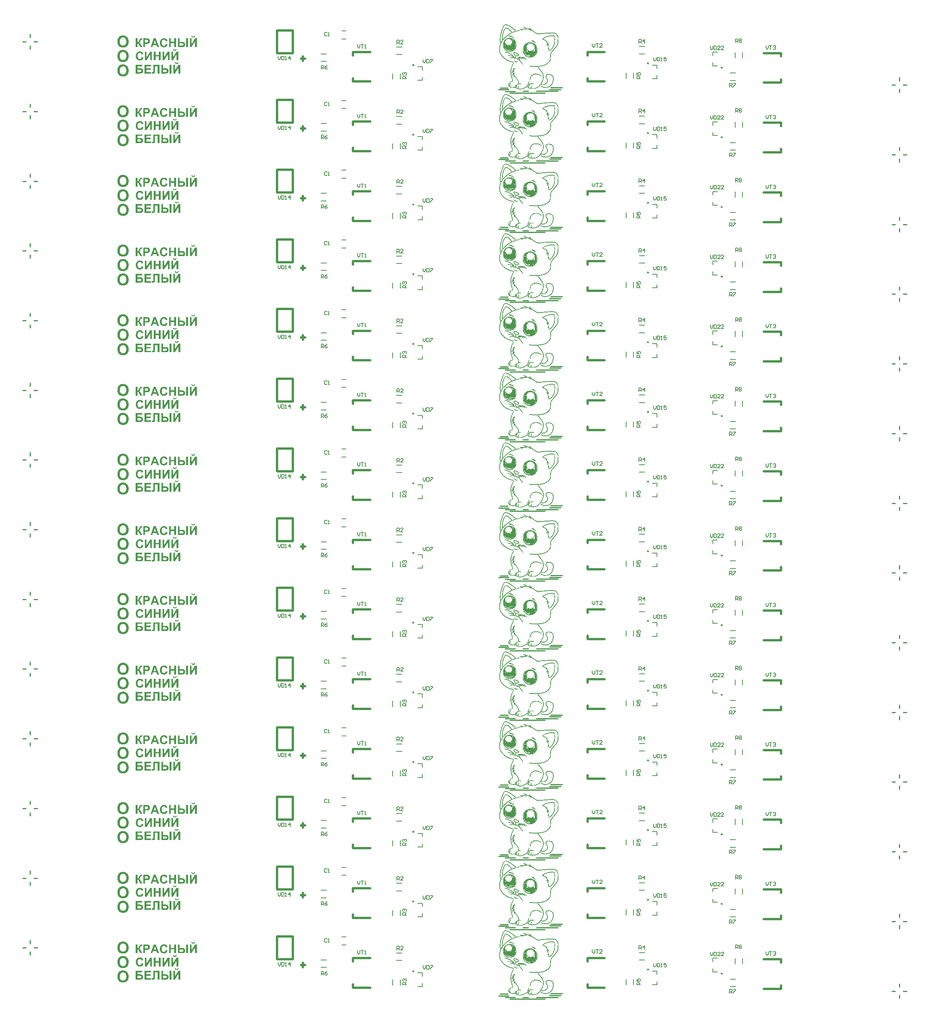
<source format=gto>
G04 Layer_Color=65535*
%FSLAX44Y44*%
%MOMM*%
G71*
G01*
G75*
%ADD22C,0.2540*%
%ADD25C,0.1000*%
%ADD26C,0.2500*%
%ADD27C,0.2000*%
%ADD28C,0.5000*%
%ADD29R,1.0978X0.9189*%
%ADD30R,0.8162X0.6801*%
%ADD31R,0.8932X0.4287*%
%ADD32R,1.8392X0.6439*%
%ADD33R,0.6581X0.9680*%
%ADD34R,0.1075X0.1059*%
%ADD35R,0.1922X0.1434*%
%ADD36R,0.2069X0.1825*%
%ADD37R,0.2476X0.2150*%
%ADD38R,0.2020X0.2000*%
%ADD39R,0.1953X0.2185*%
%ADD40R,0.1542X0.3367*%
%ADD41R,0.0617X0.0874*%
%ADD42R,0.1542X0.4806*%
%ADD43R,0.2879X0.0977*%
%ADD44R,0.4755X0.1105*%
%ADD45R,0.2159X0.1002*%
%ADD46R,0.0874X0.0643*%
%ADD47R,0.6554X0.1414*%
%ADD48R,0.3341X0.1362*%
%ADD49R,0.0848X0.0848*%
%ADD50R,0.1182X0.0694*%
%ADD51R,0.3238X0.1799*%
%ADD52R,0.4009X0.1722*%
%ADD53R,0.5732X0.1465*%
%ADD54R,0.1953X0.1542*%
%ADD55R,0.1568X0.2339*%
%ADD56R,0.1182X0.4498*%
%ADD57R,0.1234X0.7145*%
%ADD58R,0.1259X0.5732*%
%ADD59R,0.3033X0.8944*%
%ADD60R,0.4241X0.1645*%
%ADD61R,0.7633X0.1799*%
%ADD62R,0.1816X0.2112*%
%ADD63R,0.1270X0.2791*%
%ADD64R,0.1063X0.4312*%
%ADD65R,0.1019X0.6187*%
%ADD66R,0.3871X0.3366*%
%ADD67R,0.0898X0.7350*%
%ADD68R,0.0799X0.9510*%
%ADD69R,0.1038X0.6789*%
%ADD70R,0.4404X1.3199*%
%ADD71R,0.0771X0.0982*%
%ADD72R,0.4334X0.1852*%
%ADD73R,0.1038X0.0814*%
%ADD74R,0.3745X0.1515*%
%ADD75R,0.1683X0.1066*%
%ADD76R,0.3801X0.1529*%
%ADD77R,0.2314X0.2202*%
%ADD78R,0.6228X0.2286*%
%ADD79R,0.4755X0.1445*%
%ADD80R,0.6228X0.1080*%
%ADD81R,0.5218X0.1290*%
%ADD82R,0.5428X0.1389*%
%ADD83R,0.5330X0.1683*%
%ADD84R,0.0358X0.0715*%
%ADD85R,0.1228X0.2683*%
%ADD86R,0.5471X0.3984*%
%ADD87R,0.0756X0.8187*%
%ADD88R,0.6839X1.0631*%
%ADD89R,0.1663X0.2210*%
%ADD90R,0.1688X0.2222*%
%ADD91R,0.1279X0.1999*%
%ADD92R,0.1415X0.1887*%
%ADD93R,0.2005X0.4567*%
%ADD94R,0.1028X0.0728*%
%ADD95R,0.1069X0.1729*%
%ADD96R,0.0477X0.0633*%
%ADD97R,0.1396X0.2492*%
%ADD98R,0.1477X0.3179*%
%ADD99R,0.0928X0.0623*%
%ADD100R,0.1030X0.0763*%
%ADD101R,0.1348X0.0598*%
%ADD102R,0.1996X0.0814*%
%ADD103R,0.2098X0.0598*%
%ADD104R,0.2289X0.0674*%
%ADD105R,0.4081X0.1755*%
%ADD106R,0.1603X0.1705*%
%ADD107R,0.3002X0.2671*%
%ADD108R,0.1282X0.2697*%
%ADD109R,0.0478X0.0650*%
%ADD110R,0.1550X0.1856*%
%ADD111R,0.1416X0.2984*%
%ADD112R,0.1875X0.4056*%
%ADD113R,0.2583X0.4668*%
%ADD114R,0.2927X0.7710*%
%ADD115R,0.0480X0.0539*%
%ADD116R,0.0910X0.0969*%
%ADD117R,0.1356X0.0910*%
%ADD118R,0.2125X0.1160*%
%ADD119R,0.1299X0.0678*%
%ADD120R,0.1836X0.1384*%
%ADD121R,0.2570X0.1638*%
%ADD122R,0.0367X0.2215*%
%ADD123R,0.0519X0.0684*%
%ADD124R,0.5051X0.2203*%
%ADD125R,0.0671X0.2849*%
%ADD126R,0.2621X0.6279*%
%ADD127R,0.1000X0.0456*%
%ADD128R,0.1405X0.1848*%
%ADD129R,0.1646X0.1215*%
%ADD130R,0.3102X0.2760*%
%ADD131R,0.4857X0.0512*%
%ADD132R,1.3941X0.2946*%
%ADD133R,0.1222X0.0749*%
%ADD134R,0.1350X0.3163*%
%ADD135R,0.0680X0.0512*%
%ADD136R,0.0660X0.0532*%
%ADD137R,0.2297X0.1540*%
%ADD138R,0.1489X0.1338*%
%ADD139R,0.1666X0.2247*%
%ADD140R,0.3383X0.2297*%
%ADD141R,0.0555X0.1060*%
%ADD142R,0.0858X0.2045*%
%ADD143R,0.1085X0.1161*%
%ADD144R,0.1388X0.1363*%
%ADD145R,0.1666X0.2348*%
%ADD146R,0.4566X0.4277*%
%ADD147R,0.1936X0.5146*%
%ADD148R,0.5564X0.4123*%
%ADD149R,0.0915X0.6424*%
%ADD150R,0.3512X0.9650*%
G36*
X432927Y2116823D02*
Y2116768D01*
X432899Y2116685D01*
X432871Y2116546D01*
X432816Y2116240D01*
X432705Y2115824D01*
X432538Y2115380D01*
X432316Y2114908D01*
X432011Y2114464D01*
X431650Y2114047D01*
X431594Y2113992D01*
X431455Y2113880D01*
X431206Y2113742D01*
X430900Y2113547D01*
X430484Y2113353D01*
X430012Y2113214D01*
X429457Y2113103D01*
X428846Y2113048D01*
X428679D01*
X428568Y2113075D01*
X428235Y2113103D01*
X427846Y2113186D01*
X427374Y2113297D01*
X426902Y2113464D01*
X426431Y2113714D01*
X425986Y2114047D01*
X425931Y2114103D01*
X425820Y2114241D01*
X425625Y2114464D01*
X425431Y2114769D01*
X425209Y2115185D01*
X425015Y2115657D01*
X424848Y2116212D01*
X424765Y2116851D01*
X426569D01*
Y2116823D01*
X426597Y2116685D01*
X426625Y2116518D01*
X426680Y2116324D01*
X426764Y2116102D01*
X426875Y2115852D01*
X427014Y2115629D01*
X427208Y2115435D01*
X427236Y2115407D01*
X427319Y2115352D01*
X427430Y2115296D01*
X427624Y2115213D01*
X427846Y2115102D01*
X428124Y2115047D01*
X428457Y2114991D01*
X428846Y2114963D01*
X429012D01*
X429207Y2114991D01*
X429457Y2115019D01*
X429706Y2115074D01*
X429984Y2115158D01*
X430234Y2115269D01*
X430456Y2115435D01*
X430484Y2115463D01*
X430539Y2115518D01*
X430650Y2115629D01*
X430761Y2115796D01*
X430872Y2115990D01*
X430984Y2116240D01*
X431067Y2116518D01*
X431122Y2116851D01*
X432927D01*
Y2116823D01*
D02*
G37*
G36*
X364965Y2111632D02*
X365270Y2111604D01*
X365603Y2111548D01*
X365992Y2111493D01*
X366409Y2111410D01*
X366853Y2111299D01*
X367325Y2111160D01*
X367797Y2110993D01*
X368296Y2110771D01*
X368768Y2110549D01*
X369213Y2110271D01*
X369685Y2109938D01*
X370101Y2109577D01*
X370129D01*
X370157Y2109522D01*
X370240Y2109439D01*
X370323Y2109355D01*
X370434Y2109216D01*
X370545Y2109050D01*
X370851Y2108661D01*
X371156Y2108161D01*
X371489Y2107551D01*
X371795Y2106857D01*
X372072Y2106052D01*
X368241Y2105135D01*
Y2105163D01*
X368213Y2105191D01*
Y2105274D01*
X368158Y2105385D01*
X368074Y2105635D01*
X367935Y2105968D01*
X367741Y2106357D01*
X367491Y2106746D01*
X367158Y2107134D01*
X366797Y2107467D01*
X366742Y2107495D01*
X366603Y2107606D01*
X366381Y2107745D01*
X366076Y2107912D01*
X365687Y2108078D01*
X365243Y2108217D01*
X364743Y2108328D01*
X364188Y2108356D01*
X363993D01*
X363827Y2108328D01*
X363660Y2108300D01*
X363438Y2108273D01*
X362966Y2108161D01*
X362411Y2107967D01*
X361828Y2107690D01*
X361522Y2107523D01*
X361245Y2107329D01*
X360967Y2107079D01*
X360717Y2106801D01*
Y2106773D01*
X360662Y2106718D01*
X360606Y2106635D01*
X360523Y2106496D01*
X360412Y2106329D01*
X360301Y2106135D01*
X360190Y2105885D01*
X360079Y2105607D01*
X359940Y2105274D01*
X359829Y2104913D01*
X359718Y2104497D01*
X359607Y2104053D01*
X359524Y2103553D01*
X359468Y2103026D01*
X359440Y2102442D01*
X359412Y2101804D01*
Y2101776D01*
Y2101637D01*
Y2101443D01*
X359440Y2101221D01*
Y2100916D01*
X359496Y2100555D01*
X359524Y2100194D01*
X359579Y2099777D01*
X359746Y2098917D01*
X359968Y2098056D01*
X360107Y2097640D01*
X360301Y2097251D01*
X360495Y2096890D01*
X360717Y2096585D01*
X360745Y2096557D01*
X360773Y2096529D01*
X360856Y2096446D01*
X360967Y2096335D01*
X361245Y2096113D01*
X361633Y2095835D01*
X362105Y2095530D01*
X362688Y2095308D01*
X363355Y2095113D01*
X363716Y2095085D01*
X364104Y2095058D01*
X364243D01*
X364354Y2095085D01*
X364660Y2095113D01*
X365020Y2095169D01*
X365409Y2095308D01*
X365853Y2095474D01*
X366298Y2095696D01*
X366742Y2096029D01*
X366797Y2096085D01*
X366936Y2096224D01*
X367130Y2096446D01*
X367352Y2096779D01*
X367630Y2097223D01*
X367880Y2097751D01*
X368130Y2098389D01*
X368352Y2099139D01*
X372128Y2097973D01*
Y2097945D01*
X372100Y2097834D01*
X372044Y2097667D01*
X371961Y2097445D01*
X371850Y2097195D01*
X371739Y2096890D01*
X371600Y2096557D01*
X371434Y2096196D01*
X371045Y2095446D01*
X370545Y2094669D01*
X369934Y2093920D01*
X369601Y2093586D01*
X369240Y2093281D01*
X369213Y2093253D01*
X369157Y2093225D01*
X369046Y2093142D01*
X368880Y2093031D01*
X368685Y2092920D01*
X368435Y2092809D01*
X368158Y2092670D01*
X367852Y2092531D01*
X367491Y2092365D01*
X367103Y2092226D01*
X366686Y2092115D01*
X366242Y2092004D01*
X365770Y2091893D01*
X365243Y2091810D01*
X364715Y2091782D01*
X364132Y2091754D01*
X363965D01*
X363771Y2091782D01*
X363494Y2091810D01*
X363188Y2091837D01*
X362799Y2091893D01*
X362383Y2091976D01*
X361911Y2092087D01*
X361439Y2092226D01*
X360939Y2092393D01*
X360412Y2092615D01*
X359884Y2092865D01*
X359357Y2093142D01*
X358829Y2093503D01*
X358330Y2093892D01*
X357858Y2094364D01*
X357830Y2094391D01*
X357747Y2094475D01*
X357636Y2094641D01*
X357469Y2094836D01*
X357303Y2095113D01*
X357080Y2095419D01*
X356858Y2095807D01*
X356636Y2096252D01*
X356414Y2096723D01*
X356192Y2097251D01*
X355970Y2097862D01*
X355803Y2098500D01*
X355637Y2099167D01*
X355526Y2099916D01*
X355443Y2100694D01*
X355415Y2101526D01*
Y2101554D01*
Y2101582D01*
Y2101748D01*
X355443Y2101998D01*
Y2102331D01*
X355498Y2102720D01*
X355554Y2103192D01*
X355609Y2103692D01*
X355720Y2104275D01*
X355859Y2104858D01*
X356026Y2105469D01*
X356220Y2106079D01*
X356470Y2106718D01*
X356747Y2107329D01*
X357080Y2107912D01*
X357441Y2108467D01*
X357886Y2108994D01*
X357913Y2109022D01*
X357997Y2109105D01*
X358135Y2109244D01*
X358330Y2109411D01*
X358580Y2109605D01*
X358885Y2109827D01*
X359218Y2110077D01*
X359635Y2110327D01*
X360079Y2110577D01*
X360551Y2110827D01*
X361106Y2111049D01*
X361661Y2111243D01*
X362300Y2111410D01*
X362938Y2111548D01*
X363660Y2111632D01*
X364382Y2111660D01*
X364715D01*
X364965Y2111632D01*
D02*
G37*
G36*
X390839Y2092087D02*
X386953D01*
Y2100499D01*
X379374D01*
Y2092087D01*
X375487D01*
Y2111299D01*
X379374D01*
Y2103747D01*
X386953D01*
Y2111299D01*
X390839D01*
Y2092087D01*
D02*
G37*
G36*
X316437Y2108578D02*
X315687D01*
X315465Y2108550D01*
X315215D01*
X314632Y2108439D01*
X314354Y2108384D01*
X314132Y2108273D01*
X314105D01*
X314049Y2108217D01*
X313938Y2108161D01*
X313799Y2108050D01*
X313660Y2107939D01*
X313522Y2107773D01*
X313355Y2107606D01*
X313216Y2107384D01*
X313188Y2107356D01*
X313161Y2107273D01*
X313077Y2107079D01*
X312966Y2106857D01*
X312828Y2106496D01*
X312661Y2106079D01*
X312550Y2105829D01*
X312439Y2105524D01*
X312328Y2105219D01*
X312217Y2104886D01*
X312189Y2104830D01*
X312161Y2104719D01*
X312078Y2104525D01*
X311995Y2104303D01*
X311856Y2104053D01*
X311745Y2103775D01*
X311606Y2103497D01*
X311439Y2103220D01*
X311412Y2103192D01*
X311356Y2103109D01*
X311273Y2102970D01*
X311106Y2102803D01*
X310912Y2102609D01*
X310662Y2102415D01*
X310357Y2102193D01*
X309996Y2101971D01*
X310024D01*
X310051Y2101943D01*
X310218Y2101887D01*
X310440Y2101776D01*
X310745Y2101637D01*
X311078Y2101443D01*
X311439Y2101165D01*
X311800Y2100860D01*
X312134Y2100471D01*
X312161Y2100416D01*
X312272Y2100277D01*
X312467Y2100027D01*
X312689Y2099666D01*
X312966Y2099222D01*
X313272Y2098667D01*
X313633Y2098056D01*
X313994Y2097334D01*
X316631Y2092087D01*
X312050D01*
X309746Y2097029D01*
Y2097057D01*
X309690Y2097112D01*
X309635Y2097251D01*
X309524Y2097445D01*
X309496Y2097473D01*
X309468Y2097529D01*
X309441Y2097612D01*
X309357Y2097723D01*
X309274Y2097862D01*
X309163Y2098084D01*
X309024Y2098334D01*
Y2098361D01*
X308996Y2098389D01*
X308913Y2098556D01*
X308774Y2098806D01*
X308608Y2099083D01*
X308413Y2099389D01*
X308219Y2099694D01*
X308025Y2099944D01*
X307830Y2100110D01*
X307803Y2100138D01*
X307747Y2100166D01*
X307636Y2100222D01*
X307470Y2100305D01*
X307275Y2100360D01*
X307025Y2100416D01*
X306720Y2100471D01*
X306387Y2100499D01*
Y2092087D01*
X302500D01*
Y2111299D01*
X306387D01*
Y2103109D01*
X306442D01*
X306581Y2103136D01*
X306803Y2103164D01*
X307081Y2103220D01*
X307358Y2103303D01*
X307664Y2103414D01*
X307914Y2103581D01*
X308108Y2103747D01*
X308136Y2103775D01*
X308191Y2103886D01*
X308302Y2104053D01*
X308386Y2104191D01*
X308469Y2104330D01*
X308552Y2104525D01*
X308663Y2104719D01*
X308774Y2104969D01*
X308913Y2105246D01*
X309052Y2105580D01*
X309219Y2105941D01*
X309385Y2106329D01*
X309552Y2106773D01*
X309579Y2106801D01*
X309607Y2106912D01*
X309663Y2107079D01*
X309746Y2107273D01*
X309857Y2107523D01*
X309996Y2107801D01*
X310301Y2108439D01*
X310662Y2109078D01*
X311078Y2109716D01*
X311301Y2110022D01*
X311523Y2110271D01*
X311745Y2110493D01*
X311967Y2110660D01*
X311995D01*
X312022Y2110688D01*
X312106Y2110743D01*
X312189Y2110771D01*
X312328Y2110827D01*
X312494Y2110910D01*
X312689Y2110966D01*
X312911Y2111049D01*
X313161Y2111104D01*
X313438Y2111160D01*
X313771Y2111243D01*
X314105Y2111299D01*
X314493Y2111354D01*
X314910Y2111382D01*
X315354Y2111410D01*
X316159D01*
X316298Y2111437D01*
X316437D01*
Y2108578D01*
D02*
G37*
G36*
X436508Y2092087D02*
X432871D01*
Y2104664D01*
X425042Y2092087D01*
X421156D01*
Y2111299D01*
X424793D01*
Y2098417D01*
X432649Y2111299D01*
X436508D01*
Y2092087D01*
D02*
G37*
G36*
X417102D02*
X413216D01*
Y2111299D01*
X417102D01*
Y2092087D01*
D02*
G37*
G36*
X398835Y2103609D02*
X404332D01*
X404526Y2103581D01*
X404720D01*
X405220Y2103525D01*
X405775Y2103470D01*
X406358Y2103359D01*
X406941Y2103220D01*
X407524Y2103026D01*
X407552D01*
X407580Y2102998D01*
X407663Y2102970D01*
X407774Y2102914D01*
X408052Y2102776D01*
X408385Y2102581D01*
X408774Y2102304D01*
X409190Y2101943D01*
X409579Y2101526D01*
X409967Y2101027D01*
Y2100999D01*
X410023Y2100971D01*
X410051Y2100888D01*
X410134Y2100777D01*
X410273Y2100471D01*
X410467Y2100083D01*
X410662Y2099611D01*
X410800Y2099055D01*
X410911Y2098417D01*
X410967Y2097751D01*
Y2097723D01*
Y2097667D01*
Y2097556D01*
X410939Y2097417D01*
Y2097251D01*
X410911Y2097057D01*
X410828Y2096612D01*
X410717Y2096085D01*
X410523Y2095502D01*
X410273Y2094947D01*
X409940Y2094391D01*
Y2094364D01*
X409884Y2094336D01*
X409773Y2094169D01*
X409551Y2093920D01*
X409273Y2093642D01*
X408940Y2093336D01*
X408552Y2093031D01*
X408107Y2092753D01*
X407663Y2092531D01*
X407608Y2092504D01*
X407524D01*
X407441Y2092476D01*
X407302Y2092420D01*
X407136Y2092393D01*
X406941Y2092365D01*
X406747Y2092309D01*
X406497Y2092281D01*
X406220Y2092226D01*
X405914Y2092198D01*
X405581Y2092171D01*
X405248Y2092143D01*
X404859Y2092115D01*
X403999Y2092087D01*
X394948D01*
Y2111299D01*
X398835D01*
Y2103609D01*
D02*
G37*
G36*
X354027Y2092087D02*
X349835D01*
X348169Y2096446D01*
X340451D01*
X338868Y2092087D01*
X334760D01*
X342200Y2111299D01*
X346309D01*
X354027Y2092087D01*
D02*
G37*
G36*
X326209Y2111271D02*
X326931D01*
X327708Y2111215D01*
X328485Y2111160D01*
X328819Y2111132D01*
X329152Y2111104D01*
X329429Y2111049D01*
X329651Y2110993D01*
X329679D01*
X329735Y2110966D01*
X329818Y2110938D01*
X329929Y2110910D01*
X330234Y2110771D01*
X330623Y2110605D01*
X331040Y2110355D01*
X331511Y2110022D01*
X331956Y2109605D01*
X332400Y2109105D01*
Y2109078D01*
X332455Y2109050D01*
X332511Y2108967D01*
X332566Y2108855D01*
X332677Y2108689D01*
X332761Y2108522D01*
X332872Y2108328D01*
X332983Y2108106D01*
X333177Y2107551D01*
X333372Y2106940D01*
X333483Y2106190D01*
X333538Y2105385D01*
Y2105358D01*
Y2105302D01*
Y2105219D01*
Y2105080D01*
X333510Y2104941D01*
Y2104747D01*
X333455Y2104358D01*
X333372Y2103886D01*
X333260Y2103359D01*
X333094Y2102859D01*
X332872Y2102387D01*
X332844Y2102331D01*
X332761Y2102193D01*
X332622Y2101971D01*
X332428Y2101693D01*
X332206Y2101415D01*
X331900Y2101082D01*
X331595Y2100777D01*
X331234Y2100499D01*
X331178Y2100471D01*
X331067Y2100388D01*
X330873Y2100277D01*
X330623Y2100138D01*
X330318Y2099972D01*
X329985Y2099833D01*
X329624Y2099694D01*
X329235Y2099583D01*
X329179D01*
X329096Y2099555D01*
X328985D01*
X328846Y2099527D01*
X328652Y2099500D01*
X328458Y2099472D01*
X328208D01*
X327958Y2099444D01*
X327653Y2099416D01*
X327319Y2099389D01*
X326959Y2099361D01*
X326570D01*
X326153Y2099333D01*
X322711D01*
Y2092087D01*
X318824D01*
Y2111299D01*
X325904D01*
X326209Y2111271D01*
D02*
G37*
G36*
X274925Y2117699D02*
X275295D01*
X275776Y2117624D01*
X276332Y2117550D01*
X276961Y2117439D01*
X277628Y2117291D01*
X278332Y2117106D01*
X279072Y2116884D01*
X279813Y2116588D01*
X280591Y2116254D01*
X281331Y2115847D01*
X282072Y2115365D01*
X282776Y2114810D01*
X283442Y2114180D01*
X283479Y2114143D01*
X283590Y2114032D01*
X283776Y2113810D01*
X283961Y2113551D01*
X284220Y2113180D01*
X284516Y2112736D01*
X284813Y2112218D01*
X285146Y2111625D01*
X285479Y2110995D01*
X285775Y2110255D01*
X286072Y2109440D01*
X286331Y2108588D01*
X286553Y2107625D01*
X286701Y2106626D01*
X286812Y2105552D01*
X286849Y2104404D01*
Y2104330D01*
Y2104144D01*
X286812Y2103811D01*
Y2103367D01*
X286738Y2102848D01*
X286664Y2102256D01*
X286553Y2101552D01*
X286442Y2100848D01*
X286257Y2100071D01*
X286035Y2099256D01*
X285738Y2098441D01*
X285405Y2097626D01*
X285035Y2096849D01*
X284553Y2096071D01*
X284035Y2095330D01*
X283442Y2094627D01*
X283405Y2094590D01*
X283294Y2094479D01*
X283109Y2094294D01*
X282813Y2094071D01*
X282479Y2093812D01*
X282072Y2093516D01*
X281591Y2093219D01*
X281072Y2092886D01*
X280443Y2092553D01*
X279776Y2092257D01*
X279035Y2091960D01*
X278221Y2091701D01*
X277369Y2091479D01*
X276443Y2091294D01*
X275480Y2091183D01*
X274443Y2091146D01*
X274184D01*
X273888Y2091183D01*
X273517Y2091220D01*
X273036Y2091257D01*
X272480Y2091331D01*
X271851Y2091442D01*
X271184Y2091590D01*
X270444Y2091775D01*
X269740Y2091997D01*
X268962Y2092294D01*
X268222Y2092627D01*
X267444Y2092997D01*
X266740Y2093479D01*
X266037Y2093997D01*
X265370Y2094627D01*
X265333Y2094664D01*
X265222Y2094775D01*
X265074Y2094997D01*
X264852Y2095256D01*
X264592Y2095627D01*
X264296Y2096071D01*
X264000Y2096552D01*
X263704Y2097145D01*
X263370Y2097775D01*
X263074Y2098515D01*
X262778Y2099293D01*
X262519Y2100145D01*
X262296Y2101071D01*
X262148Y2102070D01*
X262037Y2103144D01*
X262000Y2104255D01*
Y2104292D01*
Y2104441D01*
Y2104626D01*
X262037Y2104922D01*
Y2105255D01*
X262074Y2105626D01*
X262111Y2106070D01*
X262148Y2106552D01*
X262296Y2107588D01*
X262481Y2108699D01*
X262778Y2109810D01*
X263148Y2110847D01*
Y2110884D01*
X263185Y2110921D01*
X263259Y2111033D01*
X263296Y2111181D01*
X263518Y2111551D01*
X263778Y2112032D01*
X264111Y2112588D01*
X264518Y2113143D01*
X265000Y2113773D01*
X265518Y2114366D01*
X265555Y2114402D01*
X265592Y2114440D01*
X265777Y2114625D01*
X266111Y2114921D01*
X266518Y2115254D01*
X266999Y2115625D01*
X267555Y2116032D01*
X268185Y2116402D01*
X268851Y2116699D01*
X268888D01*
X268962Y2116736D01*
X269110Y2116810D01*
X269296Y2116847D01*
X269518Y2116958D01*
X269777Y2117032D01*
X270110Y2117106D01*
X270444Y2117217D01*
X271258Y2117402D01*
X272184Y2117587D01*
X273258Y2117699D01*
X274369Y2117735D01*
X274628D01*
X274925Y2117699D01*
D02*
G37*
G36*
X392311Y2087884D02*
Y2087829D01*
X392283Y2087745D01*
X392255Y2087606D01*
X392200Y2087301D01*
X392089Y2086884D01*
X391922Y2086440D01*
X391700Y2085968D01*
X391395Y2085524D01*
X391034Y2085108D01*
X390978Y2085052D01*
X390839Y2084941D01*
X390589Y2084802D01*
X390284Y2084608D01*
X389868Y2084414D01*
X389396Y2084275D01*
X388840Y2084164D01*
X388230Y2084108D01*
X388063D01*
X387952Y2084136D01*
X387619Y2084164D01*
X387230Y2084247D01*
X386758Y2084358D01*
X386286Y2084525D01*
X385814Y2084775D01*
X385370Y2085108D01*
X385315Y2085163D01*
X385204Y2085302D01*
X385009Y2085524D01*
X384815Y2085830D01*
X384593Y2086246D01*
X384398Y2086718D01*
X384232Y2087273D01*
X384149Y2087912D01*
X385953D01*
Y2087884D01*
X385981Y2087745D01*
X386009Y2087579D01*
X386064Y2087384D01*
X386147Y2087162D01*
X386259Y2086912D01*
X386397Y2086690D01*
X386592Y2086496D01*
X386619Y2086468D01*
X386703Y2086413D01*
X386814Y2086357D01*
X387008Y2086274D01*
X387230Y2086163D01*
X387508Y2086107D01*
X387841Y2086052D01*
X388230Y2086024D01*
X388396D01*
X388591Y2086052D01*
X388840Y2086079D01*
X389090Y2086135D01*
X389368Y2086218D01*
X389618Y2086329D01*
X389840Y2086496D01*
X389868Y2086524D01*
X389923Y2086579D01*
X390034Y2086690D01*
X390145Y2086857D01*
X390256Y2087051D01*
X390367Y2087301D01*
X390451Y2087579D01*
X390506Y2087912D01*
X392311D01*
Y2087884D01*
D02*
G37*
G36*
X312050Y2082693D02*
X312356Y2082665D01*
X312689Y2082609D01*
X313077Y2082554D01*
X313494Y2082470D01*
X313938Y2082359D01*
X314410Y2082220D01*
X314882Y2082054D01*
X315382Y2081832D01*
X315854Y2081610D01*
X316298Y2081332D01*
X316770Y2080999D01*
X317186Y2080638D01*
X317214D01*
X317242Y2080582D01*
X317325Y2080499D01*
X317408Y2080416D01*
X317519Y2080277D01*
X317630Y2080111D01*
X317936Y2079722D01*
X318241Y2079222D01*
X318574Y2078611D01*
X318880Y2077917D01*
X319157Y2077112D01*
X315326Y2076196D01*
Y2076224D01*
X315298Y2076252D01*
Y2076335D01*
X315243Y2076446D01*
X315160Y2076696D01*
X315021Y2077029D01*
X314826Y2077418D01*
X314577Y2077806D01*
X314243Y2078195D01*
X313883Y2078528D01*
X313827Y2078556D01*
X313688Y2078667D01*
X313466Y2078806D01*
X313161Y2078972D01*
X312772Y2079139D01*
X312328Y2079278D01*
X311828Y2079389D01*
X311273Y2079417D01*
X311078D01*
X310912Y2079389D01*
X310745Y2079361D01*
X310523Y2079333D01*
X310051Y2079222D01*
X309496Y2079028D01*
X308913Y2078750D01*
X308608Y2078584D01*
X308330Y2078389D01*
X308053Y2078139D01*
X307803Y2077862D01*
Y2077834D01*
X307747Y2077778D01*
X307692Y2077695D01*
X307608Y2077556D01*
X307497Y2077390D01*
X307386Y2077195D01*
X307275Y2076946D01*
X307164Y2076668D01*
X307025Y2076335D01*
X306914Y2075974D01*
X306803Y2075558D01*
X306692Y2075113D01*
X306609Y2074614D01*
X306553Y2074086D01*
X306525Y2073503D01*
X306498Y2072865D01*
Y2072837D01*
Y2072698D01*
Y2072504D01*
X306525Y2072282D01*
Y2071976D01*
X306581Y2071615D01*
X306609Y2071254D01*
X306664Y2070838D01*
X306831Y2069977D01*
X307053Y2069117D01*
X307192Y2068700D01*
X307386Y2068312D01*
X307581Y2067951D01*
X307803Y2067645D01*
X307830Y2067618D01*
X307858Y2067590D01*
X307941Y2067507D01*
X308053Y2067395D01*
X308330Y2067173D01*
X308719Y2066896D01*
X309191Y2066590D01*
X309774Y2066368D01*
X310440Y2066174D01*
X310801Y2066146D01*
X311190Y2066118D01*
X311328D01*
X311439Y2066146D01*
X311745Y2066174D01*
X312106Y2066230D01*
X312494Y2066368D01*
X312939Y2066535D01*
X313383Y2066757D01*
X313827Y2067090D01*
X313883Y2067146D01*
X314021Y2067284D01*
X314216Y2067507D01*
X314438Y2067840D01*
X314715Y2068284D01*
X314965Y2068811D01*
X315215Y2069450D01*
X315437Y2070199D01*
X319213Y2069034D01*
Y2069006D01*
X319185Y2068895D01*
X319130Y2068728D01*
X319046Y2068506D01*
X318935Y2068256D01*
X318824Y2067951D01*
X318685Y2067618D01*
X318519Y2067257D01*
X318130Y2066507D01*
X317630Y2065730D01*
X317020Y2064980D01*
X316686Y2064647D01*
X316326Y2064342D01*
X316298Y2064314D01*
X316242Y2064286D01*
X316131Y2064203D01*
X315965Y2064092D01*
X315770Y2063981D01*
X315520Y2063870D01*
X315243Y2063731D01*
X314937Y2063592D01*
X314577Y2063425D01*
X314188Y2063287D01*
X313771Y2063176D01*
X313327Y2063065D01*
X312855Y2062953D01*
X312328Y2062870D01*
X311800Y2062843D01*
X311217Y2062815D01*
X311051D01*
X310856Y2062843D01*
X310579Y2062870D01*
X310273Y2062898D01*
X309885Y2062953D01*
X309468Y2063037D01*
X308996Y2063148D01*
X308524Y2063287D01*
X308025Y2063453D01*
X307497Y2063675D01*
X306970Y2063925D01*
X306442Y2064203D01*
X305915Y2064564D01*
X305415Y2064952D01*
X304943Y2065424D01*
X304915Y2065452D01*
X304832Y2065535D01*
X304721Y2065702D01*
X304554Y2065896D01*
X304388Y2066174D01*
X304166Y2066479D01*
X303944Y2066868D01*
X303722Y2067312D01*
X303500Y2067784D01*
X303277Y2068312D01*
X303055Y2068922D01*
X302889Y2069561D01*
X302722Y2070227D01*
X302611Y2070977D01*
X302528Y2071754D01*
X302500Y2072587D01*
Y2072615D01*
Y2072643D01*
Y2072809D01*
X302528Y2073059D01*
Y2073392D01*
X302583Y2073781D01*
X302639Y2074253D01*
X302694Y2074753D01*
X302805Y2075336D01*
X302944Y2075918D01*
X303111Y2076529D01*
X303305Y2077140D01*
X303555Y2077778D01*
X303833Y2078389D01*
X304166Y2078972D01*
X304527Y2079528D01*
X304971Y2080055D01*
X304999Y2080083D01*
X305082Y2080166D01*
X305221Y2080305D01*
X305415Y2080471D01*
X305665Y2080666D01*
X305970Y2080888D01*
X306304Y2081138D01*
X306720Y2081388D01*
X307164Y2081638D01*
X307636Y2081887D01*
X308191Y2082110D01*
X308746Y2082304D01*
X309385Y2082470D01*
X310024Y2082609D01*
X310745Y2082693D01*
X311467Y2082720D01*
X311800D01*
X312050Y2082693D01*
D02*
G37*
G36*
X357219Y2063148D02*
X353333D01*
Y2071560D01*
X345754D01*
Y2063148D01*
X341867D01*
Y2082359D01*
X345754D01*
Y2074808D01*
X353333D01*
Y2082359D01*
X357219D01*
Y2063148D01*
D02*
G37*
G36*
X395892D02*
X392255D01*
Y2075724D01*
X384426Y2063148D01*
X380540D01*
Y2082359D01*
X384176D01*
Y2069478D01*
X392033Y2082359D01*
X395892D01*
Y2063148D01*
D02*
G37*
G36*
X376597D02*
X372961D01*
Y2075724D01*
X365132Y2063148D01*
X361245D01*
Y2082359D01*
X364882D01*
Y2069478D01*
X372738Y2082359D01*
X376597D01*
Y2063148D01*
D02*
G37*
G36*
X337925D02*
X334288D01*
Y2075724D01*
X326459Y2063148D01*
X322572D01*
Y2082359D01*
X326209D01*
Y2069478D01*
X334066Y2082359D01*
X337925D01*
Y2063148D01*
D02*
G37*
G36*
X274925Y2085983D02*
X275295D01*
X275776Y2085909D01*
X276332Y2085835D01*
X276961Y2085724D01*
X277628Y2085576D01*
X278332Y2085391D01*
X279072Y2085168D01*
X279813Y2084872D01*
X280591Y2084539D01*
X281331Y2084132D01*
X282072Y2083650D01*
X282776Y2083095D01*
X283442Y2082465D01*
X283479Y2082428D01*
X283590Y2082317D01*
X283776Y2082095D01*
X283961Y2081835D01*
X284220Y2081465D01*
X284516Y2081021D01*
X284813Y2080502D01*
X285146Y2079910D01*
X285479Y2079280D01*
X285775Y2078540D01*
X286072Y2077725D01*
X286331Y2076873D01*
X286553Y2075910D01*
X286701Y2074910D01*
X286812Y2073836D01*
X286849Y2072688D01*
Y2072614D01*
Y2072429D01*
X286812Y2072096D01*
Y2071651D01*
X286738Y2071133D01*
X286664Y2070540D01*
X286553Y2069837D01*
X286442Y2069133D01*
X286257Y2068356D01*
X286035Y2067541D01*
X285738Y2066726D01*
X285405Y2065911D01*
X285035Y2065134D01*
X284553Y2064356D01*
X284035Y2063615D01*
X283442Y2062912D01*
X283405Y2062874D01*
X283294Y2062763D01*
X283109Y2062578D01*
X282813Y2062356D01*
X282479Y2062097D01*
X282072Y2061801D01*
X281591Y2061504D01*
X281072Y2061171D01*
X280443Y2060838D01*
X279776Y2060541D01*
X279035Y2060245D01*
X278221Y2059986D01*
X277369Y2059764D01*
X276443Y2059579D01*
X275480Y2059467D01*
X274443Y2059431D01*
X274184D01*
X273888Y2059467D01*
X273517Y2059505D01*
X273036Y2059542D01*
X272480Y2059616D01*
X271851Y2059727D01*
X271184Y2059875D01*
X270444Y2060060D01*
X269740Y2060282D01*
X268962Y2060578D01*
X268222Y2060912D01*
X267444Y2061282D01*
X266740Y2061763D01*
X266037Y2062282D01*
X265370Y2062912D01*
X265333Y2062949D01*
X265222Y2063060D01*
X265074Y2063282D01*
X264852Y2063541D01*
X264592Y2063911D01*
X264296Y2064356D01*
X264000Y2064837D01*
X263704Y2065430D01*
X263370Y2066059D01*
X263074Y2066800D01*
X262778Y2067578D01*
X262519Y2068430D01*
X262296Y2069355D01*
X262148Y2070355D01*
X262037Y2071429D01*
X262000Y2072540D01*
Y2072577D01*
Y2072725D01*
Y2072910D01*
X262037Y2073207D01*
Y2073540D01*
X262074Y2073910D01*
X262111Y2074355D01*
X262148Y2074836D01*
X262296Y2075873D01*
X262481Y2076984D01*
X262778Y2078095D01*
X263148Y2079132D01*
Y2079169D01*
X263185Y2079206D01*
X263259Y2079317D01*
X263296Y2079465D01*
X263518Y2079836D01*
X263778Y2080317D01*
X264111Y2080873D01*
X264518Y2081428D01*
X265000Y2082058D01*
X265518Y2082650D01*
X265555Y2082687D01*
X265592Y2082724D01*
X265777Y2082910D01*
X266111Y2083206D01*
X266518Y2083539D01*
X266999Y2083909D01*
X267555Y2084317D01*
X268185Y2084687D01*
X268851Y2084983D01*
X268888D01*
X268962Y2085020D01*
X269110Y2085094D01*
X269296Y2085132D01*
X269518Y2085243D01*
X269777Y2085317D01*
X270110Y2085391D01*
X270444Y2085502D01*
X271258Y2085687D01*
X272184Y2085872D01*
X273258Y2085983D01*
X274369Y2086020D01*
X274628D01*
X274925Y2085983D01*
D02*
G37*
G36*
X396558Y2058945D02*
Y2058889D01*
X396531Y2058806D01*
X396503Y2058667D01*
X396447Y2058362D01*
X396336Y2057945D01*
X396170Y2057501D01*
X395948Y2057029D01*
X395642Y2056585D01*
X395281Y2056169D01*
X395226Y2056113D01*
X395087Y2056002D01*
X394837Y2055863D01*
X394532Y2055669D01*
X394115Y2055474D01*
X393643Y2055336D01*
X393088Y2055224D01*
X392477Y2055169D01*
X392311D01*
X392200Y2055197D01*
X391867Y2055224D01*
X391478Y2055308D01*
X391006Y2055419D01*
X390534Y2055585D01*
X390062Y2055835D01*
X389618Y2056169D01*
X389562Y2056224D01*
X389451Y2056363D01*
X389257Y2056585D01*
X389063Y2056890D01*
X388840Y2057307D01*
X388646Y2057779D01*
X388480Y2058334D01*
X388396Y2058972D01*
X390201D01*
Y2058945D01*
X390229Y2058806D01*
X390256Y2058639D01*
X390312Y2058445D01*
X390395Y2058223D01*
X390506Y2057973D01*
X390645Y2057751D01*
X390839Y2057557D01*
X390867Y2057529D01*
X390950Y2057473D01*
X391061Y2057418D01*
X391256Y2057334D01*
X391478Y2057223D01*
X391755Y2057168D01*
X392089Y2057112D01*
X392477Y2057085D01*
X392644D01*
X392838Y2057112D01*
X393088Y2057140D01*
X393338Y2057196D01*
X393616Y2057279D01*
X393865Y2057390D01*
X394087Y2057557D01*
X394115Y2057584D01*
X394171Y2057640D01*
X394282Y2057751D01*
X394393Y2057917D01*
X394504Y2058112D01*
X394615Y2058362D01*
X394698Y2058639D01*
X394754Y2058972D01*
X396558D01*
Y2058945D01*
D02*
G37*
G36*
X400140Y2034209D02*
X396503D01*
Y2046785D01*
X388674Y2034209D01*
X384787D01*
Y2053420D01*
X388424D01*
Y2040538D01*
X396281Y2053420D01*
X400140D01*
Y2034209D01*
D02*
G37*
G36*
X380734D02*
X376847D01*
Y2053420D01*
X380734D01*
Y2034209D01*
D02*
G37*
G36*
X362466Y2045730D02*
X367963D01*
X368158Y2045702D01*
X368352D01*
X368852Y2045647D01*
X369407Y2045591D01*
X369990Y2045480D01*
X370573Y2045341D01*
X371156Y2045147D01*
X371184D01*
X371212Y2045119D01*
X371295Y2045091D01*
X371406Y2045036D01*
X371683Y2044897D01*
X372017Y2044703D01*
X372405Y2044425D01*
X372822Y2044064D01*
X373210Y2043648D01*
X373599Y2043148D01*
Y2043120D01*
X373655Y2043092D01*
X373682Y2043009D01*
X373766Y2042898D01*
X373904Y2042593D01*
X374099Y2042204D01*
X374293Y2041732D01*
X374432Y2041177D01*
X374543Y2040538D01*
X374599Y2039872D01*
Y2039844D01*
Y2039789D01*
Y2039678D01*
X374571Y2039539D01*
Y2039372D01*
X374543Y2039178D01*
X374460Y2038734D01*
X374349Y2038206D01*
X374154Y2037623D01*
X373904Y2037068D01*
X373571Y2036513D01*
Y2036485D01*
X373516Y2036457D01*
X373405Y2036291D01*
X373183Y2036041D01*
X372905Y2035763D01*
X372572Y2035458D01*
X372183Y2035152D01*
X371739Y2034875D01*
X371295Y2034653D01*
X371239Y2034625D01*
X371156D01*
X371073Y2034597D01*
X370934Y2034542D01*
X370767Y2034514D01*
X370573Y2034486D01*
X370379Y2034431D01*
X370129Y2034403D01*
X369851Y2034347D01*
X369546Y2034320D01*
X369213Y2034292D01*
X368880Y2034264D01*
X368491Y2034236D01*
X367630Y2034209D01*
X358580D01*
Y2053420D01*
X362466D01*
Y2045730D01*
D02*
G37*
G36*
X354471Y2034209D02*
X350584D01*
Y2050172D01*
X344782D01*
Y2041954D01*
Y2041926D01*
Y2041788D01*
Y2041621D01*
Y2041371D01*
Y2041094D01*
Y2040760D01*
X344754Y2040399D01*
Y2040011D01*
X344726Y2039206D01*
X344671Y2038401D01*
X344643Y2038012D01*
X344615Y2037651D01*
X344588Y2037318D01*
X344532Y2037040D01*
Y2037012D01*
Y2036985D01*
X344477Y2036818D01*
X344421Y2036568D01*
X344310Y2036263D01*
X344171Y2035902D01*
X343949Y2035541D01*
X343699Y2035180D01*
X343394Y2034875D01*
X343338Y2034847D01*
X343227Y2034764D01*
X343005Y2034625D01*
X342700Y2034486D01*
X342283Y2034347D01*
X341811Y2034209D01*
X341228Y2034125D01*
X340534Y2034097D01*
X340229D01*
X339979Y2034125D01*
X339646D01*
X339229Y2034153D01*
X338702Y2034181D01*
X338091Y2034209D01*
Y2037235D01*
X338952Y2037207D01*
X339146D01*
X339341Y2037235D01*
X339590Y2037262D01*
X340146Y2037346D01*
X340368Y2037429D01*
X340562Y2037540D01*
X340590Y2037568D01*
X340645Y2037623D01*
X340701Y2037707D01*
X340784Y2037873D01*
X340867Y2038067D01*
X340951Y2038373D01*
X340978Y2038706D01*
X341006Y2039150D01*
X340978Y2042454D01*
Y2053420D01*
X354471D01*
Y2034209D01*
D02*
G37*
G36*
X335981Y2050172D02*
X325626D01*
Y2045924D01*
X335259D01*
Y2042676D01*
X325626D01*
Y2037457D01*
X336342D01*
Y2034209D01*
X321739D01*
Y2053420D01*
X335981D01*
Y2050172D01*
D02*
G37*
G36*
X316881D02*
X306387D01*
Y2045730D01*
X311939D01*
X312106Y2045702D01*
X312328D01*
X312828Y2045674D01*
X313383Y2045591D01*
X313994Y2045508D01*
X314577Y2045369D01*
X315132Y2045202D01*
X315160D01*
X315187Y2045175D01*
X315271Y2045147D01*
X315382Y2045091D01*
X315632Y2044953D01*
X315965Y2044758D01*
X316353Y2044508D01*
X316742Y2044147D01*
X317159Y2043759D01*
X317547Y2043259D01*
Y2043231D01*
X317603Y2043203D01*
X317630Y2043120D01*
X317714Y2043009D01*
X317880Y2042704D01*
X318075Y2042315D01*
X318241Y2041843D01*
X318408Y2041260D01*
X318519Y2040649D01*
X318574Y2039955D01*
Y2039928D01*
Y2039872D01*
Y2039761D01*
X318547Y2039622D01*
Y2039456D01*
X318519Y2039261D01*
X318435Y2038789D01*
X318325Y2038262D01*
X318130Y2037707D01*
X317880Y2037151D01*
X317547Y2036596D01*
Y2036568D01*
X317492Y2036541D01*
X317381Y2036374D01*
X317159Y2036124D01*
X316881Y2035847D01*
X316548Y2035513D01*
X316159Y2035208D01*
X315715Y2034930D01*
X315243Y2034708D01*
X315215D01*
X315187Y2034680D01*
X315104Y2034653D01*
X315021Y2034625D01*
X314882Y2034597D01*
X314715Y2034542D01*
X314521Y2034514D01*
X314299Y2034458D01*
X314049Y2034403D01*
X313799Y2034375D01*
X313161Y2034292D01*
X312411Y2034236D01*
X311578Y2034209D01*
X302500D01*
Y2053420D01*
X316881D01*
Y2050172D01*
D02*
G37*
G36*
X274925Y2054268D02*
X275295D01*
X275776Y2054194D01*
X276332Y2054120D01*
X276961Y2054009D01*
X277628Y2053861D01*
X278332Y2053676D01*
X279072Y2053453D01*
X279813Y2053157D01*
X280591Y2052824D01*
X281331Y2052416D01*
X282072Y2051935D01*
X282776Y2051379D01*
X283442Y2050750D01*
X283479Y2050713D01*
X283590Y2050602D01*
X283776Y2050379D01*
X283961Y2050120D01*
X284220Y2049750D01*
X284516Y2049306D01*
X284813Y2048787D01*
X285146Y2048195D01*
X285479Y2047565D01*
X285775Y2046824D01*
X286072Y2046010D01*
X286331Y2045158D01*
X286553Y2044195D01*
X286701Y2043195D01*
X286812Y2042121D01*
X286849Y2040973D01*
Y2040899D01*
Y2040714D01*
X286812Y2040381D01*
Y2039936D01*
X286738Y2039418D01*
X286664Y2038825D01*
X286553Y2038122D01*
X286442Y2037418D01*
X286257Y2036640D01*
X286035Y2035826D01*
X285738Y2035011D01*
X285405Y2034196D01*
X285035Y2033418D01*
X284553Y2032641D01*
X284035Y2031900D01*
X283442Y2031196D01*
X283405Y2031159D01*
X283294Y2031048D01*
X283109Y2030863D01*
X282813Y2030641D01*
X282479Y2030382D01*
X282072Y2030085D01*
X281591Y2029789D01*
X281072Y2029456D01*
X280443Y2029122D01*
X279776Y2028826D01*
X279035Y2028530D01*
X278221Y2028271D01*
X277369Y2028049D01*
X276443Y2027863D01*
X275480Y2027752D01*
X274443Y2027715D01*
X274184D01*
X273888Y2027752D01*
X273517Y2027789D01*
X273036Y2027826D01*
X272480Y2027900D01*
X271851Y2028011D01*
X271184Y2028160D01*
X270444Y2028345D01*
X269740Y2028567D01*
X268962Y2028863D01*
X268222Y2029197D01*
X267444Y2029567D01*
X266740Y2030048D01*
X266037Y2030567D01*
X265370Y2031196D01*
X265333Y2031233D01*
X265222Y2031344D01*
X265074Y2031567D01*
X264852Y2031826D01*
X264592Y2032196D01*
X264296Y2032641D01*
X264000Y2033122D01*
X263704Y2033715D01*
X263370Y2034344D01*
X263074Y2035085D01*
X262778Y2035862D01*
X262519Y2036714D01*
X262296Y2037640D01*
X262148Y2038640D01*
X262037Y2039714D01*
X262000Y2040825D01*
Y2040862D01*
Y2041010D01*
Y2041195D01*
X262037Y2041492D01*
Y2041825D01*
X262074Y2042195D01*
X262111Y2042640D01*
X262148Y2043121D01*
X262296Y2044158D01*
X262481Y2045269D01*
X262778Y2046380D01*
X263148Y2047417D01*
Y2047454D01*
X263185Y2047491D01*
X263259Y2047602D01*
X263296Y2047750D01*
X263518Y2048121D01*
X263778Y2048602D01*
X264111Y2049157D01*
X264518Y2049713D01*
X265000Y2050343D01*
X265518Y2050935D01*
X265555Y2050972D01*
X265592Y2051009D01*
X265777Y2051194D01*
X266111Y2051490D01*
X266518Y2051824D01*
X266999Y2052194D01*
X267555Y2052601D01*
X268185Y2052972D01*
X268851Y2053268D01*
X268888D01*
X268962Y2053305D01*
X269110Y2053379D01*
X269296Y2053416D01*
X269518Y2053527D01*
X269777Y2053601D01*
X270110Y2053676D01*
X270444Y2053787D01*
X271258Y2053972D01*
X272184Y2054157D01*
X273258Y2054268D01*
X274369Y2054305D01*
X274628D01*
X274925Y2054268D01*
D02*
G37*
G36*
X432927Y1963823D02*
Y1963768D01*
X432899Y1963685D01*
X432871Y1963546D01*
X432816Y1963240D01*
X432705Y1962824D01*
X432538Y1962380D01*
X432316Y1961908D01*
X432011Y1961463D01*
X431650Y1961047D01*
X431594Y1960992D01*
X431455Y1960880D01*
X431206Y1960742D01*
X430900Y1960547D01*
X430484Y1960353D01*
X430012Y1960214D01*
X429457Y1960103D01*
X428846Y1960048D01*
X428679D01*
X428568Y1960075D01*
X428235Y1960103D01*
X427846Y1960186D01*
X427374Y1960298D01*
X426902Y1960464D01*
X426431Y1960714D01*
X425986Y1961047D01*
X425931Y1961103D01*
X425820Y1961241D01*
X425625Y1961463D01*
X425431Y1961769D01*
X425209Y1962185D01*
X425015Y1962657D01*
X424848Y1963212D01*
X424765Y1963851D01*
X426569D01*
Y1963823D01*
X426597Y1963685D01*
X426625Y1963518D01*
X426680Y1963324D01*
X426764Y1963102D01*
X426875Y1962852D01*
X427014Y1962630D01*
X427208Y1962435D01*
X427236Y1962407D01*
X427319Y1962352D01*
X427430Y1962296D01*
X427624Y1962213D01*
X427846Y1962102D01*
X428124Y1962047D01*
X428457Y1961991D01*
X428846Y1961963D01*
X429012D01*
X429207Y1961991D01*
X429457Y1962019D01*
X429706Y1962074D01*
X429984Y1962157D01*
X430234Y1962269D01*
X430456Y1962435D01*
X430484Y1962463D01*
X430539Y1962518D01*
X430650Y1962630D01*
X430761Y1962796D01*
X430872Y1962990D01*
X430984Y1963240D01*
X431067Y1963518D01*
X431122Y1963851D01*
X432927D01*
Y1963823D01*
D02*
G37*
G36*
X364965Y1958632D02*
X365270Y1958604D01*
X365603Y1958548D01*
X365992Y1958493D01*
X366409Y1958410D01*
X366853Y1958299D01*
X367325Y1958160D01*
X367797Y1957993D01*
X368296Y1957771D01*
X368768Y1957549D01*
X369213Y1957271D01*
X369685Y1956938D01*
X370101Y1956577D01*
X370129D01*
X370157Y1956522D01*
X370240Y1956438D01*
X370323Y1956355D01*
X370434Y1956216D01*
X370545Y1956050D01*
X370851Y1955661D01*
X371156Y1955161D01*
X371489Y1954551D01*
X371795Y1953857D01*
X372072Y1953051D01*
X368241Y1952135D01*
Y1952163D01*
X368213Y1952191D01*
Y1952274D01*
X368158Y1952385D01*
X368074Y1952635D01*
X367935Y1952968D01*
X367741Y1953357D01*
X367491Y1953746D01*
X367158Y1954134D01*
X366797Y1954467D01*
X366742Y1954495D01*
X366603Y1954606D01*
X366381Y1954745D01*
X366076Y1954912D01*
X365687Y1955078D01*
X365243Y1955217D01*
X364743Y1955328D01*
X364188Y1955356D01*
X363993D01*
X363827Y1955328D01*
X363660Y1955300D01*
X363438Y1955273D01*
X362966Y1955161D01*
X362411Y1954967D01*
X361828Y1954689D01*
X361522Y1954523D01*
X361245Y1954329D01*
X360967Y1954079D01*
X360717Y1953801D01*
Y1953773D01*
X360662Y1953718D01*
X360606Y1953634D01*
X360523Y1953496D01*
X360412Y1953329D01*
X360301Y1953135D01*
X360190Y1952885D01*
X360079Y1952607D01*
X359940Y1952274D01*
X359829Y1951913D01*
X359718Y1951497D01*
X359607Y1951053D01*
X359524Y1950553D01*
X359468Y1950025D01*
X359440Y1949442D01*
X359412Y1948804D01*
Y1948776D01*
Y1948637D01*
Y1948443D01*
X359440Y1948221D01*
Y1947915D01*
X359496Y1947555D01*
X359524Y1947194D01*
X359579Y1946777D01*
X359746Y1945917D01*
X359968Y1945056D01*
X360107Y1944640D01*
X360301Y1944251D01*
X360495Y1943890D01*
X360717Y1943585D01*
X360745Y1943557D01*
X360773Y1943529D01*
X360856Y1943446D01*
X360967Y1943335D01*
X361245Y1943113D01*
X361633Y1942835D01*
X362105Y1942530D01*
X362688Y1942308D01*
X363355Y1942113D01*
X363716Y1942086D01*
X364104Y1942058D01*
X364243D01*
X364354Y1942086D01*
X364660Y1942113D01*
X365020Y1942169D01*
X365409Y1942308D01*
X365853Y1942474D01*
X366298Y1942696D01*
X366742Y1943029D01*
X366797Y1943085D01*
X366936Y1943224D01*
X367130Y1943446D01*
X367352Y1943779D01*
X367630Y1944223D01*
X367880Y1944751D01*
X368130Y1945389D01*
X368352Y1946139D01*
X372128Y1944973D01*
Y1944945D01*
X372100Y1944834D01*
X372044Y1944667D01*
X371961Y1944445D01*
X371850Y1944195D01*
X371739Y1943890D01*
X371600Y1943557D01*
X371434Y1943196D01*
X371045Y1942446D01*
X370545Y1941669D01*
X369934Y1940919D01*
X369601Y1940586D01*
X369240Y1940281D01*
X369213Y1940253D01*
X369157Y1940225D01*
X369046Y1940142D01*
X368880Y1940031D01*
X368685Y1939920D01*
X368435Y1939809D01*
X368158Y1939670D01*
X367852Y1939531D01*
X367491Y1939365D01*
X367103Y1939226D01*
X366686Y1939115D01*
X366242Y1939004D01*
X365770Y1938893D01*
X365243Y1938810D01*
X364715Y1938782D01*
X364132Y1938754D01*
X363965D01*
X363771Y1938782D01*
X363494Y1938810D01*
X363188Y1938837D01*
X362799Y1938893D01*
X362383Y1938976D01*
X361911Y1939087D01*
X361439Y1939226D01*
X360939Y1939393D01*
X360412Y1939615D01*
X359884Y1939865D01*
X359357Y1940142D01*
X358829Y1940503D01*
X358330Y1940892D01*
X357858Y1941364D01*
X357830Y1941391D01*
X357747Y1941475D01*
X357636Y1941641D01*
X357469Y1941836D01*
X357303Y1942113D01*
X357080Y1942419D01*
X356858Y1942807D01*
X356636Y1943251D01*
X356414Y1943723D01*
X356192Y1944251D01*
X355970Y1944862D01*
X355803Y1945500D01*
X355637Y1946167D01*
X355526Y1946916D01*
X355443Y1947693D01*
X355415Y1948526D01*
Y1948554D01*
Y1948582D01*
Y1948748D01*
X355443Y1948998D01*
Y1949331D01*
X355498Y1949720D01*
X355554Y1950192D01*
X355609Y1950692D01*
X355720Y1951275D01*
X355859Y1951858D01*
X356026Y1952469D01*
X356220Y1953079D01*
X356470Y1953718D01*
X356747Y1954329D01*
X357080Y1954912D01*
X357441Y1955467D01*
X357886Y1955994D01*
X357913Y1956022D01*
X357997Y1956105D01*
X358135Y1956244D01*
X358330Y1956411D01*
X358580Y1956605D01*
X358885Y1956827D01*
X359218Y1957077D01*
X359635Y1957327D01*
X360079Y1957577D01*
X360551Y1957827D01*
X361106Y1958049D01*
X361661Y1958243D01*
X362300Y1958410D01*
X362938Y1958548D01*
X363660Y1958632D01*
X364382Y1958660D01*
X364715D01*
X364965Y1958632D01*
D02*
G37*
G36*
X390839Y1939087D02*
X386953D01*
Y1947499D01*
X379374D01*
Y1939087D01*
X375487D01*
Y1958299D01*
X379374D01*
Y1950747D01*
X386953D01*
Y1958299D01*
X390839D01*
Y1939087D01*
D02*
G37*
G36*
X316437Y1955578D02*
X315687D01*
X315465Y1955550D01*
X315215D01*
X314632Y1955439D01*
X314354Y1955384D01*
X314132Y1955273D01*
X314105D01*
X314049Y1955217D01*
X313938Y1955161D01*
X313799Y1955050D01*
X313660Y1954939D01*
X313522Y1954773D01*
X313355Y1954606D01*
X313216Y1954384D01*
X313188Y1954356D01*
X313161Y1954273D01*
X313077Y1954079D01*
X312966Y1953857D01*
X312828Y1953496D01*
X312661Y1953079D01*
X312550Y1952829D01*
X312439Y1952524D01*
X312328Y1952219D01*
X312217Y1951886D01*
X312189Y1951830D01*
X312161Y1951719D01*
X312078Y1951525D01*
X311995Y1951302D01*
X311856Y1951053D01*
X311745Y1950775D01*
X311606Y1950497D01*
X311439Y1950220D01*
X311412Y1950192D01*
X311356Y1950109D01*
X311273Y1949970D01*
X311106Y1949803D01*
X310912Y1949609D01*
X310662Y1949415D01*
X310357Y1949193D01*
X309996Y1948970D01*
X310024D01*
X310051Y1948943D01*
X310218Y1948887D01*
X310440Y1948776D01*
X310745Y1948637D01*
X311078Y1948443D01*
X311439Y1948165D01*
X311800Y1947860D01*
X312134Y1947471D01*
X312161Y1947416D01*
X312272Y1947277D01*
X312467Y1947027D01*
X312689Y1946666D01*
X312966Y1946222D01*
X313272Y1945667D01*
X313633Y1945056D01*
X313994Y1944334D01*
X316631Y1939087D01*
X312050D01*
X309746Y1944029D01*
Y1944057D01*
X309690Y1944112D01*
X309635Y1944251D01*
X309524Y1944445D01*
X309496Y1944473D01*
X309468Y1944529D01*
X309441Y1944612D01*
X309357Y1944723D01*
X309274Y1944862D01*
X309163Y1945084D01*
X309024Y1945334D01*
Y1945361D01*
X308996Y1945389D01*
X308913Y1945556D01*
X308774Y1945806D01*
X308608Y1946083D01*
X308413Y1946389D01*
X308219Y1946694D01*
X308025Y1946944D01*
X307830Y1947110D01*
X307803Y1947138D01*
X307747Y1947166D01*
X307636Y1947222D01*
X307470Y1947305D01*
X307275Y1947360D01*
X307025Y1947416D01*
X306720Y1947471D01*
X306387Y1947499D01*
Y1939087D01*
X302500D01*
Y1958299D01*
X306387D01*
Y1950109D01*
X306442D01*
X306581Y1950137D01*
X306803Y1950164D01*
X307081Y1950220D01*
X307358Y1950303D01*
X307664Y1950414D01*
X307914Y1950581D01*
X308108Y1950747D01*
X308136Y1950775D01*
X308191Y1950886D01*
X308302Y1951053D01*
X308386Y1951192D01*
X308469Y1951330D01*
X308552Y1951525D01*
X308663Y1951719D01*
X308774Y1951969D01*
X308913Y1952246D01*
X309052Y1952580D01*
X309219Y1952941D01*
X309385Y1953329D01*
X309552Y1953773D01*
X309579Y1953801D01*
X309607Y1953912D01*
X309663Y1954079D01*
X309746Y1954273D01*
X309857Y1954523D01*
X309996Y1954801D01*
X310301Y1955439D01*
X310662Y1956078D01*
X311078Y1956716D01*
X311301Y1957021D01*
X311523Y1957271D01*
X311745Y1957493D01*
X311967Y1957660D01*
X311995D01*
X312022Y1957688D01*
X312106Y1957743D01*
X312189Y1957771D01*
X312328Y1957827D01*
X312494Y1957910D01*
X312689Y1957966D01*
X312911Y1958049D01*
X313161Y1958104D01*
X313438Y1958160D01*
X313771Y1958243D01*
X314105Y1958299D01*
X314493Y1958354D01*
X314910Y1958382D01*
X315354Y1958410D01*
X316159D01*
X316298Y1958437D01*
X316437D01*
Y1955578D01*
D02*
G37*
G36*
X436508Y1939087D02*
X432871D01*
Y1951663D01*
X425042Y1939087D01*
X421156D01*
Y1958299D01*
X424793D01*
Y1945417D01*
X432649Y1958299D01*
X436508D01*
Y1939087D01*
D02*
G37*
G36*
X417102D02*
X413216D01*
Y1958299D01*
X417102D01*
Y1939087D01*
D02*
G37*
G36*
X398835Y1950609D02*
X404332D01*
X404526Y1950581D01*
X404720D01*
X405220Y1950525D01*
X405775Y1950470D01*
X406358Y1950359D01*
X406941Y1950220D01*
X407524Y1950025D01*
X407552D01*
X407580Y1949998D01*
X407663Y1949970D01*
X407774Y1949914D01*
X408052Y1949776D01*
X408385Y1949581D01*
X408774Y1949304D01*
X409190Y1948943D01*
X409579Y1948526D01*
X409967Y1948027D01*
Y1947999D01*
X410023Y1947971D01*
X410051Y1947888D01*
X410134Y1947777D01*
X410273Y1947471D01*
X410467Y1947083D01*
X410662Y1946611D01*
X410800Y1946055D01*
X410911Y1945417D01*
X410967Y1944751D01*
Y1944723D01*
Y1944667D01*
Y1944556D01*
X410939Y1944418D01*
Y1944251D01*
X410911Y1944057D01*
X410828Y1943612D01*
X410717Y1943085D01*
X410523Y1942502D01*
X410273Y1941947D01*
X409940Y1941391D01*
Y1941364D01*
X409884Y1941336D01*
X409773Y1941169D01*
X409551Y1940919D01*
X409273Y1940642D01*
X408940Y1940336D01*
X408552Y1940031D01*
X408107Y1939753D01*
X407663Y1939531D01*
X407608Y1939504D01*
X407524D01*
X407441Y1939476D01*
X407302Y1939420D01*
X407136Y1939393D01*
X406941Y1939365D01*
X406747Y1939309D01*
X406497Y1939281D01*
X406220Y1939226D01*
X405914Y1939198D01*
X405581Y1939170D01*
X405248Y1939143D01*
X404859Y1939115D01*
X403999Y1939087D01*
X394948D01*
Y1958299D01*
X398835D01*
Y1950609D01*
D02*
G37*
G36*
X354027Y1939087D02*
X349835D01*
X348169Y1943446D01*
X340451D01*
X338868Y1939087D01*
X334760D01*
X342200Y1958299D01*
X346309D01*
X354027Y1939087D01*
D02*
G37*
G36*
X326209Y1958271D02*
X326931D01*
X327708Y1958215D01*
X328485Y1958160D01*
X328819Y1958132D01*
X329152Y1958104D01*
X329429Y1958049D01*
X329651Y1957993D01*
X329679D01*
X329735Y1957966D01*
X329818Y1957938D01*
X329929Y1957910D01*
X330234Y1957771D01*
X330623Y1957605D01*
X331040Y1957355D01*
X331511Y1957021D01*
X331956Y1956605D01*
X332400Y1956105D01*
Y1956078D01*
X332455Y1956050D01*
X332511Y1955967D01*
X332566Y1955856D01*
X332677Y1955689D01*
X332761Y1955522D01*
X332872Y1955328D01*
X332983Y1955106D01*
X333177Y1954551D01*
X333372Y1953940D01*
X333483Y1953190D01*
X333538Y1952385D01*
Y1952357D01*
Y1952302D01*
Y1952219D01*
Y1952080D01*
X333510Y1951941D01*
Y1951747D01*
X333455Y1951358D01*
X333372Y1950886D01*
X333260Y1950359D01*
X333094Y1949859D01*
X332872Y1949387D01*
X332844Y1949331D01*
X332761Y1949193D01*
X332622Y1948970D01*
X332428Y1948693D01*
X332206Y1948415D01*
X331900Y1948082D01*
X331595Y1947777D01*
X331234Y1947499D01*
X331178Y1947471D01*
X331067Y1947388D01*
X330873Y1947277D01*
X330623Y1947138D01*
X330318Y1946972D01*
X329985Y1946833D01*
X329624Y1946694D01*
X329235Y1946583D01*
X329179D01*
X329096Y1946555D01*
X328985D01*
X328846Y1946527D01*
X328652Y1946500D01*
X328458Y1946472D01*
X328208D01*
X327958Y1946444D01*
X327653Y1946416D01*
X327319Y1946389D01*
X326959Y1946361D01*
X326570D01*
X326153Y1946333D01*
X322711D01*
Y1939087D01*
X318824D01*
Y1958299D01*
X325904D01*
X326209Y1958271D01*
D02*
G37*
G36*
X274925Y1964698D02*
X275295D01*
X275776Y1964624D01*
X276332Y1964550D01*
X276961Y1964439D01*
X277628Y1964291D01*
X278332Y1964106D01*
X279072Y1963884D01*
X279813Y1963587D01*
X280591Y1963254D01*
X281331Y1962847D01*
X282072Y1962365D01*
X282776Y1961810D01*
X283442Y1961180D01*
X283479Y1961143D01*
X283590Y1961032D01*
X283776Y1960810D01*
X283961Y1960551D01*
X284220Y1960180D01*
X284516Y1959736D01*
X284813Y1959218D01*
X285146Y1958625D01*
X285479Y1957995D01*
X285775Y1957255D01*
X286072Y1956440D01*
X286331Y1955588D01*
X286553Y1954625D01*
X286701Y1953625D01*
X286812Y1952552D01*
X286849Y1951404D01*
Y1951329D01*
Y1951144D01*
X286812Y1950811D01*
Y1950367D01*
X286738Y1949848D01*
X286664Y1949256D01*
X286553Y1948552D01*
X286442Y1947848D01*
X286257Y1947071D01*
X286035Y1946256D01*
X285738Y1945441D01*
X285405Y1944626D01*
X285035Y1943849D01*
X284553Y1943071D01*
X284035Y1942330D01*
X283442Y1941627D01*
X283405Y1941590D01*
X283294Y1941479D01*
X283109Y1941293D01*
X282813Y1941071D01*
X282479Y1940812D01*
X282072Y1940516D01*
X281591Y1940220D01*
X281072Y1939886D01*
X280443Y1939553D01*
X279776Y1939257D01*
X279035Y1938960D01*
X278221Y1938701D01*
X277369Y1938479D01*
X276443Y1938294D01*
X275480Y1938183D01*
X274443Y1938146D01*
X274184D01*
X273888Y1938183D01*
X273517Y1938220D01*
X273036Y1938257D01*
X272480Y1938331D01*
X271851Y1938442D01*
X271184Y1938590D01*
X270444Y1938775D01*
X269740Y1938997D01*
X268962Y1939294D01*
X268222Y1939627D01*
X267444Y1939997D01*
X266740Y1940479D01*
X266037Y1940997D01*
X265370Y1941627D01*
X265333Y1941664D01*
X265222Y1941775D01*
X265074Y1941997D01*
X264852Y1942256D01*
X264592Y1942627D01*
X264296Y1943071D01*
X264000Y1943553D01*
X263704Y1944145D01*
X263370Y1944775D01*
X263074Y1945515D01*
X262778Y1946293D01*
X262519Y1947145D01*
X262296Y1948071D01*
X262148Y1949070D01*
X262037Y1950144D01*
X262000Y1951255D01*
Y1951292D01*
Y1951441D01*
Y1951626D01*
X262037Y1951922D01*
Y1952255D01*
X262074Y1952626D01*
X262111Y1953070D01*
X262148Y1953551D01*
X262296Y1954588D01*
X262481Y1955699D01*
X262778Y1956810D01*
X263148Y1957847D01*
Y1957884D01*
X263185Y1957921D01*
X263259Y1958033D01*
X263296Y1958181D01*
X263518Y1958551D01*
X263778Y1959032D01*
X264111Y1959588D01*
X264518Y1960143D01*
X265000Y1960773D01*
X265518Y1961366D01*
X265555Y1961402D01*
X265592Y1961440D01*
X265777Y1961625D01*
X266111Y1961921D01*
X266518Y1962254D01*
X266999Y1962625D01*
X267555Y1963032D01*
X268185Y1963402D01*
X268851Y1963699D01*
X268888D01*
X268962Y1963736D01*
X269110Y1963810D01*
X269296Y1963847D01*
X269518Y1963958D01*
X269777Y1964032D01*
X270110Y1964106D01*
X270444Y1964217D01*
X271258Y1964402D01*
X272184Y1964587D01*
X273258Y1964698D01*
X274369Y1964736D01*
X274628D01*
X274925Y1964698D01*
D02*
G37*
G36*
X392311Y1934884D02*
Y1934828D01*
X392283Y1934745D01*
X392255Y1934606D01*
X392200Y1934301D01*
X392089Y1933884D01*
X391922Y1933440D01*
X391700Y1932968D01*
X391395Y1932524D01*
X391034Y1932108D01*
X390978Y1932052D01*
X390839Y1931941D01*
X390589Y1931802D01*
X390284Y1931608D01*
X389868Y1931414D01*
X389396Y1931275D01*
X388840Y1931164D01*
X388230Y1931108D01*
X388063D01*
X387952Y1931136D01*
X387619Y1931164D01*
X387230Y1931247D01*
X386758Y1931358D01*
X386286Y1931525D01*
X385814Y1931775D01*
X385370Y1932108D01*
X385315Y1932163D01*
X385204Y1932302D01*
X385009Y1932524D01*
X384815Y1932830D01*
X384593Y1933246D01*
X384398Y1933718D01*
X384232Y1934273D01*
X384149Y1934912D01*
X385953D01*
Y1934884D01*
X385981Y1934745D01*
X386009Y1934579D01*
X386064Y1934384D01*
X386147Y1934162D01*
X386259Y1933912D01*
X386397Y1933690D01*
X386592Y1933496D01*
X386619Y1933468D01*
X386703Y1933413D01*
X386814Y1933357D01*
X387008Y1933274D01*
X387230Y1933163D01*
X387508Y1933107D01*
X387841Y1933052D01*
X388230Y1933024D01*
X388396D01*
X388591Y1933052D01*
X388840Y1933079D01*
X389090Y1933135D01*
X389368Y1933218D01*
X389618Y1933329D01*
X389840Y1933496D01*
X389868Y1933524D01*
X389923Y1933579D01*
X390034Y1933690D01*
X390145Y1933857D01*
X390256Y1934051D01*
X390367Y1934301D01*
X390451Y1934579D01*
X390506Y1934912D01*
X392311D01*
Y1934884D01*
D02*
G37*
G36*
X312050Y1929692D02*
X312356Y1929665D01*
X312689Y1929609D01*
X313077Y1929554D01*
X313494Y1929470D01*
X313938Y1929359D01*
X314410Y1929220D01*
X314882Y1929054D01*
X315382Y1928832D01*
X315854Y1928610D01*
X316298Y1928332D01*
X316770Y1927999D01*
X317186Y1927638D01*
X317214D01*
X317242Y1927583D01*
X317325Y1927499D01*
X317408Y1927416D01*
X317519Y1927277D01*
X317630Y1927110D01*
X317936Y1926722D01*
X318241Y1926222D01*
X318574Y1925611D01*
X318880Y1924917D01*
X319157Y1924112D01*
X315326Y1923196D01*
Y1923224D01*
X315298Y1923252D01*
Y1923335D01*
X315243Y1923446D01*
X315160Y1923696D01*
X315021Y1924029D01*
X314826Y1924418D01*
X314577Y1924806D01*
X314243Y1925195D01*
X313883Y1925528D01*
X313827Y1925556D01*
X313688Y1925667D01*
X313466Y1925806D01*
X313161Y1925972D01*
X312772Y1926139D01*
X312328Y1926278D01*
X311828Y1926389D01*
X311273Y1926416D01*
X311078D01*
X310912Y1926389D01*
X310745Y1926361D01*
X310523Y1926333D01*
X310051Y1926222D01*
X309496Y1926028D01*
X308913Y1925750D01*
X308608Y1925584D01*
X308330Y1925389D01*
X308053Y1925139D01*
X307803Y1924862D01*
Y1924834D01*
X307747Y1924778D01*
X307692Y1924695D01*
X307608Y1924556D01*
X307497Y1924390D01*
X307386Y1924196D01*
X307275Y1923946D01*
X307164Y1923668D01*
X307025Y1923335D01*
X306914Y1922974D01*
X306803Y1922558D01*
X306692Y1922113D01*
X306609Y1921614D01*
X306553Y1921086D01*
X306525Y1920503D01*
X306498Y1919865D01*
Y1919837D01*
Y1919698D01*
Y1919504D01*
X306525Y1919282D01*
Y1918976D01*
X306581Y1918615D01*
X306609Y1918254D01*
X306664Y1917838D01*
X306831Y1916977D01*
X307053Y1916117D01*
X307192Y1915700D01*
X307386Y1915312D01*
X307581Y1914951D01*
X307803Y1914645D01*
X307830Y1914618D01*
X307858Y1914590D01*
X307941Y1914507D01*
X308053Y1914395D01*
X308330Y1914173D01*
X308719Y1913896D01*
X309191Y1913590D01*
X309774Y1913368D01*
X310440Y1913174D01*
X310801Y1913146D01*
X311190Y1913118D01*
X311328D01*
X311439Y1913146D01*
X311745Y1913174D01*
X312106Y1913229D01*
X312494Y1913368D01*
X312939Y1913535D01*
X313383Y1913757D01*
X313827Y1914090D01*
X313883Y1914146D01*
X314021Y1914284D01*
X314216Y1914507D01*
X314438Y1914840D01*
X314715Y1915284D01*
X314965Y1915811D01*
X315215Y1916450D01*
X315437Y1917199D01*
X319213Y1916033D01*
Y1916006D01*
X319185Y1915895D01*
X319130Y1915728D01*
X319046Y1915506D01*
X318935Y1915256D01*
X318824Y1914951D01*
X318685Y1914618D01*
X318519Y1914257D01*
X318130Y1913507D01*
X317630Y1912730D01*
X317020Y1911980D01*
X316686Y1911647D01*
X316326Y1911342D01*
X316298Y1911314D01*
X316242Y1911286D01*
X316131Y1911203D01*
X315965Y1911092D01*
X315770Y1910981D01*
X315520Y1910870D01*
X315243Y1910731D01*
X314937Y1910592D01*
X314577Y1910426D01*
X314188Y1910287D01*
X313771Y1910176D01*
X313327Y1910065D01*
X312855Y1909953D01*
X312328Y1909870D01*
X311800Y1909843D01*
X311217Y1909815D01*
X311051D01*
X310856Y1909843D01*
X310579Y1909870D01*
X310273Y1909898D01*
X309885Y1909953D01*
X309468Y1910037D01*
X308996Y1910148D01*
X308524Y1910287D01*
X308025Y1910453D01*
X307497Y1910675D01*
X306970Y1910925D01*
X306442Y1911203D01*
X305915Y1911564D01*
X305415Y1911952D01*
X304943Y1912424D01*
X304915Y1912452D01*
X304832Y1912535D01*
X304721Y1912702D01*
X304554Y1912896D01*
X304388Y1913174D01*
X304166Y1913479D01*
X303944Y1913868D01*
X303722Y1914312D01*
X303500Y1914784D01*
X303277Y1915312D01*
X303055Y1915922D01*
X302889Y1916561D01*
X302722Y1917227D01*
X302611Y1917977D01*
X302528Y1918754D01*
X302500Y1919587D01*
Y1919615D01*
Y1919642D01*
Y1919809D01*
X302528Y1920059D01*
Y1920392D01*
X302583Y1920781D01*
X302639Y1921253D01*
X302694Y1921752D01*
X302805Y1922335D01*
X302944Y1922919D01*
X303111Y1923529D01*
X303305Y1924140D01*
X303555Y1924778D01*
X303833Y1925389D01*
X304166Y1925972D01*
X304527Y1926528D01*
X304971Y1927055D01*
X304999Y1927083D01*
X305082Y1927166D01*
X305221Y1927305D01*
X305415Y1927471D01*
X305665Y1927666D01*
X305970Y1927888D01*
X306304Y1928138D01*
X306720Y1928388D01*
X307164Y1928638D01*
X307636Y1928887D01*
X308191Y1929109D01*
X308746Y1929304D01*
X309385Y1929470D01*
X310024Y1929609D01*
X310745Y1929692D01*
X311467Y1929720D01*
X311800D01*
X312050Y1929692D01*
D02*
G37*
G36*
X357219Y1910148D02*
X353333D01*
Y1918560D01*
X345754D01*
Y1910148D01*
X341867D01*
Y1929359D01*
X345754D01*
Y1921808D01*
X353333D01*
Y1929359D01*
X357219D01*
Y1910148D01*
D02*
G37*
G36*
X395892D02*
X392255D01*
Y1922724D01*
X384426Y1910148D01*
X380540D01*
Y1929359D01*
X384176D01*
Y1916478D01*
X392033Y1929359D01*
X395892D01*
Y1910148D01*
D02*
G37*
G36*
X376597D02*
X372961D01*
Y1922724D01*
X365132Y1910148D01*
X361245D01*
Y1929359D01*
X364882D01*
Y1916478D01*
X372738Y1929359D01*
X376597D01*
Y1910148D01*
D02*
G37*
G36*
X337925D02*
X334288D01*
Y1922724D01*
X326459Y1910148D01*
X322572D01*
Y1929359D01*
X326209D01*
Y1916478D01*
X334066Y1929359D01*
X337925D01*
Y1910148D01*
D02*
G37*
G36*
X274925Y1932983D02*
X275295D01*
X275776Y1932909D01*
X276332Y1932835D01*
X276961Y1932724D01*
X277628Y1932576D01*
X278332Y1932391D01*
X279072Y1932168D01*
X279813Y1931872D01*
X280591Y1931539D01*
X281331Y1931132D01*
X282072Y1930650D01*
X282776Y1930095D01*
X283442Y1929465D01*
X283479Y1929428D01*
X283590Y1929317D01*
X283776Y1929095D01*
X283961Y1928835D01*
X284220Y1928465D01*
X284516Y1928021D01*
X284813Y1927502D01*
X285146Y1926910D01*
X285479Y1926280D01*
X285775Y1925540D01*
X286072Y1924725D01*
X286331Y1923873D01*
X286553Y1922910D01*
X286701Y1921910D01*
X286812Y1920836D01*
X286849Y1919688D01*
Y1919614D01*
Y1919429D01*
X286812Y1919096D01*
Y1918651D01*
X286738Y1918133D01*
X286664Y1917540D01*
X286553Y1916837D01*
X286442Y1916133D01*
X286257Y1915355D01*
X286035Y1914541D01*
X285738Y1913726D01*
X285405Y1912911D01*
X285035Y1912133D01*
X284553Y1911356D01*
X284035Y1910615D01*
X283442Y1909911D01*
X283405Y1909875D01*
X283294Y1909763D01*
X283109Y1909578D01*
X282813Y1909356D01*
X282479Y1909097D01*
X282072Y1908801D01*
X281591Y1908504D01*
X281072Y1908171D01*
X280443Y1907838D01*
X279776Y1907541D01*
X279035Y1907245D01*
X278221Y1906986D01*
X277369Y1906764D01*
X276443Y1906579D01*
X275480Y1906467D01*
X274443Y1906430D01*
X274184D01*
X273888Y1906467D01*
X273517Y1906505D01*
X273036Y1906541D01*
X272480Y1906616D01*
X271851Y1906727D01*
X271184Y1906875D01*
X270444Y1907060D01*
X269740Y1907282D01*
X268962Y1907578D01*
X268222Y1907912D01*
X267444Y1908282D01*
X266740Y1908763D01*
X266037Y1909282D01*
X265370Y1909911D01*
X265333Y1909949D01*
X265222Y1910060D01*
X265074Y1910282D01*
X264852Y1910541D01*
X264592Y1910911D01*
X264296Y1911356D01*
X264000Y1911837D01*
X263704Y1912430D01*
X263370Y1913059D01*
X263074Y1913800D01*
X262778Y1914578D01*
X262519Y1915430D01*
X262296Y1916355D01*
X262148Y1917355D01*
X262037Y1918429D01*
X262000Y1919540D01*
Y1919577D01*
Y1919725D01*
Y1919910D01*
X262037Y1920207D01*
Y1920540D01*
X262074Y1920910D01*
X262111Y1921355D01*
X262148Y1921836D01*
X262296Y1922873D01*
X262481Y1923984D01*
X262778Y1925095D01*
X263148Y1926132D01*
Y1926169D01*
X263185Y1926206D01*
X263259Y1926317D01*
X263296Y1926465D01*
X263518Y1926836D01*
X263778Y1927317D01*
X264111Y1927873D01*
X264518Y1928428D01*
X265000Y1929058D01*
X265518Y1929650D01*
X265555Y1929687D01*
X265592Y1929724D01*
X265777Y1929910D01*
X266111Y1930206D01*
X266518Y1930539D01*
X266999Y1930909D01*
X267555Y1931317D01*
X268185Y1931687D01*
X268851Y1931983D01*
X268888D01*
X268962Y1932020D01*
X269110Y1932094D01*
X269296Y1932132D01*
X269518Y1932243D01*
X269777Y1932317D01*
X270110Y1932391D01*
X270444Y1932502D01*
X271258Y1932687D01*
X272184Y1932872D01*
X273258Y1932983D01*
X274369Y1933020D01*
X274628D01*
X274925Y1932983D01*
D02*
G37*
G36*
X396558Y1905945D02*
Y1905889D01*
X396531Y1905806D01*
X396503Y1905667D01*
X396447Y1905362D01*
X396336Y1904945D01*
X396170Y1904501D01*
X395948Y1904029D01*
X395642Y1903585D01*
X395281Y1903168D01*
X395226Y1903113D01*
X395087Y1903002D01*
X394837Y1902863D01*
X394532Y1902669D01*
X394115Y1902474D01*
X393643Y1902336D01*
X393088Y1902224D01*
X392477Y1902169D01*
X392311D01*
X392200Y1902197D01*
X391867Y1902224D01*
X391478Y1902308D01*
X391006Y1902419D01*
X390534Y1902585D01*
X390062Y1902835D01*
X389618Y1903168D01*
X389562Y1903224D01*
X389451Y1903363D01*
X389257Y1903585D01*
X389063Y1903890D01*
X388840Y1904307D01*
X388646Y1904779D01*
X388480Y1905334D01*
X388396Y1905972D01*
X390201D01*
Y1905945D01*
X390229Y1905806D01*
X390256Y1905639D01*
X390312Y1905445D01*
X390395Y1905223D01*
X390506Y1904973D01*
X390645Y1904751D01*
X390839Y1904556D01*
X390867Y1904529D01*
X390950Y1904473D01*
X391061Y1904418D01*
X391256Y1904334D01*
X391478Y1904223D01*
X391755Y1904168D01*
X392089Y1904112D01*
X392477Y1904085D01*
X392644D01*
X392838Y1904112D01*
X393088Y1904140D01*
X393338Y1904196D01*
X393616Y1904279D01*
X393865Y1904390D01*
X394087Y1904556D01*
X394115Y1904584D01*
X394171Y1904640D01*
X394282Y1904751D01*
X394393Y1904917D01*
X394504Y1905112D01*
X394615Y1905362D01*
X394698Y1905639D01*
X394754Y1905972D01*
X396558D01*
Y1905945D01*
D02*
G37*
G36*
X400140Y1881208D02*
X396503D01*
Y1893785D01*
X388674Y1881208D01*
X384787D01*
Y1900420D01*
X388424D01*
Y1887538D01*
X396281Y1900420D01*
X400140D01*
Y1881208D01*
D02*
G37*
G36*
X380734D02*
X376847D01*
Y1900420D01*
X380734D01*
Y1881208D01*
D02*
G37*
G36*
X362466Y1892730D02*
X367963D01*
X368158Y1892702D01*
X368352D01*
X368852Y1892647D01*
X369407Y1892591D01*
X369990Y1892480D01*
X370573Y1892341D01*
X371156Y1892147D01*
X371184D01*
X371212Y1892119D01*
X371295Y1892091D01*
X371406Y1892036D01*
X371683Y1891897D01*
X372017Y1891703D01*
X372405Y1891425D01*
X372822Y1891064D01*
X373210Y1890648D01*
X373599Y1890148D01*
Y1890120D01*
X373655Y1890092D01*
X373682Y1890009D01*
X373766Y1889898D01*
X373904Y1889593D01*
X374099Y1889204D01*
X374293Y1888732D01*
X374432Y1888177D01*
X374543Y1887538D01*
X374599Y1886872D01*
Y1886844D01*
Y1886789D01*
Y1886678D01*
X374571Y1886539D01*
Y1886372D01*
X374543Y1886178D01*
X374460Y1885734D01*
X374349Y1885206D01*
X374154Y1884623D01*
X373904Y1884068D01*
X373571Y1883513D01*
Y1883485D01*
X373516Y1883457D01*
X373405Y1883291D01*
X373183Y1883041D01*
X372905Y1882763D01*
X372572Y1882458D01*
X372183Y1882152D01*
X371739Y1881875D01*
X371295Y1881653D01*
X371239Y1881625D01*
X371156D01*
X371073Y1881597D01*
X370934Y1881542D01*
X370767Y1881514D01*
X370573Y1881486D01*
X370379Y1881431D01*
X370129Y1881403D01*
X369851Y1881347D01*
X369546Y1881320D01*
X369213Y1881292D01*
X368880Y1881264D01*
X368491Y1881236D01*
X367630Y1881208D01*
X358580D01*
Y1900420D01*
X362466D01*
Y1892730D01*
D02*
G37*
G36*
X354471Y1881208D02*
X350584D01*
Y1897172D01*
X344782D01*
Y1888954D01*
Y1888926D01*
Y1888788D01*
Y1888621D01*
Y1888371D01*
Y1888094D01*
Y1887760D01*
X344754Y1887399D01*
Y1887011D01*
X344726Y1886206D01*
X344671Y1885401D01*
X344643Y1885012D01*
X344615Y1884651D01*
X344588Y1884318D01*
X344532Y1884040D01*
Y1884012D01*
Y1883985D01*
X344477Y1883818D01*
X344421Y1883568D01*
X344310Y1883263D01*
X344171Y1882902D01*
X343949Y1882541D01*
X343699Y1882180D01*
X343394Y1881875D01*
X343338Y1881847D01*
X343227Y1881764D01*
X343005Y1881625D01*
X342700Y1881486D01*
X342283Y1881347D01*
X341811Y1881208D01*
X341228Y1881125D01*
X340534Y1881098D01*
X340229D01*
X339979Y1881125D01*
X339646D01*
X339229Y1881153D01*
X338702Y1881181D01*
X338091Y1881208D01*
Y1884235D01*
X338952Y1884207D01*
X339146D01*
X339341Y1884235D01*
X339590Y1884262D01*
X340146Y1884346D01*
X340368Y1884429D01*
X340562Y1884540D01*
X340590Y1884568D01*
X340645Y1884623D01*
X340701Y1884707D01*
X340784Y1884873D01*
X340867Y1885067D01*
X340951Y1885373D01*
X340978Y1885706D01*
X341006Y1886150D01*
X340978Y1889454D01*
Y1900420D01*
X354471D01*
Y1881208D01*
D02*
G37*
G36*
X335981Y1897172D02*
X325626D01*
Y1892924D01*
X335259D01*
Y1889676D01*
X325626D01*
Y1884457D01*
X336342D01*
Y1881208D01*
X321739D01*
Y1900420D01*
X335981D01*
Y1897172D01*
D02*
G37*
G36*
X316881D02*
X306387D01*
Y1892730D01*
X311939D01*
X312106Y1892702D01*
X312328D01*
X312828Y1892674D01*
X313383Y1892591D01*
X313994Y1892508D01*
X314577Y1892369D01*
X315132Y1892202D01*
X315160D01*
X315187Y1892175D01*
X315271Y1892147D01*
X315382Y1892091D01*
X315632Y1891953D01*
X315965Y1891758D01*
X316353Y1891508D01*
X316742Y1891147D01*
X317159Y1890759D01*
X317547Y1890259D01*
Y1890231D01*
X317603Y1890204D01*
X317630Y1890120D01*
X317714Y1890009D01*
X317880Y1889704D01*
X318075Y1889315D01*
X318241Y1888843D01*
X318408Y1888260D01*
X318519Y1887649D01*
X318574Y1886955D01*
Y1886927D01*
Y1886872D01*
Y1886761D01*
X318547Y1886622D01*
Y1886456D01*
X318519Y1886261D01*
X318435Y1885789D01*
X318325Y1885262D01*
X318130Y1884707D01*
X317880Y1884151D01*
X317547Y1883596D01*
Y1883568D01*
X317492Y1883541D01*
X317381Y1883374D01*
X317159Y1883124D01*
X316881Y1882847D01*
X316548Y1882513D01*
X316159Y1882208D01*
X315715Y1881930D01*
X315243Y1881708D01*
X315215D01*
X315187Y1881680D01*
X315104Y1881653D01*
X315021Y1881625D01*
X314882Y1881597D01*
X314715Y1881542D01*
X314521Y1881514D01*
X314299Y1881458D01*
X314049Y1881403D01*
X313799Y1881375D01*
X313161Y1881292D01*
X312411Y1881236D01*
X311578Y1881208D01*
X302500D01*
Y1900420D01*
X316881D01*
Y1897172D01*
D02*
G37*
G36*
X274925Y1901268D02*
X275295D01*
X275776Y1901194D01*
X276332Y1901120D01*
X276961Y1901009D01*
X277628Y1900861D01*
X278332Y1900676D01*
X279072Y1900453D01*
X279813Y1900157D01*
X280591Y1899824D01*
X281331Y1899416D01*
X282072Y1898935D01*
X282776Y1898379D01*
X283442Y1897750D01*
X283479Y1897713D01*
X283590Y1897602D01*
X283776Y1897379D01*
X283961Y1897120D01*
X284220Y1896750D01*
X284516Y1896306D01*
X284813Y1895787D01*
X285146Y1895195D01*
X285479Y1894565D01*
X285775Y1893824D01*
X286072Y1893010D01*
X286331Y1892158D01*
X286553Y1891195D01*
X286701Y1890195D01*
X286812Y1889121D01*
X286849Y1887973D01*
Y1887899D01*
Y1887714D01*
X286812Y1887381D01*
Y1886936D01*
X286738Y1886418D01*
X286664Y1885825D01*
X286553Y1885121D01*
X286442Y1884418D01*
X286257Y1883640D01*
X286035Y1882825D01*
X285738Y1882011D01*
X285405Y1881196D01*
X285035Y1880418D01*
X284553Y1879641D01*
X284035Y1878900D01*
X283442Y1878196D01*
X283405Y1878159D01*
X283294Y1878048D01*
X283109Y1877863D01*
X282813Y1877641D01*
X282479Y1877382D01*
X282072Y1877085D01*
X281591Y1876789D01*
X281072Y1876456D01*
X280443Y1876122D01*
X279776Y1875826D01*
X279035Y1875530D01*
X278221Y1875271D01*
X277369Y1875049D01*
X276443Y1874863D01*
X275480Y1874752D01*
X274443Y1874715D01*
X274184D01*
X273888Y1874752D01*
X273517Y1874789D01*
X273036Y1874826D01*
X272480Y1874900D01*
X271851Y1875011D01*
X271184Y1875160D01*
X270444Y1875345D01*
X269740Y1875567D01*
X268962Y1875863D01*
X268222Y1876196D01*
X267444Y1876567D01*
X266740Y1877048D01*
X266037Y1877567D01*
X265370Y1878196D01*
X265333Y1878233D01*
X265222Y1878345D01*
X265074Y1878567D01*
X264852Y1878826D01*
X264592Y1879196D01*
X264296Y1879641D01*
X264000Y1880122D01*
X263704Y1880715D01*
X263370Y1881344D01*
X263074Y1882085D01*
X262778Y1882863D01*
X262519Y1883714D01*
X262296Y1884640D01*
X262148Y1885640D01*
X262037Y1886714D01*
X262000Y1887825D01*
Y1887862D01*
Y1888010D01*
Y1888195D01*
X262037Y1888492D01*
Y1888825D01*
X262074Y1889195D01*
X262111Y1889640D01*
X262148Y1890121D01*
X262296Y1891158D01*
X262481Y1892269D01*
X262778Y1893380D01*
X263148Y1894417D01*
Y1894454D01*
X263185Y1894491D01*
X263259Y1894602D01*
X263296Y1894750D01*
X263518Y1895121D01*
X263778Y1895602D01*
X264111Y1896157D01*
X264518Y1896713D01*
X265000Y1897343D01*
X265518Y1897935D01*
X265555Y1897972D01*
X265592Y1898009D01*
X265777Y1898194D01*
X266111Y1898490D01*
X266518Y1898824D01*
X266999Y1899194D01*
X267555Y1899601D01*
X268185Y1899972D01*
X268851Y1900268D01*
X268888D01*
X268962Y1900305D01*
X269110Y1900379D01*
X269296Y1900416D01*
X269518Y1900527D01*
X269777Y1900601D01*
X270110Y1900676D01*
X270444Y1900787D01*
X271258Y1900972D01*
X272184Y1901157D01*
X273258Y1901268D01*
X274369Y1901305D01*
X274628D01*
X274925Y1901268D01*
D02*
G37*
G36*
X432927Y1810823D02*
Y1810768D01*
X432899Y1810684D01*
X432871Y1810546D01*
X432816Y1810240D01*
X432705Y1809824D01*
X432538Y1809380D01*
X432316Y1808908D01*
X432011Y1808463D01*
X431650Y1808047D01*
X431594Y1807991D01*
X431455Y1807881D01*
X431206Y1807742D01*
X430900Y1807547D01*
X430484Y1807353D01*
X430012Y1807214D01*
X429457Y1807103D01*
X428846Y1807048D01*
X428679D01*
X428568Y1807075D01*
X428235Y1807103D01*
X427846Y1807186D01*
X427374Y1807298D01*
X426902Y1807464D01*
X426431Y1807714D01*
X425986Y1808047D01*
X425931Y1808103D01*
X425820Y1808241D01*
X425625Y1808463D01*
X425431Y1808769D01*
X425209Y1809185D01*
X425015Y1809657D01*
X424848Y1810213D01*
X424765Y1810851D01*
X426569D01*
Y1810823D01*
X426597Y1810684D01*
X426625Y1810518D01*
X426680Y1810323D01*
X426764Y1810101D01*
X426875Y1809852D01*
X427014Y1809630D01*
X427208Y1809435D01*
X427236Y1809407D01*
X427319Y1809352D01*
X427430Y1809296D01*
X427624Y1809213D01*
X427846Y1809102D01*
X428124Y1809046D01*
X428457Y1808991D01*
X428846Y1808963D01*
X429012D01*
X429207Y1808991D01*
X429457Y1809019D01*
X429706Y1809074D01*
X429984Y1809158D01*
X430234Y1809269D01*
X430456Y1809435D01*
X430484Y1809463D01*
X430539Y1809518D01*
X430650Y1809630D01*
X430761Y1809796D01*
X430872Y1809990D01*
X430984Y1810240D01*
X431067Y1810518D01*
X431122Y1810851D01*
X432927D01*
Y1810823D01*
D02*
G37*
G36*
X364965Y1805632D02*
X365270Y1805604D01*
X365603Y1805548D01*
X365992Y1805493D01*
X366409Y1805410D01*
X366853Y1805299D01*
X367325Y1805160D01*
X367797Y1804993D01*
X368296Y1804771D01*
X368768Y1804549D01*
X369213Y1804271D01*
X369685Y1803938D01*
X370101Y1803577D01*
X370129D01*
X370157Y1803522D01*
X370240Y1803439D01*
X370323Y1803355D01*
X370434Y1803216D01*
X370545Y1803050D01*
X370851Y1802661D01*
X371156Y1802161D01*
X371489Y1801551D01*
X371795Y1800857D01*
X372072Y1800052D01*
X368241Y1799135D01*
Y1799163D01*
X368213Y1799191D01*
Y1799274D01*
X368158Y1799385D01*
X368074Y1799635D01*
X367935Y1799968D01*
X367741Y1800357D01*
X367491Y1800746D01*
X367158Y1801134D01*
X366797Y1801467D01*
X366742Y1801495D01*
X366603Y1801606D01*
X366381Y1801745D01*
X366076Y1801912D01*
X365687Y1802078D01*
X365243Y1802217D01*
X364743Y1802328D01*
X364188Y1802356D01*
X363993D01*
X363827Y1802328D01*
X363660Y1802300D01*
X363438Y1802272D01*
X362966Y1802161D01*
X362411Y1801967D01*
X361828Y1801689D01*
X361522Y1801523D01*
X361245Y1801329D01*
X360967Y1801079D01*
X360717Y1800801D01*
Y1800773D01*
X360662Y1800718D01*
X360606Y1800634D01*
X360523Y1800496D01*
X360412Y1800329D01*
X360301Y1800135D01*
X360190Y1799885D01*
X360079Y1799607D01*
X359940Y1799274D01*
X359829Y1798913D01*
X359718Y1798497D01*
X359607Y1798053D01*
X359524Y1797553D01*
X359468Y1797025D01*
X359440Y1796442D01*
X359412Y1795804D01*
Y1795776D01*
Y1795637D01*
Y1795443D01*
X359440Y1795221D01*
Y1794915D01*
X359496Y1794555D01*
X359524Y1794194D01*
X359579Y1793777D01*
X359746Y1792917D01*
X359968Y1792056D01*
X360107Y1791640D01*
X360301Y1791251D01*
X360495Y1790890D01*
X360717Y1790585D01*
X360745Y1790557D01*
X360773Y1790529D01*
X360856Y1790446D01*
X360967Y1790335D01*
X361245Y1790113D01*
X361633Y1789835D01*
X362105Y1789530D01*
X362688Y1789308D01*
X363355Y1789113D01*
X363716Y1789085D01*
X364104Y1789058D01*
X364243D01*
X364354Y1789085D01*
X364660Y1789113D01*
X365020Y1789169D01*
X365409Y1789308D01*
X365853Y1789474D01*
X366298Y1789696D01*
X366742Y1790029D01*
X366797Y1790085D01*
X366936Y1790224D01*
X367130Y1790446D01*
X367352Y1790779D01*
X367630Y1791223D01*
X367880Y1791751D01*
X368130Y1792389D01*
X368352Y1793139D01*
X372128Y1791973D01*
Y1791945D01*
X372100Y1791834D01*
X372044Y1791667D01*
X371961Y1791445D01*
X371850Y1791195D01*
X371739Y1790890D01*
X371600Y1790557D01*
X371434Y1790196D01*
X371045Y1789446D01*
X370545Y1788669D01*
X369934Y1787919D01*
X369601Y1787586D01*
X369240Y1787281D01*
X369213Y1787253D01*
X369157Y1787225D01*
X369046Y1787142D01*
X368880Y1787031D01*
X368685Y1786920D01*
X368435Y1786809D01*
X368158Y1786670D01*
X367852Y1786531D01*
X367491Y1786365D01*
X367103Y1786226D01*
X366686Y1786115D01*
X366242Y1786004D01*
X365770Y1785893D01*
X365243Y1785809D01*
X364715Y1785782D01*
X364132Y1785754D01*
X363965D01*
X363771Y1785782D01*
X363494Y1785809D01*
X363188Y1785837D01*
X362799Y1785893D01*
X362383Y1785976D01*
X361911Y1786087D01*
X361439Y1786226D01*
X360939Y1786393D01*
X360412Y1786615D01*
X359884Y1786864D01*
X359357Y1787142D01*
X358829Y1787503D01*
X358330Y1787892D01*
X357858Y1788364D01*
X357830Y1788391D01*
X357747Y1788475D01*
X357636Y1788641D01*
X357469Y1788836D01*
X357303Y1789113D01*
X357080Y1789419D01*
X356858Y1789807D01*
X356636Y1790251D01*
X356414Y1790723D01*
X356192Y1791251D01*
X355970Y1791862D01*
X355803Y1792500D01*
X355637Y1793167D01*
X355526Y1793916D01*
X355443Y1794693D01*
X355415Y1795526D01*
Y1795554D01*
Y1795582D01*
Y1795748D01*
X355443Y1795998D01*
Y1796331D01*
X355498Y1796720D01*
X355554Y1797192D01*
X355609Y1797692D01*
X355720Y1798275D01*
X355859Y1798858D01*
X356026Y1799469D01*
X356220Y1800079D01*
X356470Y1800718D01*
X356747Y1801329D01*
X357080Y1801912D01*
X357441Y1802467D01*
X357886Y1802994D01*
X357913Y1803022D01*
X357997Y1803105D01*
X358135Y1803244D01*
X358330Y1803411D01*
X358580Y1803605D01*
X358885Y1803827D01*
X359218Y1804077D01*
X359635Y1804327D01*
X360079Y1804577D01*
X360551Y1804827D01*
X361106Y1805049D01*
X361661Y1805243D01*
X362300Y1805410D01*
X362938Y1805548D01*
X363660Y1805632D01*
X364382Y1805659D01*
X364715D01*
X364965Y1805632D01*
D02*
G37*
G36*
X390839Y1786087D02*
X386953D01*
Y1794499D01*
X379374D01*
Y1786087D01*
X375487D01*
Y1805299D01*
X379374D01*
Y1797747D01*
X386953D01*
Y1805299D01*
X390839D01*
Y1786087D01*
D02*
G37*
G36*
X316437Y1802578D02*
X315687D01*
X315465Y1802550D01*
X315215D01*
X314632Y1802439D01*
X314354Y1802384D01*
X314132Y1802272D01*
X314105D01*
X314049Y1802217D01*
X313938Y1802161D01*
X313799Y1802050D01*
X313660Y1801939D01*
X313522Y1801773D01*
X313355Y1801606D01*
X313216Y1801384D01*
X313188Y1801356D01*
X313161Y1801273D01*
X313077Y1801079D01*
X312966Y1800857D01*
X312828Y1800496D01*
X312661Y1800079D01*
X312550Y1799829D01*
X312439Y1799524D01*
X312328Y1799219D01*
X312217Y1798885D01*
X312189Y1798830D01*
X312161Y1798719D01*
X312078Y1798525D01*
X311995Y1798302D01*
X311856Y1798053D01*
X311745Y1797775D01*
X311606Y1797497D01*
X311439Y1797220D01*
X311412Y1797192D01*
X311356Y1797109D01*
X311273Y1796970D01*
X311106Y1796803D01*
X310912Y1796609D01*
X310662Y1796415D01*
X310357Y1796193D01*
X309996Y1795970D01*
X310024D01*
X310051Y1795943D01*
X310218Y1795887D01*
X310440Y1795776D01*
X310745Y1795637D01*
X311078Y1795443D01*
X311439Y1795165D01*
X311800Y1794860D01*
X312134Y1794471D01*
X312161Y1794416D01*
X312272Y1794277D01*
X312467Y1794027D01*
X312689Y1793666D01*
X312966Y1793222D01*
X313272Y1792667D01*
X313633Y1792056D01*
X313994Y1791334D01*
X316631Y1786087D01*
X312050D01*
X309746Y1791029D01*
Y1791057D01*
X309690Y1791112D01*
X309635Y1791251D01*
X309524Y1791445D01*
X309496Y1791473D01*
X309468Y1791528D01*
X309441Y1791612D01*
X309357Y1791723D01*
X309274Y1791862D01*
X309163Y1792084D01*
X309024Y1792334D01*
Y1792361D01*
X308996Y1792389D01*
X308913Y1792556D01*
X308774Y1792806D01*
X308608Y1793083D01*
X308413Y1793389D01*
X308219Y1793694D01*
X308025Y1793944D01*
X307830Y1794110D01*
X307803Y1794138D01*
X307747Y1794166D01*
X307636Y1794221D01*
X307470Y1794305D01*
X307275Y1794360D01*
X307025Y1794416D01*
X306720Y1794471D01*
X306387Y1794499D01*
Y1786087D01*
X302500D01*
Y1805299D01*
X306387D01*
Y1797109D01*
X306442D01*
X306581Y1797137D01*
X306803Y1797164D01*
X307081Y1797220D01*
X307358Y1797303D01*
X307664Y1797414D01*
X307914Y1797581D01*
X308108Y1797747D01*
X308136Y1797775D01*
X308191Y1797886D01*
X308302Y1798053D01*
X308386Y1798192D01*
X308469Y1798330D01*
X308552Y1798525D01*
X308663Y1798719D01*
X308774Y1798969D01*
X308913Y1799246D01*
X309052Y1799580D01*
X309219Y1799940D01*
X309385Y1800329D01*
X309552Y1800773D01*
X309579Y1800801D01*
X309607Y1800912D01*
X309663Y1801079D01*
X309746Y1801273D01*
X309857Y1801523D01*
X309996Y1801801D01*
X310301Y1802439D01*
X310662Y1803078D01*
X311078Y1803716D01*
X311301Y1804021D01*
X311523Y1804271D01*
X311745Y1804494D01*
X311967Y1804660D01*
X311995D01*
X312022Y1804688D01*
X312106Y1804743D01*
X312189Y1804771D01*
X312328Y1804827D01*
X312494Y1804910D01*
X312689Y1804965D01*
X312911Y1805049D01*
X313161Y1805104D01*
X313438Y1805160D01*
X313771Y1805243D01*
X314105Y1805299D01*
X314493Y1805354D01*
X314910Y1805382D01*
X315354Y1805410D01*
X316159D01*
X316298Y1805437D01*
X316437D01*
Y1802578D01*
D02*
G37*
G36*
X436508Y1786087D02*
X432871D01*
Y1798663D01*
X425042Y1786087D01*
X421156D01*
Y1805299D01*
X424793D01*
Y1792417D01*
X432649Y1805299D01*
X436508D01*
Y1786087D01*
D02*
G37*
G36*
X417102D02*
X413216D01*
Y1805299D01*
X417102D01*
Y1786087D01*
D02*
G37*
G36*
X398835Y1797608D02*
X404332D01*
X404526Y1797581D01*
X404720D01*
X405220Y1797525D01*
X405775Y1797470D01*
X406358Y1797359D01*
X406941Y1797220D01*
X407524Y1797025D01*
X407552D01*
X407580Y1796998D01*
X407663Y1796970D01*
X407774Y1796914D01*
X408052Y1796776D01*
X408385Y1796581D01*
X408774Y1796304D01*
X409190Y1795943D01*
X409579Y1795526D01*
X409967Y1795027D01*
Y1794999D01*
X410023Y1794971D01*
X410051Y1794888D01*
X410134Y1794777D01*
X410273Y1794471D01*
X410467Y1794083D01*
X410662Y1793611D01*
X410800Y1793055D01*
X410911Y1792417D01*
X410967Y1791751D01*
Y1791723D01*
Y1791667D01*
Y1791556D01*
X410939Y1791418D01*
Y1791251D01*
X410911Y1791057D01*
X410828Y1790612D01*
X410717Y1790085D01*
X410523Y1789502D01*
X410273Y1788947D01*
X409940Y1788391D01*
Y1788364D01*
X409884Y1788336D01*
X409773Y1788169D01*
X409551Y1787919D01*
X409273Y1787642D01*
X408940Y1787336D01*
X408552Y1787031D01*
X408107Y1786753D01*
X407663Y1786531D01*
X407608Y1786504D01*
X407524D01*
X407441Y1786476D01*
X407302Y1786420D01*
X407136Y1786393D01*
X406941Y1786365D01*
X406747Y1786309D01*
X406497Y1786281D01*
X406220Y1786226D01*
X405914Y1786198D01*
X405581Y1786170D01*
X405248Y1786143D01*
X404859Y1786115D01*
X403999Y1786087D01*
X394948D01*
Y1805299D01*
X398835D01*
Y1797608D01*
D02*
G37*
G36*
X354027Y1786087D02*
X349835D01*
X348169Y1790446D01*
X340451D01*
X338868Y1786087D01*
X334760D01*
X342200Y1805299D01*
X346309D01*
X354027Y1786087D01*
D02*
G37*
G36*
X326209Y1805271D02*
X326931D01*
X327708Y1805215D01*
X328485Y1805160D01*
X328819Y1805132D01*
X329152Y1805104D01*
X329429Y1805049D01*
X329651Y1804993D01*
X329679D01*
X329735Y1804965D01*
X329818Y1804938D01*
X329929Y1804910D01*
X330234Y1804771D01*
X330623Y1804604D01*
X331040Y1804355D01*
X331511Y1804021D01*
X331956Y1803605D01*
X332400Y1803105D01*
Y1803078D01*
X332455Y1803050D01*
X332511Y1802966D01*
X332566Y1802856D01*
X332677Y1802689D01*
X332761Y1802522D01*
X332872Y1802328D01*
X332983Y1802106D01*
X333177Y1801551D01*
X333372Y1800940D01*
X333483Y1800190D01*
X333538Y1799385D01*
Y1799357D01*
Y1799302D01*
Y1799219D01*
Y1799080D01*
X333510Y1798941D01*
Y1798747D01*
X333455Y1798358D01*
X333372Y1797886D01*
X333260Y1797359D01*
X333094Y1796859D01*
X332872Y1796387D01*
X332844Y1796331D01*
X332761Y1796193D01*
X332622Y1795970D01*
X332428Y1795693D01*
X332206Y1795415D01*
X331900Y1795082D01*
X331595Y1794777D01*
X331234Y1794499D01*
X331178Y1794471D01*
X331067Y1794388D01*
X330873Y1794277D01*
X330623Y1794138D01*
X330318Y1793972D01*
X329985Y1793833D01*
X329624Y1793694D01*
X329235Y1793583D01*
X329179D01*
X329096Y1793555D01*
X328985D01*
X328846Y1793527D01*
X328652Y1793500D01*
X328458Y1793472D01*
X328208D01*
X327958Y1793444D01*
X327653Y1793416D01*
X327319Y1793389D01*
X326959Y1793361D01*
X326570D01*
X326153Y1793333D01*
X322711D01*
Y1786087D01*
X318824D01*
Y1805299D01*
X325904D01*
X326209Y1805271D01*
D02*
G37*
G36*
X274925Y1811698D02*
X275295D01*
X275776Y1811624D01*
X276332Y1811550D01*
X276961Y1811439D01*
X277628Y1811291D01*
X278332Y1811106D01*
X279072Y1810884D01*
X279813Y1810587D01*
X280591Y1810254D01*
X281331Y1809847D01*
X282072Y1809365D01*
X282776Y1808810D01*
X283442Y1808180D01*
X283479Y1808143D01*
X283590Y1808032D01*
X283776Y1807810D01*
X283961Y1807551D01*
X284220Y1807180D01*
X284516Y1806736D01*
X284813Y1806217D01*
X285146Y1805625D01*
X285479Y1804995D01*
X285775Y1804255D01*
X286072Y1803440D01*
X286331Y1802588D01*
X286553Y1801625D01*
X286701Y1800625D01*
X286812Y1799552D01*
X286849Y1798403D01*
Y1798329D01*
Y1798144D01*
X286812Y1797811D01*
Y1797367D01*
X286738Y1796848D01*
X286664Y1796256D01*
X286553Y1795552D01*
X286442Y1794848D01*
X286257Y1794071D01*
X286035Y1793256D01*
X285738Y1792441D01*
X285405Y1791626D01*
X285035Y1790849D01*
X284553Y1790071D01*
X284035Y1789330D01*
X283442Y1788627D01*
X283405Y1788590D01*
X283294Y1788479D01*
X283109Y1788293D01*
X282813Y1788071D01*
X282479Y1787812D01*
X282072Y1787516D01*
X281591Y1787220D01*
X281072Y1786886D01*
X280443Y1786553D01*
X279776Y1786257D01*
X279035Y1785960D01*
X278221Y1785701D01*
X277369Y1785479D01*
X276443Y1785294D01*
X275480Y1785183D01*
X274443Y1785146D01*
X274184D01*
X273888Y1785183D01*
X273517Y1785220D01*
X273036Y1785257D01*
X272480Y1785331D01*
X271851Y1785442D01*
X271184Y1785590D01*
X270444Y1785775D01*
X269740Y1785997D01*
X268962Y1786294D01*
X268222Y1786627D01*
X267444Y1786997D01*
X266740Y1787479D01*
X266037Y1787997D01*
X265370Y1788627D01*
X265333Y1788664D01*
X265222Y1788775D01*
X265074Y1788997D01*
X264852Y1789256D01*
X264592Y1789627D01*
X264296Y1790071D01*
X264000Y1790553D01*
X263704Y1791145D01*
X263370Y1791775D01*
X263074Y1792515D01*
X262778Y1793293D01*
X262519Y1794145D01*
X262296Y1795070D01*
X262148Y1796070D01*
X262037Y1797144D01*
X262000Y1798255D01*
Y1798292D01*
Y1798441D01*
Y1798626D01*
X262037Y1798922D01*
Y1799255D01*
X262074Y1799626D01*
X262111Y1800070D01*
X262148Y1800551D01*
X262296Y1801588D01*
X262481Y1802699D01*
X262778Y1803810D01*
X263148Y1804847D01*
Y1804884D01*
X263185Y1804921D01*
X263259Y1805033D01*
X263296Y1805181D01*
X263518Y1805551D01*
X263778Y1806032D01*
X264111Y1806588D01*
X264518Y1807143D01*
X265000Y1807773D01*
X265518Y1808365D01*
X265555Y1808403D01*
X265592Y1808439D01*
X265777Y1808625D01*
X266111Y1808921D01*
X266518Y1809254D01*
X266999Y1809625D01*
X267555Y1810032D01*
X268185Y1810402D01*
X268851Y1810699D01*
X268888D01*
X268962Y1810736D01*
X269110Y1810810D01*
X269296Y1810847D01*
X269518Y1810958D01*
X269777Y1811032D01*
X270110Y1811106D01*
X270444Y1811217D01*
X271258Y1811402D01*
X272184Y1811587D01*
X273258Y1811698D01*
X274369Y1811736D01*
X274628D01*
X274925Y1811698D01*
D02*
G37*
G36*
X392311Y1781884D02*
Y1781828D01*
X392283Y1781745D01*
X392255Y1781606D01*
X392200Y1781301D01*
X392089Y1780885D01*
X391922Y1780440D01*
X391700Y1779968D01*
X391395Y1779524D01*
X391034Y1779108D01*
X390978Y1779052D01*
X390839Y1778941D01*
X390589Y1778802D01*
X390284Y1778608D01*
X389868Y1778414D01*
X389396Y1778275D01*
X388840Y1778164D01*
X388230Y1778108D01*
X388063D01*
X387952Y1778136D01*
X387619Y1778164D01*
X387230Y1778247D01*
X386758Y1778358D01*
X386286Y1778525D01*
X385814Y1778775D01*
X385370Y1779108D01*
X385315Y1779163D01*
X385204Y1779302D01*
X385009Y1779524D01*
X384815Y1779830D01*
X384593Y1780246D01*
X384398Y1780718D01*
X384232Y1781273D01*
X384149Y1781912D01*
X385953D01*
Y1781884D01*
X385981Y1781745D01*
X386009Y1781579D01*
X386064Y1781384D01*
X386147Y1781162D01*
X386259Y1780912D01*
X386397Y1780690D01*
X386592Y1780496D01*
X386619Y1780468D01*
X386703Y1780412D01*
X386814Y1780357D01*
X387008Y1780274D01*
X387230Y1780163D01*
X387508Y1780107D01*
X387841Y1780052D01*
X388230Y1780024D01*
X388396D01*
X388591Y1780052D01*
X388840Y1780079D01*
X389090Y1780135D01*
X389368Y1780218D01*
X389618Y1780329D01*
X389840Y1780496D01*
X389868Y1780524D01*
X389923Y1780579D01*
X390034Y1780690D01*
X390145Y1780857D01*
X390256Y1781051D01*
X390367Y1781301D01*
X390451Y1781579D01*
X390506Y1781912D01*
X392311D01*
Y1781884D01*
D02*
G37*
G36*
X312050Y1776692D02*
X312356Y1776665D01*
X312689Y1776609D01*
X313077Y1776554D01*
X313494Y1776470D01*
X313938Y1776359D01*
X314410Y1776221D01*
X314882Y1776054D01*
X315382Y1775832D01*
X315854Y1775610D01*
X316298Y1775332D01*
X316770Y1774999D01*
X317186Y1774638D01*
X317214D01*
X317242Y1774583D01*
X317325Y1774499D01*
X317408Y1774416D01*
X317519Y1774277D01*
X317630Y1774111D01*
X317936Y1773722D01*
X318241Y1773222D01*
X318574Y1772611D01*
X318880Y1771917D01*
X319157Y1771112D01*
X315326Y1770196D01*
Y1770224D01*
X315298Y1770252D01*
Y1770335D01*
X315243Y1770446D01*
X315160Y1770696D01*
X315021Y1771029D01*
X314826Y1771418D01*
X314577Y1771806D01*
X314243Y1772195D01*
X313883Y1772528D01*
X313827Y1772556D01*
X313688Y1772667D01*
X313466Y1772806D01*
X313161Y1772972D01*
X312772Y1773139D01*
X312328Y1773278D01*
X311828Y1773389D01*
X311273Y1773416D01*
X311078D01*
X310912Y1773389D01*
X310745Y1773361D01*
X310523Y1773333D01*
X310051Y1773222D01*
X309496Y1773028D01*
X308913Y1772750D01*
X308608Y1772584D01*
X308330Y1772389D01*
X308053Y1772139D01*
X307803Y1771862D01*
Y1771834D01*
X307747Y1771779D01*
X307692Y1771695D01*
X307608Y1771556D01*
X307497Y1771390D01*
X307386Y1771196D01*
X307275Y1770946D01*
X307164Y1770668D01*
X307025Y1770335D01*
X306914Y1769974D01*
X306803Y1769557D01*
X306692Y1769113D01*
X306609Y1768614D01*
X306553Y1768086D01*
X306525Y1767503D01*
X306498Y1766865D01*
Y1766837D01*
Y1766698D01*
Y1766504D01*
X306525Y1766282D01*
Y1765976D01*
X306581Y1765615D01*
X306609Y1765254D01*
X306664Y1764838D01*
X306831Y1763977D01*
X307053Y1763117D01*
X307192Y1762700D01*
X307386Y1762312D01*
X307581Y1761951D01*
X307803Y1761645D01*
X307830Y1761617D01*
X307858Y1761590D01*
X307941Y1761507D01*
X308053Y1761395D01*
X308330Y1761173D01*
X308719Y1760896D01*
X309191Y1760590D01*
X309774Y1760368D01*
X310440Y1760174D01*
X310801Y1760146D01*
X311190Y1760118D01*
X311328D01*
X311439Y1760146D01*
X311745Y1760174D01*
X312106Y1760229D01*
X312494Y1760368D01*
X312939Y1760535D01*
X313383Y1760757D01*
X313827Y1761090D01*
X313883Y1761146D01*
X314021Y1761284D01*
X314216Y1761507D01*
X314438Y1761840D01*
X314715Y1762284D01*
X314965Y1762811D01*
X315215Y1763450D01*
X315437Y1764199D01*
X319213Y1763033D01*
Y1763006D01*
X319185Y1762895D01*
X319130Y1762728D01*
X319046Y1762506D01*
X318935Y1762256D01*
X318824Y1761951D01*
X318685Y1761617D01*
X318519Y1761257D01*
X318130Y1760507D01*
X317630Y1759730D01*
X317020Y1758980D01*
X316686Y1758647D01*
X316326Y1758342D01*
X316298Y1758314D01*
X316242Y1758286D01*
X316131Y1758203D01*
X315965Y1758092D01*
X315770Y1757981D01*
X315520Y1757870D01*
X315243Y1757731D01*
X314937Y1757592D01*
X314577Y1757425D01*
X314188Y1757287D01*
X313771Y1757176D01*
X313327Y1757065D01*
X312855Y1756953D01*
X312328Y1756870D01*
X311800Y1756842D01*
X311217Y1756815D01*
X311051D01*
X310856Y1756842D01*
X310579Y1756870D01*
X310273Y1756898D01*
X309885Y1756953D01*
X309468Y1757037D01*
X308996Y1757148D01*
X308524Y1757287D01*
X308025Y1757453D01*
X307497Y1757675D01*
X306970Y1757925D01*
X306442Y1758203D01*
X305915Y1758564D01*
X305415Y1758952D01*
X304943Y1759424D01*
X304915Y1759452D01*
X304832Y1759535D01*
X304721Y1759702D01*
X304554Y1759896D01*
X304388Y1760174D01*
X304166Y1760479D01*
X303944Y1760868D01*
X303722Y1761312D01*
X303500Y1761784D01*
X303277Y1762312D01*
X303055Y1762922D01*
X302889Y1763561D01*
X302722Y1764227D01*
X302611Y1764977D01*
X302528Y1765754D01*
X302500Y1766587D01*
Y1766615D01*
Y1766642D01*
Y1766809D01*
X302528Y1767059D01*
Y1767392D01*
X302583Y1767781D01*
X302639Y1768253D01*
X302694Y1768752D01*
X302805Y1769335D01*
X302944Y1769918D01*
X303111Y1770529D01*
X303305Y1771140D01*
X303555Y1771779D01*
X303833Y1772389D01*
X304166Y1772972D01*
X304527Y1773528D01*
X304971Y1774055D01*
X304999Y1774083D01*
X305082Y1774166D01*
X305221Y1774305D01*
X305415Y1774471D01*
X305665Y1774666D01*
X305970Y1774888D01*
X306304Y1775138D01*
X306720Y1775388D01*
X307164Y1775637D01*
X307636Y1775887D01*
X308191Y1776109D01*
X308746Y1776304D01*
X309385Y1776470D01*
X310024Y1776609D01*
X310745Y1776692D01*
X311467Y1776720D01*
X311800D01*
X312050Y1776692D01*
D02*
G37*
G36*
X357219Y1757148D02*
X353333D01*
Y1765560D01*
X345754D01*
Y1757148D01*
X341867D01*
Y1776359D01*
X345754D01*
Y1768808D01*
X353333D01*
Y1776359D01*
X357219D01*
Y1757148D01*
D02*
G37*
G36*
X395892D02*
X392255D01*
Y1769724D01*
X384426Y1757148D01*
X380540D01*
Y1776359D01*
X384176D01*
Y1763478D01*
X392033Y1776359D01*
X395892D01*
Y1757148D01*
D02*
G37*
G36*
X376597D02*
X372961D01*
Y1769724D01*
X365132Y1757148D01*
X361245D01*
Y1776359D01*
X364882D01*
Y1763478D01*
X372738Y1776359D01*
X376597D01*
Y1757148D01*
D02*
G37*
G36*
X337925D02*
X334288D01*
Y1769724D01*
X326459Y1757148D01*
X322572D01*
Y1776359D01*
X326209D01*
Y1763478D01*
X334066Y1776359D01*
X337925D01*
Y1757148D01*
D02*
G37*
G36*
X274925Y1779983D02*
X275295D01*
X275776Y1779909D01*
X276332Y1779835D01*
X276961Y1779724D01*
X277628Y1779576D01*
X278332Y1779391D01*
X279072Y1779169D01*
X279813Y1778872D01*
X280591Y1778539D01*
X281331Y1778132D01*
X282072Y1777650D01*
X282776Y1777095D01*
X283442Y1776465D01*
X283479Y1776428D01*
X283590Y1776317D01*
X283776Y1776095D01*
X283961Y1775836D01*
X284220Y1775465D01*
X284516Y1775021D01*
X284813Y1774502D01*
X285146Y1773910D01*
X285479Y1773280D01*
X285775Y1772540D01*
X286072Y1771725D01*
X286331Y1770873D01*
X286553Y1769910D01*
X286701Y1768910D01*
X286812Y1767836D01*
X286849Y1766688D01*
Y1766614D01*
Y1766429D01*
X286812Y1766096D01*
Y1765651D01*
X286738Y1765133D01*
X286664Y1764540D01*
X286553Y1763837D01*
X286442Y1763133D01*
X286257Y1762355D01*
X286035Y1761541D01*
X285738Y1760726D01*
X285405Y1759911D01*
X285035Y1759133D01*
X284553Y1758356D01*
X284035Y1757615D01*
X283442Y1756911D01*
X283405Y1756875D01*
X283294Y1756763D01*
X283109Y1756578D01*
X282813Y1756356D01*
X282479Y1756097D01*
X282072Y1755800D01*
X281591Y1755504D01*
X281072Y1755171D01*
X280443Y1754838D01*
X279776Y1754541D01*
X279035Y1754245D01*
X278221Y1753986D01*
X277369Y1753764D01*
X276443Y1753578D01*
X275480Y1753467D01*
X274443Y1753430D01*
X274184D01*
X273888Y1753467D01*
X273517Y1753504D01*
X273036Y1753542D01*
X272480Y1753616D01*
X271851Y1753727D01*
X271184Y1753875D01*
X270444Y1754060D01*
X269740Y1754282D01*
X268962Y1754578D01*
X268222Y1754912D01*
X267444Y1755282D01*
X266740Y1755764D01*
X266037Y1756282D01*
X265370Y1756911D01*
X265333Y1756949D01*
X265222Y1757060D01*
X265074Y1757282D01*
X264852Y1757541D01*
X264592Y1757911D01*
X264296Y1758356D01*
X264000Y1758837D01*
X263704Y1759430D01*
X263370Y1760059D01*
X263074Y1760800D01*
X262778Y1761578D01*
X262519Y1762430D01*
X262296Y1763355D01*
X262148Y1764355D01*
X262037Y1765429D01*
X262000Y1766540D01*
Y1766577D01*
Y1766725D01*
Y1766911D01*
X262037Y1767207D01*
Y1767540D01*
X262074Y1767910D01*
X262111Y1768355D01*
X262148Y1768836D01*
X262296Y1769873D01*
X262481Y1770984D01*
X262778Y1772095D01*
X263148Y1773132D01*
Y1773169D01*
X263185Y1773206D01*
X263259Y1773317D01*
X263296Y1773465D01*
X263518Y1773836D01*
X263778Y1774317D01*
X264111Y1774873D01*
X264518Y1775428D01*
X265000Y1776058D01*
X265518Y1776650D01*
X265555Y1776687D01*
X265592Y1776724D01*
X265777Y1776909D01*
X266111Y1777206D01*
X266518Y1777539D01*
X266999Y1777909D01*
X267555Y1778317D01*
X268185Y1778687D01*
X268851Y1778983D01*
X268888D01*
X268962Y1779020D01*
X269110Y1779094D01*
X269296Y1779131D01*
X269518Y1779243D01*
X269777Y1779317D01*
X270110Y1779391D01*
X270444Y1779502D01*
X271258Y1779687D01*
X272184Y1779872D01*
X273258Y1779983D01*
X274369Y1780020D01*
X274628D01*
X274925Y1779983D01*
D02*
G37*
G36*
X396558Y1752945D02*
Y1752889D01*
X396531Y1752806D01*
X396503Y1752667D01*
X396447Y1752362D01*
X396336Y1751945D01*
X396170Y1751501D01*
X395948Y1751029D01*
X395642Y1750585D01*
X395281Y1750168D01*
X395226Y1750113D01*
X395087Y1750002D01*
X394837Y1749863D01*
X394532Y1749669D01*
X394115Y1749474D01*
X393643Y1749335D01*
X393088Y1749225D01*
X392477Y1749169D01*
X392311D01*
X392200Y1749197D01*
X391867Y1749225D01*
X391478Y1749308D01*
X391006Y1749419D01*
X390534Y1749585D01*
X390062Y1749835D01*
X389618Y1750168D01*
X389562Y1750224D01*
X389451Y1750363D01*
X389257Y1750585D01*
X389063Y1750890D01*
X388840Y1751307D01*
X388646Y1751779D01*
X388480Y1752334D01*
X388396Y1752972D01*
X390201D01*
Y1752945D01*
X390229Y1752806D01*
X390256Y1752639D01*
X390312Y1752445D01*
X390395Y1752223D01*
X390506Y1751973D01*
X390645Y1751751D01*
X390839Y1751557D01*
X390867Y1751529D01*
X390950Y1751473D01*
X391061Y1751418D01*
X391256Y1751334D01*
X391478Y1751223D01*
X391755Y1751168D01*
X392089Y1751112D01*
X392477Y1751085D01*
X392644D01*
X392838Y1751112D01*
X393088Y1751140D01*
X393338Y1751196D01*
X393616Y1751279D01*
X393865Y1751390D01*
X394087Y1751557D01*
X394115Y1751584D01*
X394171Y1751640D01*
X394282Y1751751D01*
X394393Y1751917D01*
X394504Y1752112D01*
X394615Y1752362D01*
X394698Y1752639D01*
X394754Y1752972D01*
X396558D01*
Y1752945D01*
D02*
G37*
G36*
X400140Y1728208D02*
X396503D01*
Y1740785D01*
X388674Y1728208D01*
X384787D01*
Y1747420D01*
X388424D01*
Y1734538D01*
X396281Y1747420D01*
X400140D01*
Y1728208D01*
D02*
G37*
G36*
X380734D02*
X376847D01*
Y1747420D01*
X380734D01*
Y1728208D01*
D02*
G37*
G36*
X362466Y1739730D02*
X367963D01*
X368158Y1739702D01*
X368352D01*
X368852Y1739646D01*
X369407Y1739591D01*
X369990Y1739480D01*
X370573Y1739341D01*
X371156Y1739147D01*
X371184D01*
X371212Y1739119D01*
X371295Y1739091D01*
X371406Y1739036D01*
X371683Y1738897D01*
X372017Y1738703D01*
X372405Y1738425D01*
X372822Y1738064D01*
X373210Y1737648D01*
X373599Y1737148D01*
Y1737120D01*
X373655Y1737092D01*
X373682Y1737009D01*
X373766Y1736898D01*
X373904Y1736593D01*
X374099Y1736204D01*
X374293Y1735732D01*
X374432Y1735177D01*
X374543Y1734538D01*
X374599Y1733872D01*
Y1733844D01*
Y1733789D01*
Y1733678D01*
X374571Y1733539D01*
Y1733372D01*
X374543Y1733178D01*
X374460Y1732734D01*
X374349Y1732206D01*
X374154Y1731623D01*
X373904Y1731068D01*
X373571Y1730513D01*
Y1730485D01*
X373516Y1730457D01*
X373405Y1730291D01*
X373183Y1730041D01*
X372905Y1729763D01*
X372572Y1729458D01*
X372183Y1729152D01*
X371739Y1728875D01*
X371295Y1728653D01*
X371239Y1728625D01*
X371156D01*
X371073Y1728597D01*
X370934Y1728542D01*
X370767Y1728514D01*
X370573Y1728486D01*
X370379Y1728431D01*
X370129Y1728403D01*
X369851Y1728347D01*
X369546Y1728320D01*
X369213Y1728292D01*
X368880Y1728264D01*
X368491Y1728236D01*
X367630Y1728208D01*
X358580D01*
Y1747420D01*
X362466D01*
Y1739730D01*
D02*
G37*
G36*
X354471Y1728208D02*
X350584D01*
Y1744172D01*
X344782D01*
Y1735954D01*
Y1735926D01*
Y1735788D01*
Y1735621D01*
Y1735371D01*
Y1735094D01*
Y1734760D01*
X344754Y1734400D01*
Y1734011D01*
X344726Y1733206D01*
X344671Y1732401D01*
X344643Y1732012D01*
X344615Y1731651D01*
X344588Y1731318D01*
X344532Y1731040D01*
Y1731013D01*
Y1730985D01*
X344477Y1730818D01*
X344421Y1730568D01*
X344310Y1730263D01*
X344171Y1729902D01*
X343949Y1729541D01*
X343699Y1729180D01*
X343394Y1728875D01*
X343338Y1728847D01*
X343227Y1728764D01*
X343005Y1728625D01*
X342700Y1728486D01*
X342283Y1728347D01*
X341811Y1728208D01*
X341228Y1728125D01*
X340534Y1728098D01*
X340229D01*
X339979Y1728125D01*
X339646D01*
X339229Y1728153D01*
X338702Y1728181D01*
X338091Y1728208D01*
Y1731235D01*
X338952Y1731207D01*
X339146D01*
X339341Y1731235D01*
X339590Y1731262D01*
X340146Y1731346D01*
X340368Y1731429D01*
X340562Y1731540D01*
X340590Y1731568D01*
X340645Y1731623D01*
X340701Y1731707D01*
X340784Y1731873D01*
X340867Y1732068D01*
X340951Y1732373D01*
X340978Y1732706D01*
X341006Y1733150D01*
X340978Y1736454D01*
Y1747420D01*
X354471D01*
Y1728208D01*
D02*
G37*
G36*
X335981Y1744172D02*
X325626D01*
Y1739924D01*
X335259D01*
Y1736676D01*
X325626D01*
Y1731457D01*
X336342D01*
Y1728208D01*
X321739D01*
Y1747420D01*
X335981D01*
Y1744172D01*
D02*
G37*
G36*
X316881D02*
X306387D01*
Y1739730D01*
X311939D01*
X312106Y1739702D01*
X312328D01*
X312828Y1739674D01*
X313383Y1739591D01*
X313994Y1739508D01*
X314577Y1739369D01*
X315132Y1739202D01*
X315160D01*
X315187Y1739175D01*
X315271Y1739147D01*
X315382Y1739091D01*
X315632Y1738952D01*
X315965Y1738758D01*
X316353Y1738508D01*
X316742Y1738147D01*
X317159Y1737759D01*
X317547Y1737259D01*
Y1737231D01*
X317603Y1737204D01*
X317630Y1737120D01*
X317714Y1737009D01*
X317880Y1736704D01*
X318075Y1736315D01*
X318241Y1735843D01*
X318408Y1735260D01*
X318519Y1734649D01*
X318574Y1733955D01*
Y1733927D01*
Y1733872D01*
Y1733761D01*
X318547Y1733622D01*
Y1733456D01*
X318519Y1733261D01*
X318435Y1732789D01*
X318325Y1732262D01*
X318130Y1731707D01*
X317880Y1731151D01*
X317547Y1730596D01*
Y1730568D01*
X317492Y1730540D01*
X317381Y1730374D01*
X317159Y1730124D01*
X316881Y1729846D01*
X316548Y1729513D01*
X316159Y1729208D01*
X315715Y1728930D01*
X315243Y1728708D01*
X315215D01*
X315187Y1728681D01*
X315104Y1728653D01*
X315021Y1728625D01*
X314882Y1728597D01*
X314715Y1728542D01*
X314521Y1728514D01*
X314299Y1728458D01*
X314049Y1728403D01*
X313799Y1728375D01*
X313161Y1728292D01*
X312411Y1728236D01*
X311578Y1728208D01*
X302500D01*
Y1747420D01*
X316881D01*
Y1744172D01*
D02*
G37*
G36*
X274925Y1748268D02*
X275295D01*
X275776Y1748194D01*
X276332Y1748120D01*
X276961Y1748009D01*
X277628Y1747861D01*
X278332Y1747675D01*
X279072Y1747453D01*
X279813Y1747157D01*
X280591Y1746824D01*
X281331Y1746416D01*
X282072Y1745935D01*
X282776Y1745379D01*
X283442Y1744750D01*
X283479Y1744713D01*
X283590Y1744602D01*
X283776Y1744379D01*
X283961Y1744120D01*
X284220Y1743750D01*
X284516Y1743306D01*
X284813Y1742787D01*
X285146Y1742195D01*
X285479Y1741565D01*
X285775Y1740824D01*
X286072Y1740010D01*
X286331Y1739158D01*
X286553Y1738195D01*
X286701Y1737195D01*
X286812Y1736121D01*
X286849Y1734973D01*
Y1734899D01*
Y1734714D01*
X286812Y1734380D01*
Y1733936D01*
X286738Y1733418D01*
X286664Y1732825D01*
X286553Y1732121D01*
X286442Y1731418D01*
X286257Y1730640D01*
X286035Y1729825D01*
X285738Y1729011D01*
X285405Y1728196D01*
X285035Y1727418D01*
X284553Y1726641D01*
X284035Y1725900D01*
X283442Y1725196D01*
X283405Y1725159D01*
X283294Y1725048D01*
X283109Y1724863D01*
X282813Y1724641D01*
X282479Y1724382D01*
X282072Y1724085D01*
X281591Y1723789D01*
X281072Y1723456D01*
X280443Y1723122D01*
X279776Y1722826D01*
X279035Y1722530D01*
X278221Y1722271D01*
X277369Y1722048D01*
X276443Y1721863D01*
X275480Y1721752D01*
X274443Y1721715D01*
X274184D01*
X273888Y1721752D01*
X273517Y1721789D01*
X273036Y1721826D01*
X272480Y1721900D01*
X271851Y1722011D01*
X271184Y1722160D01*
X270444Y1722345D01*
X269740Y1722567D01*
X268962Y1722863D01*
X268222Y1723197D01*
X267444Y1723567D01*
X266740Y1724048D01*
X266037Y1724567D01*
X265370Y1725196D01*
X265333Y1725233D01*
X265222Y1725344D01*
X265074Y1725567D01*
X264852Y1725826D01*
X264592Y1726196D01*
X264296Y1726641D01*
X264000Y1727122D01*
X263704Y1727715D01*
X263370Y1728344D01*
X263074Y1729085D01*
X262778Y1729863D01*
X262519Y1730714D01*
X262296Y1731640D01*
X262148Y1732640D01*
X262037Y1733714D01*
X262000Y1734825D01*
Y1734862D01*
Y1735010D01*
Y1735195D01*
X262037Y1735491D01*
Y1735825D01*
X262074Y1736195D01*
X262111Y1736640D01*
X262148Y1737121D01*
X262296Y1738158D01*
X262481Y1739269D01*
X262778Y1740380D01*
X263148Y1741417D01*
Y1741454D01*
X263185Y1741491D01*
X263259Y1741602D01*
X263296Y1741750D01*
X263518Y1742121D01*
X263778Y1742602D01*
X264111Y1743157D01*
X264518Y1743713D01*
X265000Y1744342D01*
X265518Y1744935D01*
X265555Y1744972D01*
X265592Y1745009D01*
X265777Y1745194D01*
X266111Y1745491D01*
X266518Y1745824D01*
X266999Y1746194D01*
X267555Y1746602D01*
X268185Y1746972D01*
X268851Y1747268D01*
X268888D01*
X268962Y1747305D01*
X269110Y1747379D01*
X269296Y1747416D01*
X269518Y1747527D01*
X269777Y1747601D01*
X270110Y1747675D01*
X270444Y1747787D01*
X271258Y1747972D01*
X272184Y1748157D01*
X273258Y1748268D01*
X274369Y1748305D01*
X274628D01*
X274925Y1748268D01*
D02*
G37*
G36*
X432927Y1657823D02*
Y1657768D01*
X432899Y1657684D01*
X432871Y1657546D01*
X432816Y1657240D01*
X432705Y1656824D01*
X432538Y1656380D01*
X432316Y1655908D01*
X432011Y1655463D01*
X431650Y1655047D01*
X431594Y1654991D01*
X431455Y1654880D01*
X431206Y1654742D01*
X430900Y1654547D01*
X430484Y1654353D01*
X430012Y1654214D01*
X429457Y1654103D01*
X428846Y1654048D01*
X428679D01*
X428568Y1654075D01*
X428235Y1654103D01*
X427846Y1654186D01*
X427374Y1654297D01*
X426902Y1654464D01*
X426431Y1654714D01*
X425986Y1655047D01*
X425931Y1655103D01*
X425820Y1655241D01*
X425625Y1655463D01*
X425431Y1655769D01*
X425209Y1656185D01*
X425015Y1656657D01*
X424848Y1657213D01*
X424765Y1657851D01*
X426569D01*
Y1657823D01*
X426597Y1657684D01*
X426625Y1657518D01*
X426680Y1657323D01*
X426764Y1657101D01*
X426875Y1656852D01*
X427014Y1656629D01*
X427208Y1656435D01*
X427236Y1656407D01*
X427319Y1656352D01*
X427430Y1656296D01*
X427624Y1656213D01*
X427846Y1656102D01*
X428124Y1656046D01*
X428457Y1655991D01*
X428846Y1655963D01*
X429012D01*
X429207Y1655991D01*
X429457Y1656019D01*
X429706Y1656074D01*
X429984Y1656158D01*
X430234Y1656268D01*
X430456Y1656435D01*
X430484Y1656463D01*
X430539Y1656518D01*
X430650Y1656629D01*
X430761Y1656796D01*
X430872Y1656990D01*
X430984Y1657240D01*
X431067Y1657518D01*
X431122Y1657851D01*
X432927D01*
Y1657823D01*
D02*
G37*
G36*
X364965Y1652632D02*
X365270Y1652604D01*
X365603Y1652548D01*
X365992Y1652493D01*
X366409Y1652410D01*
X366853Y1652298D01*
X367325Y1652160D01*
X367797Y1651993D01*
X368296Y1651771D01*
X368768Y1651549D01*
X369213Y1651271D01*
X369685Y1650938D01*
X370101Y1650577D01*
X370129D01*
X370157Y1650522D01*
X370240Y1650439D01*
X370323Y1650355D01*
X370434Y1650216D01*
X370545Y1650050D01*
X370851Y1649661D01*
X371156Y1649161D01*
X371489Y1648551D01*
X371795Y1647857D01*
X372072Y1647052D01*
X368241Y1646135D01*
Y1646163D01*
X368213Y1646191D01*
Y1646274D01*
X368158Y1646385D01*
X368074Y1646635D01*
X367935Y1646968D01*
X367741Y1647357D01*
X367491Y1647746D01*
X367158Y1648134D01*
X366797Y1648467D01*
X366742Y1648495D01*
X366603Y1648606D01*
X366381Y1648745D01*
X366076Y1648912D01*
X365687Y1649078D01*
X365243Y1649217D01*
X364743Y1649328D01*
X364188Y1649356D01*
X363993D01*
X363827Y1649328D01*
X363660Y1649300D01*
X363438Y1649272D01*
X362966Y1649161D01*
X362411Y1648967D01*
X361828Y1648690D01*
X361522Y1648523D01*
X361245Y1648329D01*
X360967Y1648079D01*
X360717Y1647801D01*
Y1647773D01*
X360662Y1647718D01*
X360606Y1647634D01*
X360523Y1647496D01*
X360412Y1647329D01*
X360301Y1647135D01*
X360190Y1646885D01*
X360079Y1646607D01*
X359940Y1646274D01*
X359829Y1645913D01*
X359718Y1645497D01*
X359607Y1645053D01*
X359524Y1644553D01*
X359468Y1644025D01*
X359440Y1643442D01*
X359412Y1642804D01*
Y1642776D01*
Y1642637D01*
Y1642443D01*
X359440Y1642221D01*
Y1641915D01*
X359496Y1641555D01*
X359524Y1641194D01*
X359579Y1640777D01*
X359746Y1639917D01*
X359968Y1639056D01*
X360107Y1638640D01*
X360301Y1638251D01*
X360495Y1637890D01*
X360717Y1637585D01*
X360745Y1637557D01*
X360773Y1637529D01*
X360856Y1637446D01*
X360967Y1637335D01*
X361245Y1637113D01*
X361633Y1636835D01*
X362105Y1636530D01*
X362688Y1636308D01*
X363355Y1636113D01*
X363716Y1636085D01*
X364104Y1636058D01*
X364243D01*
X364354Y1636085D01*
X364660Y1636113D01*
X365020Y1636169D01*
X365409Y1636308D01*
X365853Y1636474D01*
X366298Y1636696D01*
X366742Y1637029D01*
X366797Y1637085D01*
X366936Y1637224D01*
X367130Y1637446D01*
X367352Y1637779D01*
X367630Y1638223D01*
X367880Y1638751D01*
X368130Y1639389D01*
X368352Y1640139D01*
X372128Y1638973D01*
Y1638945D01*
X372100Y1638834D01*
X372044Y1638667D01*
X371961Y1638445D01*
X371850Y1638195D01*
X371739Y1637890D01*
X371600Y1637557D01*
X371434Y1637196D01*
X371045Y1636446D01*
X370545Y1635669D01*
X369934Y1634919D01*
X369601Y1634586D01*
X369240Y1634281D01*
X369213Y1634253D01*
X369157Y1634225D01*
X369046Y1634142D01*
X368880Y1634031D01*
X368685Y1633920D01*
X368435Y1633809D01*
X368158Y1633670D01*
X367852Y1633531D01*
X367491Y1633365D01*
X367103Y1633226D01*
X366686Y1633115D01*
X366242Y1633004D01*
X365770Y1632893D01*
X365243Y1632809D01*
X364715Y1632782D01*
X364132Y1632754D01*
X363965D01*
X363771Y1632782D01*
X363494Y1632809D01*
X363188Y1632837D01*
X362799Y1632893D01*
X362383Y1632976D01*
X361911Y1633087D01*
X361439Y1633226D01*
X360939Y1633392D01*
X360412Y1633615D01*
X359884Y1633864D01*
X359357Y1634142D01*
X358829Y1634503D01*
X358330Y1634892D01*
X357858Y1635364D01*
X357830Y1635391D01*
X357747Y1635475D01*
X357636Y1635641D01*
X357469Y1635836D01*
X357303Y1636113D01*
X357080Y1636419D01*
X356858Y1636807D01*
X356636Y1637251D01*
X356414Y1637723D01*
X356192Y1638251D01*
X355970Y1638862D01*
X355803Y1639500D01*
X355637Y1640166D01*
X355526Y1640916D01*
X355443Y1641693D01*
X355415Y1642526D01*
Y1642554D01*
Y1642582D01*
Y1642748D01*
X355443Y1642998D01*
Y1643331D01*
X355498Y1643720D01*
X355554Y1644192D01*
X355609Y1644692D01*
X355720Y1645275D01*
X355859Y1645858D01*
X356026Y1646469D01*
X356220Y1647079D01*
X356470Y1647718D01*
X356747Y1648329D01*
X357080Y1648912D01*
X357441Y1649467D01*
X357886Y1649994D01*
X357913Y1650022D01*
X357997Y1650105D01*
X358135Y1650244D01*
X358330Y1650411D01*
X358580Y1650605D01*
X358885Y1650827D01*
X359218Y1651077D01*
X359635Y1651327D01*
X360079Y1651577D01*
X360551Y1651827D01*
X361106Y1652049D01*
X361661Y1652243D01*
X362300Y1652410D01*
X362938Y1652548D01*
X363660Y1652632D01*
X364382Y1652659D01*
X364715D01*
X364965Y1652632D01*
D02*
G37*
G36*
X390839Y1633087D02*
X386953D01*
Y1641499D01*
X379374D01*
Y1633087D01*
X375487D01*
Y1652298D01*
X379374D01*
Y1644747D01*
X386953D01*
Y1652298D01*
X390839D01*
Y1633087D01*
D02*
G37*
G36*
X316437Y1649578D02*
X315687D01*
X315465Y1649550D01*
X315215D01*
X314632Y1649439D01*
X314354Y1649384D01*
X314132Y1649272D01*
X314105D01*
X314049Y1649217D01*
X313938Y1649161D01*
X313799Y1649050D01*
X313660Y1648939D01*
X313522Y1648773D01*
X313355Y1648606D01*
X313216Y1648384D01*
X313188Y1648356D01*
X313161Y1648273D01*
X313077Y1648079D01*
X312966Y1647857D01*
X312828Y1647496D01*
X312661Y1647079D01*
X312550Y1646829D01*
X312439Y1646524D01*
X312328Y1646219D01*
X312217Y1645885D01*
X312189Y1645830D01*
X312161Y1645719D01*
X312078Y1645525D01*
X311995Y1645302D01*
X311856Y1645053D01*
X311745Y1644775D01*
X311606Y1644497D01*
X311439Y1644220D01*
X311412Y1644192D01*
X311356Y1644109D01*
X311273Y1643970D01*
X311106Y1643803D01*
X310912Y1643609D01*
X310662Y1643415D01*
X310357Y1643192D01*
X309996Y1642970D01*
X310024D01*
X310051Y1642943D01*
X310218Y1642887D01*
X310440Y1642776D01*
X310745Y1642637D01*
X311078Y1642443D01*
X311439Y1642165D01*
X311800Y1641860D01*
X312134Y1641471D01*
X312161Y1641416D01*
X312272Y1641277D01*
X312467Y1641027D01*
X312689Y1640666D01*
X312966Y1640222D01*
X313272Y1639667D01*
X313633Y1639056D01*
X313994Y1638334D01*
X316631Y1633087D01*
X312050D01*
X309746Y1638029D01*
Y1638056D01*
X309690Y1638112D01*
X309635Y1638251D01*
X309524Y1638445D01*
X309496Y1638473D01*
X309468Y1638528D01*
X309441Y1638612D01*
X309357Y1638723D01*
X309274Y1638862D01*
X309163Y1639084D01*
X309024Y1639334D01*
Y1639361D01*
X308996Y1639389D01*
X308913Y1639556D01*
X308774Y1639806D01*
X308608Y1640083D01*
X308413Y1640389D01*
X308219Y1640694D01*
X308025Y1640944D01*
X307830Y1641110D01*
X307803Y1641138D01*
X307747Y1641166D01*
X307636Y1641221D01*
X307470Y1641305D01*
X307275Y1641360D01*
X307025Y1641416D01*
X306720Y1641471D01*
X306387Y1641499D01*
Y1633087D01*
X302500D01*
Y1652298D01*
X306387D01*
Y1644109D01*
X306442D01*
X306581Y1644137D01*
X306803Y1644164D01*
X307081Y1644220D01*
X307358Y1644303D01*
X307664Y1644414D01*
X307914Y1644581D01*
X308108Y1644747D01*
X308136Y1644775D01*
X308191Y1644886D01*
X308302Y1645053D01*
X308386Y1645191D01*
X308469Y1645330D01*
X308552Y1645525D01*
X308663Y1645719D01*
X308774Y1645969D01*
X308913Y1646246D01*
X309052Y1646579D01*
X309219Y1646940D01*
X309385Y1647329D01*
X309552Y1647773D01*
X309579Y1647801D01*
X309607Y1647912D01*
X309663Y1648079D01*
X309746Y1648273D01*
X309857Y1648523D01*
X309996Y1648801D01*
X310301Y1649439D01*
X310662Y1650078D01*
X311078Y1650716D01*
X311301Y1651022D01*
X311523Y1651271D01*
X311745Y1651493D01*
X311967Y1651660D01*
X311995D01*
X312022Y1651688D01*
X312106Y1651743D01*
X312189Y1651771D01*
X312328Y1651827D01*
X312494Y1651910D01*
X312689Y1651965D01*
X312911Y1652049D01*
X313161Y1652104D01*
X313438Y1652160D01*
X313771Y1652243D01*
X314105Y1652298D01*
X314493Y1652354D01*
X314910Y1652382D01*
X315354Y1652410D01*
X316159D01*
X316298Y1652437D01*
X316437D01*
Y1649578D01*
D02*
G37*
G36*
X436508Y1633087D02*
X432871D01*
Y1645663D01*
X425042Y1633087D01*
X421156D01*
Y1652298D01*
X424793D01*
Y1639417D01*
X432649Y1652298D01*
X436508D01*
Y1633087D01*
D02*
G37*
G36*
X417102D02*
X413216D01*
Y1652298D01*
X417102D01*
Y1633087D01*
D02*
G37*
G36*
X398835Y1644608D02*
X404332D01*
X404526Y1644581D01*
X404720D01*
X405220Y1644525D01*
X405775Y1644470D01*
X406358Y1644359D01*
X406941Y1644220D01*
X407524Y1644025D01*
X407552D01*
X407580Y1643998D01*
X407663Y1643970D01*
X407774Y1643914D01*
X408052Y1643776D01*
X408385Y1643581D01*
X408774Y1643304D01*
X409190Y1642943D01*
X409579Y1642526D01*
X409967Y1642027D01*
Y1641999D01*
X410023Y1641971D01*
X410051Y1641888D01*
X410134Y1641777D01*
X410273Y1641471D01*
X410467Y1641083D01*
X410662Y1640611D01*
X410800Y1640055D01*
X410911Y1639417D01*
X410967Y1638751D01*
Y1638723D01*
Y1638667D01*
Y1638556D01*
X410939Y1638417D01*
Y1638251D01*
X410911Y1638056D01*
X410828Y1637612D01*
X410717Y1637085D01*
X410523Y1636502D01*
X410273Y1635947D01*
X409940Y1635391D01*
Y1635364D01*
X409884Y1635336D01*
X409773Y1635169D01*
X409551Y1634919D01*
X409273Y1634642D01*
X408940Y1634336D01*
X408552Y1634031D01*
X408107Y1633753D01*
X407663Y1633531D01*
X407608Y1633504D01*
X407524D01*
X407441Y1633476D01*
X407302Y1633420D01*
X407136Y1633392D01*
X406941Y1633365D01*
X406747Y1633309D01*
X406497Y1633281D01*
X406220Y1633226D01*
X405914Y1633198D01*
X405581Y1633170D01*
X405248Y1633143D01*
X404859Y1633115D01*
X403999Y1633087D01*
X394948D01*
Y1652298D01*
X398835D01*
Y1644608D01*
D02*
G37*
G36*
X354027Y1633087D02*
X349835D01*
X348169Y1637446D01*
X340451D01*
X338868Y1633087D01*
X334760D01*
X342200Y1652298D01*
X346309D01*
X354027Y1633087D01*
D02*
G37*
G36*
X326209Y1652271D02*
X326931D01*
X327708Y1652215D01*
X328485Y1652160D01*
X328819Y1652132D01*
X329152Y1652104D01*
X329429Y1652049D01*
X329651Y1651993D01*
X329679D01*
X329735Y1651965D01*
X329818Y1651938D01*
X329929Y1651910D01*
X330234Y1651771D01*
X330623Y1651604D01*
X331040Y1651355D01*
X331511Y1651022D01*
X331956Y1650605D01*
X332400Y1650105D01*
Y1650078D01*
X332455Y1650050D01*
X332511Y1649966D01*
X332566Y1649855D01*
X332677Y1649689D01*
X332761Y1649522D01*
X332872Y1649328D01*
X332983Y1649106D01*
X333177Y1648551D01*
X333372Y1647940D01*
X333483Y1647190D01*
X333538Y1646385D01*
Y1646357D01*
Y1646302D01*
Y1646219D01*
Y1646080D01*
X333510Y1645941D01*
Y1645747D01*
X333455Y1645358D01*
X333372Y1644886D01*
X333260Y1644359D01*
X333094Y1643859D01*
X332872Y1643387D01*
X332844Y1643331D01*
X332761Y1643192D01*
X332622Y1642970D01*
X332428Y1642693D01*
X332206Y1642415D01*
X331900Y1642082D01*
X331595Y1641777D01*
X331234Y1641499D01*
X331178Y1641471D01*
X331067Y1641388D01*
X330873Y1641277D01*
X330623Y1641138D01*
X330318Y1640972D01*
X329985Y1640833D01*
X329624Y1640694D01*
X329235Y1640583D01*
X329179D01*
X329096Y1640555D01*
X328985D01*
X328846Y1640527D01*
X328652Y1640500D01*
X328458Y1640472D01*
X328208D01*
X327958Y1640444D01*
X327653Y1640416D01*
X327319Y1640389D01*
X326959Y1640361D01*
X326570D01*
X326153Y1640333D01*
X322711D01*
Y1633087D01*
X318824D01*
Y1652298D01*
X325904D01*
X326209Y1652271D01*
D02*
G37*
G36*
X274925Y1658698D02*
X275295D01*
X275776Y1658624D01*
X276332Y1658550D01*
X276961Y1658439D01*
X277628Y1658291D01*
X278332Y1658106D01*
X279072Y1657884D01*
X279813Y1657587D01*
X280591Y1657254D01*
X281331Y1656847D01*
X282072Y1656365D01*
X282776Y1655810D01*
X283442Y1655180D01*
X283479Y1655143D01*
X283590Y1655032D01*
X283776Y1654810D01*
X283961Y1654551D01*
X284220Y1654180D01*
X284516Y1653736D01*
X284813Y1653217D01*
X285146Y1652625D01*
X285479Y1651995D01*
X285775Y1651255D01*
X286072Y1650440D01*
X286331Y1649588D01*
X286553Y1648625D01*
X286701Y1647625D01*
X286812Y1646552D01*
X286849Y1645403D01*
Y1645329D01*
Y1645144D01*
X286812Y1644811D01*
Y1644367D01*
X286738Y1643848D01*
X286664Y1643256D01*
X286553Y1642552D01*
X286442Y1641848D01*
X286257Y1641071D01*
X286035Y1640256D01*
X285738Y1639441D01*
X285405Y1638626D01*
X285035Y1637849D01*
X284553Y1637071D01*
X284035Y1636330D01*
X283442Y1635627D01*
X283405Y1635590D01*
X283294Y1635479D01*
X283109Y1635293D01*
X282813Y1635071D01*
X282479Y1634812D01*
X282072Y1634516D01*
X281591Y1634220D01*
X281072Y1633886D01*
X280443Y1633553D01*
X279776Y1633257D01*
X279035Y1632960D01*
X278221Y1632701D01*
X277369Y1632479D01*
X276443Y1632294D01*
X275480Y1632183D01*
X274443Y1632146D01*
X274184D01*
X273888Y1632183D01*
X273517Y1632220D01*
X273036Y1632257D01*
X272480Y1632331D01*
X271851Y1632442D01*
X271184Y1632590D01*
X270444Y1632775D01*
X269740Y1632997D01*
X268962Y1633294D01*
X268222Y1633627D01*
X267444Y1633997D01*
X266740Y1634479D01*
X266037Y1634997D01*
X265370Y1635627D01*
X265333Y1635664D01*
X265222Y1635775D01*
X265074Y1635997D01*
X264852Y1636256D01*
X264592Y1636627D01*
X264296Y1637071D01*
X264000Y1637552D01*
X263704Y1638145D01*
X263370Y1638775D01*
X263074Y1639515D01*
X262778Y1640293D01*
X262519Y1641145D01*
X262296Y1642070D01*
X262148Y1643070D01*
X262037Y1644144D01*
X262000Y1645255D01*
Y1645292D01*
Y1645441D01*
Y1645626D01*
X262037Y1645922D01*
Y1646255D01*
X262074Y1646626D01*
X262111Y1647070D01*
X262148Y1647551D01*
X262296Y1648588D01*
X262481Y1649699D01*
X262778Y1650810D01*
X263148Y1651847D01*
Y1651884D01*
X263185Y1651921D01*
X263259Y1652032D01*
X263296Y1652181D01*
X263518Y1652551D01*
X263778Y1653032D01*
X264111Y1653588D01*
X264518Y1654143D01*
X265000Y1654773D01*
X265518Y1655365D01*
X265555Y1655403D01*
X265592Y1655439D01*
X265777Y1655625D01*
X266111Y1655921D01*
X266518Y1656254D01*
X266999Y1656625D01*
X267555Y1657032D01*
X268185Y1657402D01*
X268851Y1657699D01*
X268888D01*
X268962Y1657735D01*
X269110Y1657810D01*
X269296Y1657847D01*
X269518Y1657958D01*
X269777Y1658032D01*
X270110Y1658106D01*
X270444Y1658217D01*
X271258Y1658402D01*
X272184Y1658587D01*
X273258Y1658698D01*
X274369Y1658735D01*
X274628D01*
X274925Y1658698D01*
D02*
G37*
G36*
X392311Y1628884D02*
Y1628828D01*
X392283Y1628745D01*
X392255Y1628606D01*
X392200Y1628301D01*
X392089Y1627885D01*
X391922Y1627440D01*
X391700Y1626968D01*
X391395Y1626524D01*
X391034Y1626108D01*
X390978Y1626052D01*
X390839Y1625941D01*
X390589Y1625802D01*
X390284Y1625608D01*
X389868Y1625414D01*
X389396Y1625275D01*
X388840Y1625164D01*
X388230Y1625108D01*
X388063D01*
X387952Y1625136D01*
X387619Y1625164D01*
X387230Y1625247D01*
X386758Y1625358D01*
X386286Y1625525D01*
X385814Y1625775D01*
X385370Y1626108D01*
X385315Y1626163D01*
X385204Y1626302D01*
X385009Y1626524D01*
X384815Y1626830D01*
X384593Y1627246D01*
X384398Y1627718D01*
X384232Y1628273D01*
X384149Y1628912D01*
X385953D01*
Y1628884D01*
X385981Y1628745D01*
X386009Y1628578D01*
X386064Y1628384D01*
X386147Y1628162D01*
X386259Y1627912D01*
X386397Y1627690D01*
X386592Y1627496D01*
X386619Y1627468D01*
X386703Y1627413D01*
X386814Y1627357D01*
X387008Y1627274D01*
X387230Y1627163D01*
X387508Y1627107D01*
X387841Y1627052D01*
X388230Y1627024D01*
X388396D01*
X388591Y1627052D01*
X388840Y1627079D01*
X389090Y1627135D01*
X389368Y1627218D01*
X389618Y1627329D01*
X389840Y1627496D01*
X389868Y1627524D01*
X389923Y1627579D01*
X390034Y1627690D01*
X390145Y1627857D01*
X390256Y1628051D01*
X390367Y1628301D01*
X390451Y1628578D01*
X390506Y1628912D01*
X392311D01*
Y1628884D01*
D02*
G37*
G36*
X312050Y1623692D02*
X312356Y1623665D01*
X312689Y1623609D01*
X313077Y1623554D01*
X313494Y1623470D01*
X313938Y1623359D01*
X314410Y1623220D01*
X314882Y1623054D01*
X315382Y1622832D01*
X315854Y1622610D01*
X316298Y1622332D01*
X316770Y1621999D01*
X317186Y1621638D01*
X317214D01*
X317242Y1621582D01*
X317325Y1621499D01*
X317408Y1621416D01*
X317519Y1621277D01*
X317630Y1621111D01*
X317936Y1620722D01*
X318241Y1620222D01*
X318574Y1619611D01*
X318880Y1618917D01*
X319157Y1618112D01*
X315326Y1617196D01*
Y1617224D01*
X315298Y1617252D01*
Y1617335D01*
X315243Y1617446D01*
X315160Y1617696D01*
X315021Y1618029D01*
X314826Y1618418D01*
X314577Y1618806D01*
X314243Y1619195D01*
X313883Y1619528D01*
X313827Y1619556D01*
X313688Y1619667D01*
X313466Y1619806D01*
X313161Y1619972D01*
X312772Y1620139D01*
X312328Y1620278D01*
X311828Y1620389D01*
X311273Y1620416D01*
X311078D01*
X310912Y1620389D01*
X310745Y1620361D01*
X310523Y1620333D01*
X310051Y1620222D01*
X309496Y1620028D01*
X308913Y1619750D01*
X308608Y1619584D01*
X308330Y1619389D01*
X308053Y1619139D01*
X307803Y1618862D01*
Y1618834D01*
X307747Y1618779D01*
X307692Y1618695D01*
X307608Y1618556D01*
X307497Y1618390D01*
X307386Y1618195D01*
X307275Y1617946D01*
X307164Y1617668D01*
X307025Y1617335D01*
X306914Y1616974D01*
X306803Y1616557D01*
X306692Y1616113D01*
X306609Y1615614D01*
X306553Y1615086D01*
X306525Y1614503D01*
X306498Y1613865D01*
Y1613837D01*
Y1613698D01*
Y1613504D01*
X306525Y1613282D01*
Y1612976D01*
X306581Y1612615D01*
X306609Y1612254D01*
X306664Y1611838D01*
X306831Y1610977D01*
X307053Y1610117D01*
X307192Y1609700D01*
X307386Y1609312D01*
X307581Y1608951D01*
X307803Y1608645D01*
X307830Y1608618D01*
X307858Y1608590D01*
X307941Y1608506D01*
X308053Y1608395D01*
X308330Y1608173D01*
X308719Y1607896D01*
X309191Y1607590D01*
X309774Y1607368D01*
X310440Y1607174D01*
X310801Y1607146D01*
X311190Y1607118D01*
X311328D01*
X311439Y1607146D01*
X311745Y1607174D01*
X312106Y1607229D01*
X312494Y1607368D01*
X312939Y1607535D01*
X313383Y1607757D01*
X313827Y1608090D01*
X313883Y1608146D01*
X314021Y1608284D01*
X314216Y1608506D01*
X314438Y1608840D01*
X314715Y1609284D01*
X314965Y1609811D01*
X315215Y1610450D01*
X315437Y1611199D01*
X319213Y1610033D01*
Y1610006D01*
X319185Y1609895D01*
X319130Y1609728D01*
X319046Y1609506D01*
X318935Y1609256D01*
X318824Y1608951D01*
X318685Y1608618D01*
X318519Y1608257D01*
X318130Y1607507D01*
X317630Y1606730D01*
X317020Y1605980D01*
X316686Y1605647D01*
X316326Y1605342D01*
X316298Y1605314D01*
X316242Y1605286D01*
X316131Y1605203D01*
X315965Y1605092D01*
X315770Y1604981D01*
X315520Y1604870D01*
X315243Y1604731D01*
X314937Y1604592D01*
X314577Y1604425D01*
X314188Y1604287D01*
X313771Y1604176D01*
X313327Y1604064D01*
X312855Y1603954D01*
X312328Y1603870D01*
X311800Y1603842D01*
X311217Y1603815D01*
X311051D01*
X310856Y1603842D01*
X310579Y1603870D01*
X310273Y1603898D01*
X309885Y1603954D01*
X309468Y1604037D01*
X308996Y1604148D01*
X308524Y1604287D01*
X308025Y1604453D01*
X307497Y1604675D01*
X306970Y1604925D01*
X306442Y1605203D01*
X305915Y1605564D01*
X305415Y1605952D01*
X304943Y1606424D01*
X304915Y1606452D01*
X304832Y1606535D01*
X304721Y1606702D01*
X304554Y1606896D01*
X304388Y1607174D01*
X304166Y1607479D01*
X303944Y1607868D01*
X303722Y1608312D01*
X303500Y1608784D01*
X303277Y1609312D01*
X303055Y1609922D01*
X302889Y1610561D01*
X302722Y1611227D01*
X302611Y1611977D01*
X302528Y1612754D01*
X302500Y1613587D01*
Y1613615D01*
Y1613642D01*
Y1613809D01*
X302528Y1614059D01*
Y1614392D01*
X302583Y1614781D01*
X302639Y1615253D01*
X302694Y1615752D01*
X302805Y1616335D01*
X302944Y1616918D01*
X303111Y1617529D01*
X303305Y1618140D01*
X303555Y1618779D01*
X303833Y1619389D01*
X304166Y1619972D01*
X304527Y1620527D01*
X304971Y1621055D01*
X304999Y1621083D01*
X305082Y1621166D01*
X305221Y1621305D01*
X305415Y1621471D01*
X305665Y1621666D01*
X305970Y1621888D01*
X306304Y1622138D01*
X306720Y1622388D01*
X307164Y1622637D01*
X307636Y1622887D01*
X308191Y1623109D01*
X308746Y1623304D01*
X309385Y1623470D01*
X310024Y1623609D01*
X310745Y1623692D01*
X311467Y1623720D01*
X311800D01*
X312050Y1623692D01*
D02*
G37*
G36*
X357219Y1604148D02*
X353333D01*
Y1612560D01*
X345754D01*
Y1604148D01*
X341867D01*
Y1623359D01*
X345754D01*
Y1615808D01*
X353333D01*
Y1623359D01*
X357219D01*
Y1604148D01*
D02*
G37*
G36*
X395892D02*
X392255D01*
Y1616724D01*
X384426Y1604148D01*
X380540D01*
Y1623359D01*
X384176D01*
Y1610478D01*
X392033Y1623359D01*
X395892D01*
Y1604148D01*
D02*
G37*
G36*
X376597D02*
X372961D01*
Y1616724D01*
X365132Y1604148D01*
X361245D01*
Y1623359D01*
X364882D01*
Y1610478D01*
X372738Y1623359D01*
X376597D01*
Y1604148D01*
D02*
G37*
G36*
X337925D02*
X334288D01*
Y1616724D01*
X326459Y1604148D01*
X322572D01*
Y1623359D01*
X326209D01*
Y1610478D01*
X334066Y1623359D01*
X337925D01*
Y1604148D01*
D02*
G37*
G36*
X274925Y1626983D02*
X275295D01*
X275776Y1626909D01*
X276332Y1626835D01*
X276961Y1626724D01*
X277628Y1626576D01*
X278332Y1626391D01*
X279072Y1626169D01*
X279813Y1625872D01*
X280591Y1625539D01*
X281331Y1625132D01*
X282072Y1624650D01*
X282776Y1624095D01*
X283442Y1623465D01*
X283479Y1623428D01*
X283590Y1623317D01*
X283776Y1623095D01*
X283961Y1622836D01*
X284220Y1622465D01*
X284516Y1622021D01*
X284813Y1621502D01*
X285146Y1620910D01*
X285479Y1620280D01*
X285775Y1619539D01*
X286072Y1618725D01*
X286331Y1617873D01*
X286553Y1616910D01*
X286701Y1615910D01*
X286812Y1614836D01*
X286849Y1613688D01*
Y1613614D01*
Y1613429D01*
X286812Y1613096D01*
Y1612651D01*
X286738Y1612133D01*
X286664Y1611540D01*
X286553Y1610837D01*
X286442Y1610133D01*
X286257Y1609355D01*
X286035Y1608541D01*
X285738Y1607726D01*
X285405Y1606911D01*
X285035Y1606134D01*
X284553Y1605356D01*
X284035Y1604615D01*
X283442Y1603911D01*
X283405Y1603875D01*
X283294Y1603763D01*
X283109Y1603578D01*
X282813Y1603356D01*
X282479Y1603097D01*
X282072Y1602800D01*
X281591Y1602504D01*
X281072Y1602171D01*
X280443Y1601838D01*
X279776Y1601541D01*
X279035Y1601245D01*
X278221Y1600986D01*
X277369Y1600764D01*
X276443Y1600578D01*
X275480Y1600467D01*
X274443Y1600430D01*
X274184D01*
X273888Y1600467D01*
X273517Y1600504D01*
X273036Y1600542D01*
X272480Y1600616D01*
X271851Y1600727D01*
X271184Y1600875D01*
X270444Y1601060D01*
X269740Y1601282D01*
X268962Y1601578D01*
X268222Y1601912D01*
X267444Y1602282D01*
X266740Y1602764D01*
X266037Y1603282D01*
X265370Y1603911D01*
X265333Y1603949D01*
X265222Y1604060D01*
X265074Y1604282D01*
X264852Y1604541D01*
X264592Y1604911D01*
X264296Y1605356D01*
X264000Y1605837D01*
X263704Y1606430D01*
X263370Y1607059D01*
X263074Y1607800D01*
X262778Y1608578D01*
X262519Y1609429D01*
X262296Y1610355D01*
X262148Y1611355D01*
X262037Y1612429D01*
X262000Y1613540D01*
Y1613577D01*
Y1613725D01*
Y1613911D01*
X262037Y1614207D01*
Y1614540D01*
X262074Y1614910D01*
X262111Y1615355D01*
X262148Y1615836D01*
X262296Y1616873D01*
X262481Y1617984D01*
X262778Y1619095D01*
X263148Y1620132D01*
Y1620169D01*
X263185Y1620206D01*
X263259Y1620317D01*
X263296Y1620465D01*
X263518Y1620836D01*
X263778Y1621317D01*
X264111Y1621873D01*
X264518Y1622428D01*
X265000Y1623058D01*
X265518Y1623650D01*
X265555Y1623687D01*
X265592Y1623724D01*
X265777Y1623909D01*
X266111Y1624206D01*
X266518Y1624539D01*
X266999Y1624909D01*
X267555Y1625317D01*
X268185Y1625687D01*
X268851Y1625983D01*
X268888D01*
X268962Y1626020D01*
X269110Y1626094D01*
X269296Y1626131D01*
X269518Y1626243D01*
X269777Y1626317D01*
X270110Y1626391D01*
X270444Y1626502D01*
X271258Y1626687D01*
X272184Y1626872D01*
X273258Y1626983D01*
X274369Y1627020D01*
X274628D01*
X274925Y1626983D01*
D02*
G37*
G36*
X396558Y1599945D02*
Y1599889D01*
X396531Y1599806D01*
X396503Y1599667D01*
X396447Y1599362D01*
X396336Y1598945D01*
X396170Y1598501D01*
X395948Y1598029D01*
X395642Y1597585D01*
X395281Y1597168D01*
X395226Y1597113D01*
X395087Y1597002D01*
X394837Y1596863D01*
X394532Y1596669D01*
X394115Y1596474D01*
X393643Y1596335D01*
X393088Y1596225D01*
X392477Y1596169D01*
X392311D01*
X392200Y1596197D01*
X391867Y1596225D01*
X391478Y1596308D01*
X391006Y1596419D01*
X390534Y1596585D01*
X390062Y1596835D01*
X389618Y1597168D01*
X389562Y1597224D01*
X389451Y1597363D01*
X389257Y1597585D01*
X389063Y1597890D01*
X388840Y1598307D01*
X388646Y1598779D01*
X388480Y1599334D01*
X388396Y1599972D01*
X390201D01*
Y1599945D01*
X390229Y1599806D01*
X390256Y1599639D01*
X390312Y1599445D01*
X390395Y1599223D01*
X390506Y1598973D01*
X390645Y1598751D01*
X390839Y1598557D01*
X390867Y1598529D01*
X390950Y1598473D01*
X391061Y1598418D01*
X391256Y1598334D01*
X391478Y1598223D01*
X391755Y1598168D01*
X392089Y1598112D01*
X392477Y1598085D01*
X392644D01*
X392838Y1598112D01*
X393088Y1598140D01*
X393338Y1598196D01*
X393616Y1598279D01*
X393865Y1598390D01*
X394087Y1598557D01*
X394115Y1598584D01*
X394171Y1598640D01*
X394282Y1598751D01*
X394393Y1598917D01*
X394504Y1599112D01*
X394615Y1599362D01*
X394698Y1599639D01*
X394754Y1599972D01*
X396558D01*
Y1599945D01*
D02*
G37*
G36*
X400140Y1575208D02*
X396503D01*
Y1587785D01*
X388674Y1575208D01*
X384787D01*
Y1594420D01*
X388424D01*
Y1581538D01*
X396281Y1594420D01*
X400140D01*
Y1575208D01*
D02*
G37*
G36*
X380734D02*
X376847D01*
Y1594420D01*
X380734D01*
Y1575208D01*
D02*
G37*
G36*
X362466Y1586730D02*
X367963D01*
X368158Y1586702D01*
X368352D01*
X368852Y1586647D01*
X369407Y1586591D01*
X369990Y1586480D01*
X370573Y1586341D01*
X371156Y1586147D01*
X371184D01*
X371212Y1586119D01*
X371295Y1586091D01*
X371406Y1586036D01*
X371683Y1585897D01*
X372017Y1585703D01*
X372405Y1585425D01*
X372822Y1585064D01*
X373210Y1584648D01*
X373599Y1584148D01*
Y1584120D01*
X373655Y1584092D01*
X373682Y1584009D01*
X373766Y1583898D01*
X373904Y1583593D01*
X374099Y1583204D01*
X374293Y1582732D01*
X374432Y1582177D01*
X374543Y1581538D01*
X374599Y1580872D01*
Y1580844D01*
Y1580789D01*
Y1580678D01*
X374571Y1580539D01*
Y1580372D01*
X374543Y1580178D01*
X374460Y1579734D01*
X374349Y1579206D01*
X374154Y1578623D01*
X373904Y1578068D01*
X373571Y1577513D01*
Y1577485D01*
X373516Y1577457D01*
X373405Y1577291D01*
X373183Y1577041D01*
X372905Y1576763D01*
X372572Y1576458D01*
X372183Y1576152D01*
X371739Y1575875D01*
X371295Y1575653D01*
X371239Y1575625D01*
X371156D01*
X371073Y1575597D01*
X370934Y1575542D01*
X370767Y1575514D01*
X370573Y1575486D01*
X370379Y1575431D01*
X370129Y1575403D01*
X369851Y1575347D01*
X369546Y1575320D01*
X369213Y1575292D01*
X368880Y1575264D01*
X368491Y1575236D01*
X367630Y1575208D01*
X358580D01*
Y1594420D01*
X362466D01*
Y1586730D01*
D02*
G37*
G36*
X354471Y1575208D02*
X350584D01*
Y1591172D01*
X344782D01*
Y1582954D01*
Y1582926D01*
Y1582788D01*
Y1582621D01*
Y1582371D01*
Y1582094D01*
Y1581760D01*
X344754Y1581400D01*
Y1581011D01*
X344726Y1580206D01*
X344671Y1579401D01*
X344643Y1579012D01*
X344615Y1578651D01*
X344588Y1578318D01*
X344532Y1578040D01*
Y1578013D01*
Y1577985D01*
X344477Y1577818D01*
X344421Y1577568D01*
X344310Y1577263D01*
X344171Y1576902D01*
X343949Y1576541D01*
X343699Y1576180D01*
X343394Y1575875D01*
X343338Y1575847D01*
X343227Y1575764D01*
X343005Y1575625D01*
X342700Y1575486D01*
X342283Y1575347D01*
X341811Y1575208D01*
X341228Y1575125D01*
X340534Y1575097D01*
X340229D01*
X339979Y1575125D01*
X339646D01*
X339229Y1575153D01*
X338702Y1575181D01*
X338091Y1575208D01*
Y1578235D01*
X338952Y1578207D01*
X339146D01*
X339341Y1578235D01*
X339590Y1578262D01*
X340146Y1578346D01*
X340368Y1578429D01*
X340562Y1578540D01*
X340590Y1578568D01*
X340645Y1578623D01*
X340701Y1578707D01*
X340784Y1578873D01*
X340867Y1579067D01*
X340951Y1579373D01*
X340978Y1579706D01*
X341006Y1580150D01*
X340978Y1583454D01*
Y1594420D01*
X354471D01*
Y1575208D01*
D02*
G37*
G36*
X335981Y1591172D02*
X325626D01*
Y1586924D01*
X335259D01*
Y1583676D01*
X325626D01*
Y1578457D01*
X336342D01*
Y1575208D01*
X321739D01*
Y1594420D01*
X335981D01*
Y1591172D01*
D02*
G37*
G36*
X316881D02*
X306387D01*
Y1586730D01*
X311939D01*
X312106Y1586702D01*
X312328D01*
X312828Y1586674D01*
X313383Y1586591D01*
X313994Y1586508D01*
X314577Y1586369D01*
X315132Y1586202D01*
X315160D01*
X315187Y1586175D01*
X315271Y1586147D01*
X315382Y1586091D01*
X315632Y1585952D01*
X315965Y1585758D01*
X316353Y1585508D01*
X316742Y1585147D01*
X317159Y1584759D01*
X317547Y1584259D01*
Y1584231D01*
X317603Y1584203D01*
X317630Y1584120D01*
X317714Y1584009D01*
X317880Y1583704D01*
X318075Y1583315D01*
X318241Y1582843D01*
X318408Y1582260D01*
X318519Y1581649D01*
X318574Y1580955D01*
Y1580927D01*
Y1580872D01*
Y1580761D01*
X318547Y1580622D01*
Y1580455D01*
X318519Y1580261D01*
X318435Y1579789D01*
X318325Y1579262D01*
X318130Y1578707D01*
X317880Y1578151D01*
X317547Y1577596D01*
Y1577568D01*
X317492Y1577540D01*
X317381Y1577374D01*
X317159Y1577124D01*
X316881Y1576846D01*
X316548Y1576513D01*
X316159Y1576208D01*
X315715Y1575930D01*
X315243Y1575708D01*
X315215D01*
X315187Y1575680D01*
X315104Y1575653D01*
X315021Y1575625D01*
X314882Y1575597D01*
X314715Y1575542D01*
X314521Y1575514D01*
X314299Y1575458D01*
X314049Y1575403D01*
X313799Y1575375D01*
X313161Y1575292D01*
X312411Y1575236D01*
X311578Y1575208D01*
X302500D01*
Y1594420D01*
X316881D01*
Y1591172D01*
D02*
G37*
G36*
X274925Y1595268D02*
X275295D01*
X275776Y1595194D01*
X276332Y1595120D01*
X276961Y1595009D01*
X277628Y1594861D01*
X278332Y1594675D01*
X279072Y1594453D01*
X279813Y1594157D01*
X280591Y1593824D01*
X281331Y1593416D01*
X282072Y1592935D01*
X282776Y1592379D01*
X283442Y1591750D01*
X283479Y1591713D01*
X283590Y1591602D01*
X283776Y1591380D01*
X283961Y1591120D01*
X284220Y1590750D01*
X284516Y1590305D01*
X284813Y1589787D01*
X285146Y1589194D01*
X285479Y1588565D01*
X285775Y1587824D01*
X286072Y1587010D01*
X286331Y1586158D01*
X286553Y1585195D01*
X286701Y1584195D01*
X286812Y1583121D01*
X286849Y1581973D01*
Y1581899D01*
Y1581714D01*
X286812Y1581380D01*
Y1580936D01*
X286738Y1580418D01*
X286664Y1579825D01*
X286553Y1579122D01*
X286442Y1578418D01*
X286257Y1577640D01*
X286035Y1576825D01*
X285738Y1576011D01*
X285405Y1575196D01*
X285035Y1574418D01*
X284553Y1573641D01*
X284035Y1572900D01*
X283442Y1572196D01*
X283405Y1572159D01*
X283294Y1572048D01*
X283109Y1571863D01*
X282813Y1571641D01*
X282479Y1571382D01*
X282072Y1571085D01*
X281591Y1570789D01*
X281072Y1570456D01*
X280443Y1570122D01*
X279776Y1569826D01*
X279035Y1569530D01*
X278221Y1569271D01*
X277369Y1569048D01*
X276443Y1568863D01*
X275480Y1568752D01*
X274443Y1568715D01*
X274184D01*
X273888Y1568752D01*
X273517Y1568789D01*
X273036Y1568826D01*
X272480Y1568900D01*
X271851Y1569011D01*
X271184Y1569160D01*
X270444Y1569345D01*
X269740Y1569567D01*
X268962Y1569863D01*
X268222Y1570197D01*
X267444Y1570567D01*
X266740Y1571048D01*
X266037Y1571567D01*
X265370Y1572196D01*
X265333Y1572233D01*
X265222Y1572344D01*
X265074Y1572567D01*
X264852Y1572826D01*
X264592Y1573196D01*
X264296Y1573641D01*
X264000Y1574122D01*
X263704Y1574715D01*
X263370Y1575344D01*
X263074Y1576085D01*
X262778Y1576862D01*
X262519Y1577714D01*
X262296Y1578640D01*
X262148Y1579640D01*
X262037Y1580714D01*
X262000Y1581825D01*
Y1581862D01*
Y1582010D01*
Y1582195D01*
X262037Y1582491D01*
Y1582825D01*
X262074Y1583195D01*
X262111Y1583640D01*
X262148Y1584121D01*
X262296Y1585158D01*
X262481Y1586269D01*
X262778Y1587380D01*
X263148Y1588417D01*
Y1588454D01*
X263185Y1588491D01*
X263259Y1588602D01*
X263296Y1588750D01*
X263518Y1589120D01*
X263778Y1589602D01*
X264111Y1590157D01*
X264518Y1590713D01*
X265000Y1591342D01*
X265518Y1591935D01*
X265555Y1591972D01*
X265592Y1592009D01*
X265777Y1592194D01*
X266111Y1592491D01*
X266518Y1592824D01*
X266999Y1593194D01*
X267555Y1593602D01*
X268185Y1593972D01*
X268851Y1594268D01*
X268888D01*
X268962Y1594305D01*
X269110Y1594379D01*
X269296Y1594416D01*
X269518Y1594527D01*
X269777Y1594601D01*
X270110Y1594675D01*
X270444Y1594787D01*
X271258Y1594972D01*
X272184Y1595157D01*
X273258Y1595268D01*
X274369Y1595305D01*
X274628D01*
X274925Y1595268D01*
D02*
G37*
G36*
X432927Y1504823D02*
Y1504768D01*
X432899Y1504684D01*
X432871Y1504546D01*
X432816Y1504240D01*
X432705Y1503824D01*
X432538Y1503380D01*
X432316Y1502908D01*
X432011Y1502463D01*
X431650Y1502047D01*
X431594Y1501991D01*
X431455Y1501880D01*
X431206Y1501742D01*
X430900Y1501547D01*
X430484Y1501353D01*
X430012Y1501214D01*
X429457Y1501103D01*
X428846Y1501048D01*
X428679D01*
X428568Y1501075D01*
X428235Y1501103D01*
X427846Y1501186D01*
X427374Y1501297D01*
X426902Y1501464D01*
X426431Y1501714D01*
X425986Y1502047D01*
X425931Y1502103D01*
X425820Y1502241D01*
X425625Y1502463D01*
X425431Y1502769D01*
X425209Y1503185D01*
X425015Y1503657D01*
X424848Y1504212D01*
X424765Y1504851D01*
X426569D01*
Y1504823D01*
X426597Y1504684D01*
X426625Y1504518D01*
X426680Y1504323D01*
X426764Y1504101D01*
X426875Y1503851D01*
X427014Y1503629D01*
X427208Y1503435D01*
X427236Y1503407D01*
X427319Y1503352D01*
X427430Y1503296D01*
X427624Y1503213D01*
X427846Y1503102D01*
X428124Y1503046D01*
X428457Y1502991D01*
X428846Y1502963D01*
X429012D01*
X429207Y1502991D01*
X429457Y1503019D01*
X429706Y1503074D01*
X429984Y1503158D01*
X430234Y1503268D01*
X430456Y1503435D01*
X430484Y1503463D01*
X430539Y1503518D01*
X430650Y1503629D01*
X430761Y1503796D01*
X430872Y1503990D01*
X430984Y1504240D01*
X431067Y1504518D01*
X431122Y1504851D01*
X432927D01*
Y1504823D01*
D02*
G37*
G36*
X364965Y1499632D02*
X365270Y1499604D01*
X365603Y1499548D01*
X365992Y1499493D01*
X366409Y1499410D01*
X366853Y1499299D01*
X367325Y1499160D01*
X367797Y1498993D01*
X368296Y1498771D01*
X368768Y1498549D01*
X369213Y1498271D01*
X369685Y1497938D01*
X370101Y1497577D01*
X370129D01*
X370157Y1497522D01*
X370240Y1497439D01*
X370323Y1497355D01*
X370434Y1497216D01*
X370545Y1497050D01*
X370851Y1496661D01*
X371156Y1496161D01*
X371489Y1495551D01*
X371795Y1494857D01*
X372072Y1494052D01*
X368241Y1493135D01*
Y1493163D01*
X368213Y1493191D01*
Y1493274D01*
X368158Y1493385D01*
X368074Y1493635D01*
X367935Y1493968D01*
X367741Y1494357D01*
X367491Y1494745D01*
X367158Y1495134D01*
X366797Y1495467D01*
X366742Y1495495D01*
X366603Y1495606D01*
X366381Y1495745D01*
X366076Y1495912D01*
X365687Y1496078D01*
X365243Y1496217D01*
X364743Y1496328D01*
X364188Y1496356D01*
X363993D01*
X363827Y1496328D01*
X363660Y1496300D01*
X363438Y1496272D01*
X362966Y1496161D01*
X362411Y1495967D01*
X361828Y1495689D01*
X361522Y1495523D01*
X361245Y1495329D01*
X360967Y1495079D01*
X360717Y1494801D01*
Y1494773D01*
X360662Y1494718D01*
X360606Y1494635D01*
X360523Y1494496D01*
X360412Y1494329D01*
X360301Y1494135D01*
X360190Y1493885D01*
X360079Y1493607D01*
X359940Y1493274D01*
X359829Y1492913D01*
X359718Y1492497D01*
X359607Y1492053D01*
X359524Y1491553D01*
X359468Y1491025D01*
X359440Y1490442D01*
X359412Y1489804D01*
Y1489776D01*
Y1489637D01*
Y1489443D01*
X359440Y1489221D01*
Y1488916D01*
X359496Y1488555D01*
X359524Y1488194D01*
X359579Y1487777D01*
X359746Y1486917D01*
X359968Y1486056D01*
X360107Y1485639D01*
X360301Y1485251D01*
X360495Y1484890D01*
X360717Y1484585D01*
X360745Y1484557D01*
X360773Y1484529D01*
X360856Y1484446D01*
X360967Y1484335D01*
X361245Y1484113D01*
X361633Y1483835D01*
X362105Y1483530D01*
X362688Y1483307D01*
X363355Y1483113D01*
X363716Y1483085D01*
X364104Y1483058D01*
X364243D01*
X364354Y1483085D01*
X364660Y1483113D01*
X365020Y1483169D01*
X365409Y1483307D01*
X365853Y1483474D01*
X366298Y1483696D01*
X366742Y1484029D01*
X366797Y1484085D01*
X366936Y1484224D01*
X367130Y1484446D01*
X367352Y1484779D01*
X367630Y1485223D01*
X367880Y1485751D01*
X368130Y1486389D01*
X368352Y1487139D01*
X372128Y1485973D01*
Y1485945D01*
X372100Y1485834D01*
X372044Y1485667D01*
X371961Y1485445D01*
X371850Y1485195D01*
X371739Y1484890D01*
X371600Y1484557D01*
X371434Y1484196D01*
X371045Y1483446D01*
X370545Y1482669D01*
X369934Y1481919D01*
X369601Y1481586D01*
X369240Y1481281D01*
X369213Y1481253D01*
X369157Y1481225D01*
X369046Y1481142D01*
X368880Y1481031D01*
X368685Y1480920D01*
X368435Y1480809D01*
X368158Y1480670D01*
X367852Y1480531D01*
X367491Y1480365D01*
X367103Y1480226D01*
X366686Y1480115D01*
X366242Y1480004D01*
X365770Y1479893D01*
X365243Y1479810D01*
X364715Y1479782D01*
X364132Y1479754D01*
X363965D01*
X363771Y1479782D01*
X363494Y1479810D01*
X363188Y1479837D01*
X362799Y1479893D01*
X362383Y1479976D01*
X361911Y1480087D01*
X361439Y1480226D01*
X360939Y1480392D01*
X360412Y1480615D01*
X359884Y1480864D01*
X359357Y1481142D01*
X358829Y1481503D01*
X358330Y1481892D01*
X357858Y1482364D01*
X357830Y1482391D01*
X357747Y1482475D01*
X357636Y1482641D01*
X357469Y1482836D01*
X357303Y1483113D01*
X357080Y1483418D01*
X356858Y1483807D01*
X356636Y1484251D01*
X356414Y1484723D01*
X356192Y1485251D01*
X355970Y1485862D01*
X355803Y1486500D01*
X355637Y1487166D01*
X355526Y1487916D01*
X355443Y1488693D01*
X355415Y1489526D01*
Y1489554D01*
Y1489582D01*
Y1489748D01*
X355443Y1489998D01*
Y1490331D01*
X355498Y1490720D01*
X355554Y1491192D01*
X355609Y1491692D01*
X355720Y1492275D01*
X355859Y1492858D01*
X356026Y1493468D01*
X356220Y1494079D01*
X356470Y1494718D01*
X356747Y1495329D01*
X357080Y1495912D01*
X357441Y1496467D01*
X357886Y1496994D01*
X357913Y1497022D01*
X357997Y1497105D01*
X358135Y1497244D01*
X358330Y1497411D01*
X358580Y1497605D01*
X358885Y1497827D01*
X359218Y1498077D01*
X359635Y1498327D01*
X360079Y1498577D01*
X360551Y1498827D01*
X361106Y1499049D01*
X361661Y1499243D01*
X362300Y1499410D01*
X362938Y1499548D01*
X363660Y1499632D01*
X364382Y1499659D01*
X364715D01*
X364965Y1499632D01*
D02*
G37*
G36*
X390839Y1480087D02*
X386953D01*
Y1488499D01*
X379374D01*
Y1480087D01*
X375487D01*
Y1499299D01*
X379374D01*
Y1491747D01*
X386953D01*
Y1499299D01*
X390839D01*
Y1480087D01*
D02*
G37*
G36*
X316437Y1496578D02*
X315687D01*
X315465Y1496550D01*
X315215D01*
X314632Y1496439D01*
X314354Y1496384D01*
X314132Y1496272D01*
X314105D01*
X314049Y1496217D01*
X313938Y1496161D01*
X313799Y1496050D01*
X313660Y1495939D01*
X313522Y1495773D01*
X313355Y1495606D01*
X313216Y1495384D01*
X313188Y1495356D01*
X313161Y1495273D01*
X313077Y1495079D01*
X312966Y1494857D01*
X312828Y1494496D01*
X312661Y1494079D01*
X312550Y1493829D01*
X312439Y1493524D01*
X312328Y1493219D01*
X312217Y1492885D01*
X312189Y1492830D01*
X312161Y1492719D01*
X312078Y1492525D01*
X311995Y1492303D01*
X311856Y1492053D01*
X311745Y1491775D01*
X311606Y1491497D01*
X311439Y1491220D01*
X311412Y1491192D01*
X311356Y1491109D01*
X311273Y1490970D01*
X311106Y1490803D01*
X310912Y1490609D01*
X310662Y1490415D01*
X310357Y1490193D01*
X309996Y1489970D01*
X310024D01*
X310051Y1489943D01*
X310218Y1489887D01*
X310440Y1489776D01*
X310745Y1489637D01*
X311078Y1489443D01*
X311439Y1489165D01*
X311800Y1488860D01*
X312134Y1488471D01*
X312161Y1488416D01*
X312272Y1488277D01*
X312467Y1488027D01*
X312689Y1487666D01*
X312966Y1487222D01*
X313272Y1486667D01*
X313633Y1486056D01*
X313994Y1485334D01*
X316631Y1480087D01*
X312050D01*
X309746Y1485029D01*
Y1485056D01*
X309690Y1485112D01*
X309635Y1485251D01*
X309524Y1485445D01*
X309496Y1485473D01*
X309468Y1485529D01*
X309441Y1485612D01*
X309357Y1485723D01*
X309274Y1485862D01*
X309163Y1486084D01*
X309024Y1486334D01*
Y1486361D01*
X308996Y1486389D01*
X308913Y1486556D01*
X308774Y1486806D01*
X308608Y1487083D01*
X308413Y1487388D01*
X308219Y1487694D01*
X308025Y1487944D01*
X307830Y1488110D01*
X307803Y1488138D01*
X307747Y1488166D01*
X307636Y1488221D01*
X307470Y1488305D01*
X307275Y1488360D01*
X307025Y1488416D01*
X306720Y1488471D01*
X306387Y1488499D01*
Y1480087D01*
X302500D01*
Y1499299D01*
X306387D01*
Y1491109D01*
X306442D01*
X306581Y1491136D01*
X306803Y1491164D01*
X307081Y1491220D01*
X307358Y1491303D01*
X307664Y1491414D01*
X307914Y1491581D01*
X308108Y1491747D01*
X308136Y1491775D01*
X308191Y1491886D01*
X308302Y1492053D01*
X308386Y1492191D01*
X308469Y1492330D01*
X308552Y1492525D01*
X308663Y1492719D01*
X308774Y1492969D01*
X308913Y1493246D01*
X309052Y1493580D01*
X309219Y1493940D01*
X309385Y1494329D01*
X309552Y1494773D01*
X309579Y1494801D01*
X309607Y1494912D01*
X309663Y1495079D01*
X309746Y1495273D01*
X309857Y1495523D01*
X309996Y1495800D01*
X310301Y1496439D01*
X310662Y1497077D01*
X311078Y1497716D01*
X311301Y1498022D01*
X311523Y1498271D01*
X311745Y1498493D01*
X311967Y1498660D01*
X311995D01*
X312022Y1498688D01*
X312106Y1498743D01*
X312189Y1498771D01*
X312328Y1498827D01*
X312494Y1498910D01*
X312689Y1498965D01*
X312911Y1499049D01*
X313161Y1499104D01*
X313438Y1499160D01*
X313771Y1499243D01*
X314105Y1499299D01*
X314493Y1499354D01*
X314910Y1499382D01*
X315354Y1499410D01*
X316159D01*
X316298Y1499437D01*
X316437D01*
Y1496578D01*
D02*
G37*
G36*
X436508Y1480087D02*
X432871D01*
Y1492663D01*
X425042Y1480087D01*
X421156D01*
Y1499299D01*
X424793D01*
Y1486417D01*
X432649Y1499299D01*
X436508D01*
Y1480087D01*
D02*
G37*
G36*
X417102D02*
X413216D01*
Y1499299D01*
X417102D01*
Y1480087D01*
D02*
G37*
G36*
X398835Y1491608D02*
X404332D01*
X404526Y1491581D01*
X404720D01*
X405220Y1491525D01*
X405775Y1491470D01*
X406358Y1491358D01*
X406941Y1491220D01*
X407524Y1491025D01*
X407552D01*
X407580Y1490998D01*
X407663Y1490970D01*
X407774Y1490914D01*
X408052Y1490775D01*
X408385Y1490581D01*
X408774Y1490304D01*
X409190Y1489943D01*
X409579Y1489526D01*
X409967Y1489026D01*
Y1488999D01*
X410023Y1488971D01*
X410051Y1488888D01*
X410134Y1488777D01*
X410273Y1488471D01*
X410467Y1488083D01*
X410662Y1487611D01*
X410800Y1487055D01*
X410911Y1486417D01*
X410967Y1485751D01*
Y1485723D01*
Y1485667D01*
Y1485556D01*
X410939Y1485417D01*
Y1485251D01*
X410911Y1485056D01*
X410828Y1484612D01*
X410717Y1484085D01*
X410523Y1483502D01*
X410273Y1482947D01*
X409940Y1482391D01*
Y1482364D01*
X409884Y1482336D01*
X409773Y1482169D01*
X409551Y1481919D01*
X409273Y1481642D01*
X408940Y1481336D01*
X408552Y1481031D01*
X408107Y1480753D01*
X407663Y1480531D01*
X407608Y1480504D01*
X407524D01*
X407441Y1480476D01*
X407302Y1480420D01*
X407136Y1480392D01*
X406941Y1480365D01*
X406747Y1480309D01*
X406497Y1480281D01*
X406220Y1480226D01*
X405914Y1480198D01*
X405581Y1480170D01*
X405248Y1480143D01*
X404859Y1480115D01*
X403999Y1480087D01*
X394948D01*
Y1499299D01*
X398835D01*
Y1491608D01*
D02*
G37*
G36*
X354027Y1480087D02*
X349835D01*
X348169Y1484446D01*
X340451D01*
X338868Y1480087D01*
X334760D01*
X342200Y1499299D01*
X346309D01*
X354027Y1480087D01*
D02*
G37*
G36*
X326209Y1499271D02*
X326931D01*
X327708Y1499215D01*
X328485Y1499160D01*
X328819Y1499132D01*
X329152Y1499104D01*
X329429Y1499049D01*
X329651Y1498993D01*
X329679D01*
X329735Y1498965D01*
X329818Y1498938D01*
X329929Y1498910D01*
X330234Y1498771D01*
X330623Y1498604D01*
X331040Y1498355D01*
X331511Y1498022D01*
X331956Y1497605D01*
X332400Y1497105D01*
Y1497077D01*
X332455Y1497050D01*
X332511Y1496967D01*
X332566Y1496855D01*
X332677Y1496689D01*
X332761Y1496522D01*
X332872Y1496328D01*
X332983Y1496106D01*
X333177Y1495551D01*
X333372Y1494940D01*
X333483Y1494190D01*
X333538Y1493385D01*
Y1493357D01*
Y1493302D01*
Y1493219D01*
Y1493080D01*
X333510Y1492941D01*
Y1492747D01*
X333455Y1492358D01*
X333372Y1491886D01*
X333260Y1491358D01*
X333094Y1490859D01*
X332872Y1490387D01*
X332844Y1490331D01*
X332761Y1490193D01*
X332622Y1489970D01*
X332428Y1489693D01*
X332206Y1489415D01*
X331900Y1489082D01*
X331595Y1488777D01*
X331234Y1488499D01*
X331178Y1488471D01*
X331067Y1488388D01*
X330873Y1488277D01*
X330623Y1488138D01*
X330318Y1487971D01*
X329985Y1487833D01*
X329624Y1487694D01*
X329235Y1487583D01*
X329179D01*
X329096Y1487555D01*
X328985D01*
X328846Y1487527D01*
X328652Y1487500D01*
X328458Y1487472D01*
X328208D01*
X327958Y1487444D01*
X327653Y1487416D01*
X327319Y1487388D01*
X326959Y1487361D01*
X326570D01*
X326153Y1487333D01*
X322711D01*
Y1480087D01*
X318824D01*
Y1499299D01*
X325904D01*
X326209Y1499271D01*
D02*
G37*
G36*
X274925Y1505698D02*
X275295D01*
X275776Y1505624D01*
X276332Y1505550D01*
X276961Y1505439D01*
X277628Y1505291D01*
X278332Y1505106D01*
X279072Y1504884D01*
X279813Y1504587D01*
X280591Y1504254D01*
X281331Y1503847D01*
X282072Y1503365D01*
X282776Y1502810D01*
X283442Y1502180D01*
X283479Y1502143D01*
X283590Y1502032D01*
X283776Y1501810D01*
X283961Y1501551D01*
X284220Y1501180D01*
X284516Y1500736D01*
X284813Y1500217D01*
X285146Y1499625D01*
X285479Y1498995D01*
X285775Y1498255D01*
X286072Y1497440D01*
X286331Y1496588D01*
X286553Y1495625D01*
X286701Y1494626D01*
X286812Y1493551D01*
X286849Y1492404D01*
Y1492329D01*
Y1492144D01*
X286812Y1491811D01*
Y1491366D01*
X286738Y1490848D01*
X286664Y1490255D01*
X286553Y1489552D01*
X286442Y1488848D01*
X286257Y1488071D01*
X286035Y1487256D01*
X285738Y1486441D01*
X285405Y1485626D01*
X285035Y1484849D01*
X284553Y1484071D01*
X284035Y1483330D01*
X283442Y1482627D01*
X283405Y1482590D01*
X283294Y1482479D01*
X283109Y1482293D01*
X282813Y1482071D01*
X282479Y1481812D01*
X282072Y1481516D01*
X281591Y1481219D01*
X281072Y1480886D01*
X280443Y1480553D01*
X279776Y1480257D01*
X279035Y1479960D01*
X278221Y1479701D01*
X277369Y1479479D01*
X276443Y1479294D01*
X275480Y1479183D01*
X274443Y1479146D01*
X274184D01*
X273888Y1479183D01*
X273517Y1479220D01*
X273036Y1479257D01*
X272480Y1479331D01*
X271851Y1479442D01*
X271184Y1479590D01*
X270444Y1479775D01*
X269740Y1479997D01*
X268962Y1480294D01*
X268222Y1480627D01*
X267444Y1480997D01*
X266740Y1481479D01*
X266037Y1481997D01*
X265370Y1482627D01*
X265333Y1482664D01*
X265222Y1482775D01*
X265074Y1482997D01*
X264852Y1483256D01*
X264592Y1483627D01*
X264296Y1484071D01*
X264000Y1484552D01*
X263704Y1485145D01*
X263370Y1485775D01*
X263074Y1486515D01*
X262778Y1487293D01*
X262519Y1488145D01*
X262296Y1489070D01*
X262148Y1490070D01*
X262037Y1491144D01*
X262000Y1492255D01*
Y1492292D01*
Y1492440D01*
Y1492626D01*
X262037Y1492922D01*
Y1493255D01*
X262074Y1493626D01*
X262111Y1494070D01*
X262148Y1494551D01*
X262296Y1495588D01*
X262481Y1496699D01*
X262778Y1497810D01*
X263148Y1498847D01*
Y1498884D01*
X263185Y1498921D01*
X263259Y1499032D01*
X263296Y1499180D01*
X263518Y1499551D01*
X263778Y1500032D01*
X264111Y1500588D01*
X264518Y1501143D01*
X265000Y1501773D01*
X265518Y1502365D01*
X265555Y1502402D01*
X265592Y1502440D01*
X265777Y1502625D01*
X266111Y1502921D01*
X266518Y1503254D01*
X266999Y1503625D01*
X267555Y1504032D01*
X268185Y1504402D01*
X268851Y1504698D01*
X268888D01*
X268962Y1504736D01*
X269110Y1504810D01*
X269296Y1504847D01*
X269518Y1504958D01*
X269777Y1505032D01*
X270110Y1505106D01*
X270444Y1505217D01*
X271258Y1505402D01*
X272184Y1505587D01*
X273258Y1505698D01*
X274369Y1505735D01*
X274628D01*
X274925Y1505698D01*
D02*
G37*
G36*
X392311Y1475884D02*
Y1475828D01*
X392283Y1475745D01*
X392255Y1475606D01*
X392200Y1475301D01*
X392089Y1474884D01*
X391922Y1474440D01*
X391700Y1473968D01*
X391395Y1473524D01*
X391034Y1473108D01*
X390978Y1473052D01*
X390839Y1472941D01*
X390589Y1472802D01*
X390284Y1472608D01*
X389868Y1472414D01*
X389396Y1472275D01*
X388840Y1472164D01*
X388230Y1472108D01*
X388063D01*
X387952Y1472136D01*
X387619Y1472164D01*
X387230Y1472247D01*
X386758Y1472358D01*
X386286Y1472525D01*
X385814Y1472775D01*
X385370Y1473108D01*
X385315Y1473163D01*
X385204Y1473302D01*
X385009Y1473524D01*
X384815Y1473829D01*
X384593Y1474246D01*
X384398Y1474718D01*
X384232Y1475273D01*
X384149Y1475912D01*
X385953D01*
Y1475884D01*
X385981Y1475745D01*
X386009Y1475578D01*
X386064Y1475384D01*
X386147Y1475162D01*
X386259Y1474912D01*
X386397Y1474690D01*
X386592Y1474496D01*
X386619Y1474468D01*
X386703Y1474413D01*
X386814Y1474357D01*
X387008Y1474274D01*
X387230Y1474163D01*
X387508Y1474107D01*
X387841Y1474052D01*
X388230Y1474024D01*
X388396D01*
X388591Y1474052D01*
X388840Y1474079D01*
X389090Y1474135D01*
X389368Y1474218D01*
X389618Y1474329D01*
X389840Y1474496D01*
X389868Y1474523D01*
X389923Y1474579D01*
X390034Y1474690D01*
X390145Y1474857D01*
X390256Y1475051D01*
X390367Y1475301D01*
X390451Y1475578D01*
X390506Y1475912D01*
X392311D01*
Y1475884D01*
D02*
G37*
G36*
X312050Y1470692D02*
X312356Y1470665D01*
X312689Y1470609D01*
X313077Y1470553D01*
X313494Y1470470D01*
X313938Y1470359D01*
X314410Y1470220D01*
X314882Y1470054D01*
X315382Y1469832D01*
X315854Y1469610D01*
X316298Y1469332D01*
X316770Y1468999D01*
X317186Y1468638D01*
X317214D01*
X317242Y1468582D01*
X317325Y1468499D01*
X317408Y1468416D01*
X317519Y1468277D01*
X317630Y1468111D01*
X317936Y1467722D01*
X318241Y1467222D01*
X318574Y1466611D01*
X318880Y1465917D01*
X319157Y1465112D01*
X315326Y1464196D01*
Y1464224D01*
X315298Y1464252D01*
Y1464335D01*
X315243Y1464446D01*
X315160Y1464696D01*
X315021Y1465029D01*
X314826Y1465417D01*
X314577Y1465806D01*
X314243Y1466195D01*
X313883Y1466528D01*
X313827Y1466556D01*
X313688Y1466667D01*
X313466Y1466806D01*
X313161Y1466972D01*
X312772Y1467139D01*
X312328Y1467278D01*
X311828Y1467389D01*
X311273Y1467416D01*
X311078D01*
X310912Y1467389D01*
X310745Y1467361D01*
X310523Y1467333D01*
X310051Y1467222D01*
X309496Y1467028D01*
X308913Y1466750D01*
X308608Y1466584D01*
X308330Y1466389D01*
X308053Y1466139D01*
X307803Y1465862D01*
Y1465834D01*
X307747Y1465779D01*
X307692Y1465695D01*
X307608Y1465556D01*
X307497Y1465390D01*
X307386Y1465195D01*
X307275Y1464946D01*
X307164Y1464668D01*
X307025Y1464335D01*
X306914Y1463974D01*
X306803Y1463557D01*
X306692Y1463113D01*
X306609Y1462614D01*
X306553Y1462086D01*
X306525Y1461503D01*
X306498Y1460865D01*
Y1460837D01*
Y1460698D01*
Y1460504D01*
X306525Y1460282D01*
Y1459976D01*
X306581Y1459615D01*
X306609Y1459254D01*
X306664Y1458838D01*
X306831Y1457977D01*
X307053Y1457117D01*
X307192Y1456700D01*
X307386Y1456311D01*
X307581Y1455951D01*
X307803Y1455645D01*
X307830Y1455618D01*
X307858Y1455590D01*
X307941Y1455506D01*
X308053Y1455395D01*
X308330Y1455173D01*
X308719Y1454896D01*
X309191Y1454590D01*
X309774Y1454368D01*
X310440Y1454174D01*
X310801Y1454146D01*
X311190Y1454118D01*
X311328D01*
X311439Y1454146D01*
X311745Y1454174D01*
X312106Y1454229D01*
X312494Y1454368D01*
X312939Y1454535D01*
X313383Y1454757D01*
X313827Y1455090D01*
X313883Y1455146D01*
X314021Y1455284D01*
X314216Y1455506D01*
X314438Y1455840D01*
X314715Y1456284D01*
X314965Y1456811D01*
X315215Y1457450D01*
X315437Y1458199D01*
X319213Y1457033D01*
Y1457006D01*
X319185Y1456895D01*
X319130Y1456728D01*
X319046Y1456506D01*
X318935Y1456256D01*
X318824Y1455951D01*
X318685Y1455618D01*
X318519Y1455257D01*
X318130Y1454507D01*
X317630Y1453730D01*
X317020Y1452980D01*
X316686Y1452647D01*
X316326Y1452341D01*
X316298Y1452314D01*
X316242Y1452286D01*
X316131Y1452203D01*
X315965Y1452092D01*
X315770Y1451981D01*
X315520Y1451870D01*
X315243Y1451731D01*
X314937Y1451592D01*
X314577Y1451425D01*
X314188Y1451287D01*
X313771Y1451176D01*
X313327Y1451064D01*
X312855Y1450953D01*
X312328Y1450870D01*
X311800Y1450842D01*
X311217Y1450815D01*
X311051D01*
X310856Y1450842D01*
X310579Y1450870D01*
X310273Y1450898D01*
X309885Y1450953D01*
X309468Y1451037D01*
X308996Y1451148D01*
X308524Y1451287D01*
X308025Y1451453D01*
X307497Y1451675D01*
X306970Y1451925D01*
X306442Y1452203D01*
X305915Y1452564D01*
X305415Y1452952D01*
X304943Y1453424D01*
X304915Y1453452D01*
X304832Y1453535D01*
X304721Y1453702D01*
X304554Y1453896D01*
X304388Y1454174D01*
X304166Y1454479D01*
X303944Y1454868D01*
X303722Y1455312D01*
X303500Y1455784D01*
X303277Y1456311D01*
X303055Y1456922D01*
X302889Y1457561D01*
X302722Y1458227D01*
X302611Y1458977D01*
X302528Y1459754D01*
X302500Y1460587D01*
Y1460615D01*
Y1460642D01*
Y1460809D01*
X302528Y1461059D01*
Y1461392D01*
X302583Y1461781D01*
X302639Y1462253D01*
X302694Y1462752D01*
X302805Y1463335D01*
X302944Y1463918D01*
X303111Y1464529D01*
X303305Y1465140D01*
X303555Y1465779D01*
X303833Y1466389D01*
X304166Y1466972D01*
X304527Y1467527D01*
X304971Y1468055D01*
X304999Y1468083D01*
X305082Y1468166D01*
X305221Y1468305D01*
X305415Y1468471D01*
X305665Y1468666D01*
X305970Y1468888D01*
X306304Y1469138D01*
X306720Y1469388D01*
X307164Y1469637D01*
X307636Y1469887D01*
X308191Y1470109D01*
X308746Y1470304D01*
X309385Y1470470D01*
X310024Y1470609D01*
X310745Y1470692D01*
X311467Y1470720D01*
X311800D01*
X312050Y1470692D01*
D02*
G37*
G36*
X357219Y1451148D02*
X353333D01*
Y1459560D01*
X345754D01*
Y1451148D01*
X341867D01*
Y1470359D01*
X345754D01*
Y1462808D01*
X353333D01*
Y1470359D01*
X357219D01*
Y1451148D01*
D02*
G37*
G36*
X395892D02*
X392255D01*
Y1463724D01*
X384426Y1451148D01*
X380540D01*
Y1470359D01*
X384176D01*
Y1457478D01*
X392033Y1470359D01*
X395892D01*
Y1451148D01*
D02*
G37*
G36*
X376597D02*
X372961D01*
Y1463724D01*
X365132Y1451148D01*
X361245D01*
Y1470359D01*
X364882D01*
Y1457478D01*
X372738Y1470359D01*
X376597D01*
Y1451148D01*
D02*
G37*
G36*
X337925D02*
X334288D01*
Y1463724D01*
X326459Y1451148D01*
X322572D01*
Y1470359D01*
X326209D01*
Y1457478D01*
X334066Y1470359D01*
X337925D01*
Y1451148D01*
D02*
G37*
G36*
X274925Y1473983D02*
X275295D01*
X275776Y1473909D01*
X276332Y1473835D01*
X276961Y1473724D01*
X277628Y1473576D01*
X278332Y1473391D01*
X279072Y1473168D01*
X279813Y1472872D01*
X280591Y1472539D01*
X281331Y1472132D01*
X282072Y1471650D01*
X282776Y1471095D01*
X283442Y1470465D01*
X283479Y1470428D01*
X283590Y1470317D01*
X283776Y1470095D01*
X283961Y1469835D01*
X284220Y1469465D01*
X284516Y1469021D01*
X284813Y1468502D01*
X285146Y1467910D01*
X285479Y1467280D01*
X285775Y1466539D01*
X286072Y1465725D01*
X286331Y1464873D01*
X286553Y1463910D01*
X286701Y1462910D01*
X286812Y1461836D01*
X286849Y1460688D01*
Y1460614D01*
Y1460429D01*
X286812Y1460096D01*
Y1459651D01*
X286738Y1459133D01*
X286664Y1458540D01*
X286553Y1457837D01*
X286442Y1457133D01*
X286257Y1456355D01*
X286035Y1455541D01*
X285738Y1454726D01*
X285405Y1453911D01*
X285035Y1453134D01*
X284553Y1452356D01*
X284035Y1451615D01*
X283442Y1450912D01*
X283405Y1450874D01*
X283294Y1450763D01*
X283109Y1450578D01*
X282813Y1450356D01*
X282479Y1450097D01*
X282072Y1449801D01*
X281591Y1449504D01*
X281072Y1449171D01*
X280443Y1448838D01*
X279776Y1448541D01*
X279035Y1448245D01*
X278221Y1447986D01*
X277369Y1447764D01*
X276443Y1447578D01*
X275480Y1447467D01*
X274443Y1447430D01*
X274184D01*
X273888Y1447467D01*
X273517Y1447504D01*
X273036Y1447542D01*
X272480Y1447616D01*
X271851Y1447727D01*
X271184Y1447875D01*
X270444Y1448060D01*
X269740Y1448282D01*
X268962Y1448578D01*
X268222Y1448912D01*
X267444Y1449282D01*
X266740Y1449763D01*
X266037Y1450282D01*
X265370Y1450912D01*
X265333Y1450948D01*
X265222Y1451060D01*
X265074Y1451282D01*
X264852Y1451541D01*
X264592Y1451911D01*
X264296Y1452356D01*
X264000Y1452837D01*
X263704Y1453430D01*
X263370Y1454059D01*
X263074Y1454800D01*
X262778Y1455578D01*
X262519Y1456429D01*
X262296Y1457355D01*
X262148Y1458355D01*
X262037Y1459429D01*
X262000Y1460540D01*
Y1460577D01*
Y1460725D01*
Y1460910D01*
X262037Y1461207D01*
Y1461540D01*
X262074Y1461910D01*
X262111Y1462355D01*
X262148Y1462836D01*
X262296Y1463873D01*
X262481Y1464984D01*
X262778Y1466095D01*
X263148Y1467132D01*
Y1467169D01*
X263185Y1467206D01*
X263259Y1467317D01*
X263296Y1467465D01*
X263518Y1467836D01*
X263778Y1468317D01*
X264111Y1468873D01*
X264518Y1469428D01*
X265000Y1470058D01*
X265518Y1470650D01*
X265555Y1470687D01*
X265592Y1470724D01*
X265777Y1470909D01*
X266111Y1471206D01*
X266518Y1471539D01*
X266999Y1471909D01*
X267555Y1472317D01*
X268185Y1472687D01*
X268851Y1472983D01*
X268888D01*
X268962Y1473020D01*
X269110Y1473094D01*
X269296Y1473131D01*
X269518Y1473242D01*
X269777Y1473317D01*
X270110Y1473391D01*
X270444Y1473502D01*
X271258Y1473687D01*
X272184Y1473872D01*
X273258Y1473983D01*
X274369Y1474020D01*
X274628D01*
X274925Y1473983D01*
D02*
G37*
G36*
X396558Y1446945D02*
Y1446889D01*
X396531Y1446806D01*
X396503Y1446667D01*
X396447Y1446362D01*
X396336Y1445945D01*
X396170Y1445501D01*
X395948Y1445029D01*
X395642Y1444585D01*
X395281Y1444168D01*
X395226Y1444113D01*
X395087Y1444002D01*
X394837Y1443863D01*
X394532Y1443669D01*
X394115Y1443474D01*
X393643Y1443336D01*
X393088Y1443224D01*
X392477Y1443169D01*
X392311D01*
X392200Y1443197D01*
X391867Y1443224D01*
X391478Y1443308D01*
X391006Y1443419D01*
X390534Y1443585D01*
X390062Y1443835D01*
X389618Y1444168D01*
X389562Y1444224D01*
X389451Y1444363D01*
X389257Y1444585D01*
X389063Y1444890D01*
X388840Y1445307D01*
X388646Y1445779D01*
X388480Y1446334D01*
X388396Y1446972D01*
X390201D01*
Y1446945D01*
X390229Y1446806D01*
X390256Y1446639D01*
X390312Y1446445D01*
X390395Y1446223D01*
X390506Y1445973D01*
X390645Y1445751D01*
X390839Y1445556D01*
X390867Y1445529D01*
X390950Y1445473D01*
X391061Y1445418D01*
X391256Y1445334D01*
X391478Y1445223D01*
X391755Y1445168D01*
X392089Y1445112D01*
X392477Y1445085D01*
X392644D01*
X392838Y1445112D01*
X393088Y1445140D01*
X393338Y1445196D01*
X393616Y1445279D01*
X393865Y1445390D01*
X394087Y1445556D01*
X394115Y1445584D01*
X394171Y1445640D01*
X394282Y1445751D01*
X394393Y1445917D01*
X394504Y1446112D01*
X394615Y1446362D01*
X394698Y1446639D01*
X394754Y1446972D01*
X396558D01*
Y1446945D01*
D02*
G37*
G36*
X400140Y1422209D02*
X396503D01*
Y1434785D01*
X388674Y1422209D01*
X384787D01*
Y1441420D01*
X388424D01*
Y1428538D01*
X396281Y1441420D01*
X400140D01*
Y1422209D01*
D02*
G37*
G36*
X380734D02*
X376847D01*
Y1441420D01*
X380734D01*
Y1422209D01*
D02*
G37*
G36*
X362466Y1433730D02*
X367963D01*
X368158Y1433702D01*
X368352D01*
X368852Y1433647D01*
X369407Y1433591D01*
X369990Y1433480D01*
X370573Y1433341D01*
X371156Y1433147D01*
X371184D01*
X371212Y1433119D01*
X371295Y1433091D01*
X371406Y1433036D01*
X371683Y1432897D01*
X372017Y1432703D01*
X372405Y1432425D01*
X372822Y1432064D01*
X373210Y1431648D01*
X373599Y1431148D01*
Y1431120D01*
X373655Y1431092D01*
X373682Y1431009D01*
X373766Y1430898D01*
X373904Y1430593D01*
X374099Y1430204D01*
X374293Y1429732D01*
X374432Y1429177D01*
X374543Y1428538D01*
X374599Y1427872D01*
Y1427844D01*
Y1427789D01*
Y1427678D01*
X374571Y1427539D01*
Y1427372D01*
X374543Y1427178D01*
X374460Y1426734D01*
X374349Y1426206D01*
X374154Y1425623D01*
X373904Y1425068D01*
X373571Y1424513D01*
Y1424485D01*
X373516Y1424457D01*
X373405Y1424291D01*
X373183Y1424041D01*
X372905Y1423763D01*
X372572Y1423458D01*
X372183Y1423152D01*
X371739Y1422875D01*
X371295Y1422653D01*
X371239Y1422625D01*
X371156D01*
X371073Y1422597D01*
X370934Y1422542D01*
X370767Y1422514D01*
X370573Y1422486D01*
X370379Y1422431D01*
X370129Y1422403D01*
X369851Y1422347D01*
X369546Y1422319D01*
X369213Y1422292D01*
X368880Y1422264D01*
X368491Y1422236D01*
X367630Y1422209D01*
X358580D01*
Y1441420D01*
X362466D01*
Y1433730D01*
D02*
G37*
G36*
X354471Y1422209D02*
X350584D01*
Y1438172D01*
X344782D01*
Y1429954D01*
Y1429926D01*
Y1429787D01*
Y1429621D01*
Y1429371D01*
Y1429093D01*
Y1428760D01*
X344754Y1428399D01*
Y1428011D01*
X344726Y1427206D01*
X344671Y1426401D01*
X344643Y1426012D01*
X344615Y1425651D01*
X344588Y1425318D01*
X344532Y1425040D01*
Y1425012D01*
Y1424985D01*
X344477Y1424818D01*
X344421Y1424568D01*
X344310Y1424263D01*
X344171Y1423902D01*
X343949Y1423541D01*
X343699Y1423180D01*
X343394Y1422875D01*
X343338Y1422847D01*
X343227Y1422764D01*
X343005Y1422625D01*
X342700Y1422486D01*
X342283Y1422347D01*
X341811Y1422209D01*
X341228Y1422125D01*
X340534Y1422097D01*
X340229D01*
X339979Y1422125D01*
X339646D01*
X339229Y1422153D01*
X338702Y1422181D01*
X338091Y1422209D01*
Y1425235D01*
X338952Y1425207D01*
X339146D01*
X339341Y1425235D01*
X339590Y1425262D01*
X340146Y1425346D01*
X340368Y1425429D01*
X340562Y1425540D01*
X340590Y1425568D01*
X340645Y1425623D01*
X340701Y1425706D01*
X340784Y1425873D01*
X340867Y1426067D01*
X340951Y1426373D01*
X340978Y1426706D01*
X341006Y1427150D01*
X340978Y1430454D01*
Y1441420D01*
X354471D01*
Y1422209D01*
D02*
G37*
G36*
X335981Y1438172D02*
X325626D01*
Y1433924D01*
X335259D01*
Y1430676D01*
X325626D01*
Y1425457D01*
X336342D01*
Y1422209D01*
X321739D01*
Y1441420D01*
X335981D01*
Y1438172D01*
D02*
G37*
G36*
X316881D02*
X306387D01*
Y1433730D01*
X311939D01*
X312106Y1433702D01*
X312328D01*
X312828Y1433674D01*
X313383Y1433591D01*
X313994Y1433508D01*
X314577Y1433369D01*
X315132Y1433202D01*
X315160D01*
X315187Y1433174D01*
X315271Y1433147D01*
X315382Y1433091D01*
X315632Y1432952D01*
X315965Y1432758D01*
X316353Y1432508D01*
X316742Y1432147D01*
X317159Y1431759D01*
X317547Y1431259D01*
Y1431231D01*
X317603Y1431203D01*
X317630Y1431120D01*
X317714Y1431009D01*
X317880Y1430704D01*
X318075Y1430315D01*
X318241Y1429843D01*
X318408Y1429260D01*
X318519Y1428649D01*
X318574Y1427955D01*
Y1427928D01*
Y1427872D01*
Y1427761D01*
X318547Y1427622D01*
Y1427455D01*
X318519Y1427261D01*
X318435Y1426789D01*
X318325Y1426262D01*
X318130Y1425706D01*
X317880Y1425151D01*
X317547Y1424596D01*
Y1424568D01*
X317492Y1424541D01*
X317381Y1424374D01*
X317159Y1424124D01*
X316881Y1423846D01*
X316548Y1423513D01*
X316159Y1423208D01*
X315715Y1422930D01*
X315243Y1422708D01*
X315215D01*
X315187Y1422680D01*
X315104Y1422653D01*
X315021Y1422625D01*
X314882Y1422597D01*
X314715Y1422542D01*
X314521Y1422514D01*
X314299Y1422458D01*
X314049Y1422403D01*
X313799Y1422375D01*
X313161Y1422292D01*
X312411Y1422236D01*
X311578Y1422209D01*
X302500D01*
Y1441420D01*
X316881D01*
Y1438172D01*
D02*
G37*
G36*
X274925Y1442268D02*
X275295D01*
X275776Y1442194D01*
X276332Y1442120D01*
X276961Y1442009D01*
X277628Y1441861D01*
X278332Y1441675D01*
X279072Y1441453D01*
X279813Y1441157D01*
X280591Y1440824D01*
X281331Y1440416D01*
X282072Y1439935D01*
X282776Y1439379D01*
X283442Y1438750D01*
X283479Y1438713D01*
X283590Y1438602D01*
X283776Y1438379D01*
X283961Y1438120D01*
X284220Y1437750D01*
X284516Y1437305D01*
X284813Y1436787D01*
X285146Y1436194D01*
X285479Y1435565D01*
X285775Y1434824D01*
X286072Y1434010D01*
X286331Y1433158D01*
X286553Y1432195D01*
X286701Y1431195D01*
X286812Y1430121D01*
X286849Y1428973D01*
Y1428899D01*
Y1428714D01*
X286812Y1428380D01*
Y1427936D01*
X286738Y1427418D01*
X286664Y1426825D01*
X286553Y1426122D01*
X286442Y1425418D01*
X286257Y1424640D01*
X286035Y1423825D01*
X285738Y1423011D01*
X285405Y1422196D01*
X285035Y1421418D01*
X284553Y1420641D01*
X284035Y1419900D01*
X283442Y1419196D01*
X283405Y1419159D01*
X283294Y1419048D01*
X283109Y1418863D01*
X282813Y1418641D01*
X282479Y1418382D01*
X282072Y1418085D01*
X281591Y1417789D01*
X281072Y1417456D01*
X280443Y1417122D01*
X279776Y1416826D01*
X279035Y1416530D01*
X278221Y1416271D01*
X277369Y1416048D01*
X276443Y1415863D01*
X275480Y1415752D01*
X274443Y1415715D01*
X274184D01*
X273888Y1415752D01*
X273517Y1415789D01*
X273036Y1415826D01*
X272480Y1415900D01*
X271851Y1416011D01*
X271184Y1416160D01*
X270444Y1416345D01*
X269740Y1416567D01*
X268962Y1416863D01*
X268222Y1417197D01*
X267444Y1417567D01*
X266740Y1418048D01*
X266037Y1418567D01*
X265370Y1419196D01*
X265333Y1419233D01*
X265222Y1419344D01*
X265074Y1419567D01*
X264852Y1419826D01*
X264592Y1420196D01*
X264296Y1420641D01*
X264000Y1421122D01*
X263704Y1421714D01*
X263370Y1422344D01*
X263074Y1423085D01*
X262778Y1423862D01*
X262519Y1424714D01*
X262296Y1425640D01*
X262148Y1426640D01*
X262037Y1427714D01*
X262000Y1428825D01*
Y1428862D01*
Y1429010D01*
Y1429195D01*
X262037Y1429491D01*
Y1429825D01*
X262074Y1430195D01*
X262111Y1430639D01*
X262148Y1431121D01*
X262296Y1432158D01*
X262481Y1433269D01*
X262778Y1434380D01*
X263148Y1435417D01*
Y1435454D01*
X263185Y1435491D01*
X263259Y1435602D01*
X263296Y1435750D01*
X263518Y1436120D01*
X263778Y1436602D01*
X264111Y1437157D01*
X264518Y1437713D01*
X265000Y1438342D01*
X265518Y1438935D01*
X265555Y1438972D01*
X265592Y1439009D01*
X265777Y1439194D01*
X266111Y1439490D01*
X266518Y1439824D01*
X266999Y1440194D01*
X267555Y1440601D01*
X268185Y1440972D01*
X268851Y1441268D01*
X268888D01*
X268962Y1441305D01*
X269110Y1441379D01*
X269296Y1441416D01*
X269518Y1441527D01*
X269777Y1441601D01*
X270110Y1441675D01*
X270444Y1441786D01*
X271258Y1441972D01*
X272184Y1442157D01*
X273258Y1442268D01*
X274369Y1442305D01*
X274628D01*
X274925Y1442268D01*
D02*
G37*
G36*
X432927Y1351823D02*
Y1351768D01*
X432899Y1351684D01*
X432871Y1351546D01*
X432816Y1351240D01*
X432705Y1350824D01*
X432538Y1350379D01*
X432316Y1349908D01*
X432011Y1349463D01*
X431650Y1349047D01*
X431594Y1348991D01*
X431455Y1348880D01*
X431206Y1348742D01*
X430900Y1348547D01*
X430484Y1348353D01*
X430012Y1348214D01*
X429457Y1348103D01*
X428846Y1348047D01*
X428679D01*
X428568Y1348075D01*
X428235Y1348103D01*
X427846Y1348186D01*
X427374Y1348297D01*
X426902Y1348464D01*
X426431Y1348714D01*
X425986Y1349047D01*
X425931Y1349102D01*
X425820Y1349241D01*
X425625Y1349463D01*
X425431Y1349769D01*
X425209Y1350185D01*
X425015Y1350657D01*
X424848Y1351212D01*
X424765Y1351851D01*
X426569D01*
Y1351823D01*
X426597Y1351684D01*
X426625Y1351518D01*
X426680Y1351324D01*
X426764Y1351101D01*
X426875Y1350851D01*
X427014Y1350629D01*
X427208Y1350435D01*
X427236Y1350407D01*
X427319Y1350352D01*
X427430Y1350296D01*
X427624Y1350213D01*
X427846Y1350102D01*
X428124Y1350046D01*
X428457Y1349991D01*
X428846Y1349963D01*
X429012D01*
X429207Y1349991D01*
X429457Y1350019D01*
X429706Y1350074D01*
X429984Y1350157D01*
X430234Y1350269D01*
X430456Y1350435D01*
X430484Y1350463D01*
X430539Y1350518D01*
X430650Y1350629D01*
X430761Y1350796D01*
X430872Y1350990D01*
X430984Y1351240D01*
X431067Y1351518D01*
X431122Y1351851D01*
X432927D01*
Y1351823D01*
D02*
G37*
G36*
X364965Y1346632D02*
X365270Y1346604D01*
X365603Y1346548D01*
X365992Y1346493D01*
X366409Y1346409D01*
X366853Y1346299D01*
X367325Y1346160D01*
X367797Y1345993D01*
X368296Y1345771D01*
X368768Y1345549D01*
X369213Y1345271D01*
X369685Y1344938D01*
X370101Y1344577D01*
X370129D01*
X370157Y1344522D01*
X370240Y1344438D01*
X370323Y1344355D01*
X370434Y1344216D01*
X370545Y1344050D01*
X370851Y1343661D01*
X371156Y1343161D01*
X371489Y1342551D01*
X371795Y1341857D01*
X372072Y1341051D01*
X368241Y1340135D01*
Y1340163D01*
X368213Y1340191D01*
Y1340274D01*
X368158Y1340385D01*
X368074Y1340635D01*
X367935Y1340968D01*
X367741Y1341357D01*
X367491Y1341745D01*
X367158Y1342134D01*
X366797Y1342467D01*
X366742Y1342495D01*
X366603Y1342606D01*
X366381Y1342745D01*
X366076Y1342912D01*
X365687Y1343078D01*
X365243Y1343217D01*
X364743Y1343328D01*
X364188Y1343356D01*
X363993D01*
X363827Y1343328D01*
X363660Y1343300D01*
X363438Y1343272D01*
X362966Y1343161D01*
X362411Y1342967D01*
X361828Y1342689D01*
X361522Y1342523D01*
X361245Y1342328D01*
X360967Y1342079D01*
X360717Y1341801D01*
Y1341773D01*
X360662Y1341718D01*
X360606Y1341635D01*
X360523Y1341496D01*
X360412Y1341329D01*
X360301Y1341135D01*
X360190Y1340885D01*
X360079Y1340607D01*
X359940Y1340274D01*
X359829Y1339913D01*
X359718Y1339497D01*
X359607Y1339053D01*
X359524Y1338553D01*
X359468Y1338025D01*
X359440Y1337442D01*
X359412Y1336804D01*
Y1336776D01*
Y1336637D01*
Y1336443D01*
X359440Y1336221D01*
Y1335915D01*
X359496Y1335555D01*
X359524Y1335194D01*
X359579Y1334777D01*
X359746Y1333917D01*
X359968Y1333056D01*
X360107Y1332639D01*
X360301Y1332251D01*
X360495Y1331890D01*
X360717Y1331584D01*
X360745Y1331557D01*
X360773Y1331529D01*
X360856Y1331446D01*
X360967Y1331335D01*
X361245Y1331113D01*
X361633Y1330835D01*
X362105Y1330530D01*
X362688Y1330307D01*
X363355Y1330113D01*
X363716Y1330085D01*
X364104Y1330058D01*
X364243D01*
X364354Y1330085D01*
X364660Y1330113D01*
X365020Y1330169D01*
X365409Y1330307D01*
X365853Y1330474D01*
X366298Y1330696D01*
X366742Y1331029D01*
X366797Y1331085D01*
X366936Y1331224D01*
X367130Y1331446D01*
X367352Y1331779D01*
X367630Y1332223D01*
X367880Y1332751D01*
X368130Y1333389D01*
X368352Y1334139D01*
X372128Y1332973D01*
Y1332945D01*
X372100Y1332834D01*
X372044Y1332667D01*
X371961Y1332445D01*
X371850Y1332195D01*
X371739Y1331890D01*
X371600Y1331557D01*
X371434Y1331196D01*
X371045Y1330446D01*
X370545Y1329669D01*
X369934Y1328919D01*
X369601Y1328586D01*
X369240Y1328281D01*
X369213Y1328253D01*
X369157Y1328225D01*
X369046Y1328142D01*
X368880Y1328031D01*
X368685Y1327920D01*
X368435Y1327809D01*
X368158Y1327670D01*
X367852Y1327531D01*
X367491Y1327365D01*
X367103Y1327226D01*
X366686Y1327115D01*
X366242Y1327004D01*
X365770Y1326893D01*
X365243Y1326809D01*
X364715Y1326782D01*
X364132Y1326754D01*
X363965D01*
X363771Y1326782D01*
X363494Y1326809D01*
X363188Y1326837D01*
X362799Y1326893D01*
X362383Y1326976D01*
X361911Y1327087D01*
X361439Y1327226D01*
X360939Y1327392D01*
X360412Y1327614D01*
X359884Y1327864D01*
X359357Y1328142D01*
X358829Y1328503D01*
X358330Y1328892D01*
X357858Y1329364D01*
X357830Y1329391D01*
X357747Y1329475D01*
X357636Y1329641D01*
X357469Y1329836D01*
X357303Y1330113D01*
X357080Y1330419D01*
X356858Y1330807D01*
X356636Y1331251D01*
X356414Y1331723D01*
X356192Y1332251D01*
X355970Y1332862D01*
X355803Y1333500D01*
X355637Y1334166D01*
X355526Y1334916D01*
X355443Y1335693D01*
X355415Y1336526D01*
Y1336554D01*
Y1336582D01*
Y1336748D01*
X355443Y1336998D01*
Y1337331D01*
X355498Y1337720D01*
X355554Y1338192D01*
X355609Y1338692D01*
X355720Y1339275D01*
X355859Y1339858D01*
X356026Y1340468D01*
X356220Y1341079D01*
X356470Y1341718D01*
X356747Y1342328D01*
X357080Y1342912D01*
X357441Y1343467D01*
X357886Y1343994D01*
X357913Y1344022D01*
X357997Y1344105D01*
X358135Y1344244D01*
X358330Y1344411D01*
X358580Y1344605D01*
X358885Y1344827D01*
X359218Y1345077D01*
X359635Y1345327D01*
X360079Y1345577D01*
X360551Y1345827D01*
X361106Y1346049D01*
X361661Y1346243D01*
X362300Y1346409D01*
X362938Y1346548D01*
X363660Y1346632D01*
X364382Y1346659D01*
X364715D01*
X364965Y1346632D01*
D02*
G37*
G36*
X390839Y1327087D02*
X386953D01*
Y1335499D01*
X379374D01*
Y1327087D01*
X375487D01*
Y1346299D01*
X379374D01*
Y1338747D01*
X386953D01*
Y1346299D01*
X390839D01*
Y1327087D01*
D02*
G37*
G36*
X316437Y1343578D02*
X315687D01*
X315465Y1343550D01*
X315215D01*
X314632Y1343439D01*
X314354Y1343383D01*
X314132Y1343272D01*
X314105D01*
X314049Y1343217D01*
X313938Y1343161D01*
X313799Y1343050D01*
X313660Y1342939D01*
X313522Y1342773D01*
X313355Y1342606D01*
X313216Y1342384D01*
X313188Y1342356D01*
X313161Y1342273D01*
X313077Y1342079D01*
X312966Y1341857D01*
X312828Y1341496D01*
X312661Y1341079D01*
X312550Y1340829D01*
X312439Y1340524D01*
X312328Y1340219D01*
X312217Y1339885D01*
X312189Y1339830D01*
X312161Y1339719D01*
X312078Y1339525D01*
X311995Y1339302D01*
X311856Y1339053D01*
X311745Y1338775D01*
X311606Y1338497D01*
X311439Y1338220D01*
X311412Y1338192D01*
X311356Y1338109D01*
X311273Y1337970D01*
X311106Y1337803D01*
X310912Y1337609D01*
X310662Y1337415D01*
X310357Y1337193D01*
X309996Y1336970D01*
X310024D01*
X310051Y1336943D01*
X310218Y1336887D01*
X310440Y1336776D01*
X310745Y1336637D01*
X311078Y1336443D01*
X311439Y1336165D01*
X311800Y1335860D01*
X312134Y1335471D01*
X312161Y1335416D01*
X312272Y1335277D01*
X312467Y1335027D01*
X312689Y1334666D01*
X312966Y1334222D01*
X313272Y1333667D01*
X313633Y1333056D01*
X313994Y1332334D01*
X316631Y1327087D01*
X312050D01*
X309746Y1332029D01*
Y1332056D01*
X309690Y1332112D01*
X309635Y1332251D01*
X309524Y1332445D01*
X309496Y1332473D01*
X309468Y1332529D01*
X309441Y1332612D01*
X309357Y1332723D01*
X309274Y1332862D01*
X309163Y1333084D01*
X309024Y1333334D01*
Y1333361D01*
X308996Y1333389D01*
X308913Y1333556D01*
X308774Y1333806D01*
X308608Y1334083D01*
X308413Y1334388D01*
X308219Y1334694D01*
X308025Y1334944D01*
X307830Y1335110D01*
X307803Y1335138D01*
X307747Y1335166D01*
X307636Y1335221D01*
X307470Y1335305D01*
X307275Y1335360D01*
X307025Y1335416D01*
X306720Y1335471D01*
X306387Y1335499D01*
Y1327087D01*
X302500D01*
Y1346299D01*
X306387D01*
Y1338109D01*
X306442D01*
X306581Y1338136D01*
X306803Y1338164D01*
X307081Y1338220D01*
X307358Y1338303D01*
X307664Y1338414D01*
X307914Y1338581D01*
X308108Y1338747D01*
X308136Y1338775D01*
X308191Y1338886D01*
X308302Y1339053D01*
X308386Y1339191D01*
X308469Y1339330D01*
X308552Y1339525D01*
X308663Y1339719D01*
X308774Y1339969D01*
X308913Y1340246D01*
X309052Y1340580D01*
X309219Y1340940D01*
X309385Y1341329D01*
X309552Y1341773D01*
X309579Y1341801D01*
X309607Y1341912D01*
X309663Y1342079D01*
X309746Y1342273D01*
X309857Y1342523D01*
X309996Y1342800D01*
X310301Y1343439D01*
X310662Y1344077D01*
X311078Y1344716D01*
X311301Y1345021D01*
X311523Y1345271D01*
X311745Y1345493D01*
X311967Y1345660D01*
X311995D01*
X312022Y1345688D01*
X312106Y1345743D01*
X312189Y1345771D01*
X312328Y1345827D01*
X312494Y1345910D01*
X312689Y1345965D01*
X312911Y1346049D01*
X313161Y1346104D01*
X313438Y1346160D01*
X313771Y1346243D01*
X314105Y1346299D01*
X314493Y1346354D01*
X314910Y1346382D01*
X315354Y1346409D01*
X316159D01*
X316298Y1346437D01*
X316437D01*
Y1343578D01*
D02*
G37*
G36*
X436508Y1327087D02*
X432871D01*
Y1339663D01*
X425042Y1327087D01*
X421156D01*
Y1346299D01*
X424793D01*
Y1333417D01*
X432649Y1346299D01*
X436508D01*
Y1327087D01*
D02*
G37*
G36*
X417102D02*
X413216D01*
Y1346299D01*
X417102D01*
Y1327087D01*
D02*
G37*
G36*
X398835Y1338608D02*
X404332D01*
X404526Y1338581D01*
X404720D01*
X405220Y1338525D01*
X405775Y1338470D01*
X406358Y1338358D01*
X406941Y1338220D01*
X407524Y1338025D01*
X407552D01*
X407580Y1337998D01*
X407663Y1337970D01*
X407774Y1337914D01*
X408052Y1337776D01*
X408385Y1337581D01*
X408774Y1337303D01*
X409190Y1336943D01*
X409579Y1336526D01*
X409967Y1336026D01*
Y1335999D01*
X410023Y1335971D01*
X410051Y1335888D01*
X410134Y1335777D01*
X410273Y1335471D01*
X410467Y1335083D01*
X410662Y1334611D01*
X410800Y1334055D01*
X410911Y1333417D01*
X410967Y1332751D01*
Y1332723D01*
Y1332667D01*
Y1332556D01*
X410939Y1332417D01*
Y1332251D01*
X410911Y1332056D01*
X410828Y1331612D01*
X410717Y1331085D01*
X410523Y1330502D01*
X410273Y1329947D01*
X409940Y1329391D01*
Y1329364D01*
X409884Y1329336D01*
X409773Y1329169D01*
X409551Y1328919D01*
X409273Y1328642D01*
X408940Y1328336D01*
X408552Y1328031D01*
X408107Y1327753D01*
X407663Y1327531D01*
X407608Y1327504D01*
X407524D01*
X407441Y1327476D01*
X407302Y1327420D01*
X407136Y1327392D01*
X406941Y1327365D01*
X406747Y1327309D01*
X406497Y1327281D01*
X406220Y1327226D01*
X405914Y1327198D01*
X405581Y1327170D01*
X405248Y1327143D01*
X404859Y1327115D01*
X403999Y1327087D01*
X394948D01*
Y1346299D01*
X398835D01*
Y1338608D01*
D02*
G37*
G36*
X354027Y1327087D02*
X349835D01*
X348169Y1331446D01*
X340451D01*
X338868Y1327087D01*
X334760D01*
X342200Y1346299D01*
X346309D01*
X354027Y1327087D01*
D02*
G37*
G36*
X326209Y1346271D02*
X326931D01*
X327708Y1346215D01*
X328485Y1346160D01*
X328819Y1346132D01*
X329152Y1346104D01*
X329429Y1346049D01*
X329651Y1345993D01*
X329679D01*
X329735Y1345965D01*
X329818Y1345938D01*
X329929Y1345910D01*
X330234Y1345771D01*
X330623Y1345604D01*
X331040Y1345355D01*
X331511Y1345021D01*
X331956Y1344605D01*
X332400Y1344105D01*
Y1344077D01*
X332455Y1344050D01*
X332511Y1343967D01*
X332566Y1343855D01*
X332677Y1343689D01*
X332761Y1343522D01*
X332872Y1343328D01*
X332983Y1343106D01*
X333177Y1342551D01*
X333372Y1341940D01*
X333483Y1341190D01*
X333538Y1340385D01*
Y1340357D01*
Y1340302D01*
Y1340219D01*
Y1340080D01*
X333510Y1339941D01*
Y1339747D01*
X333455Y1339358D01*
X333372Y1338886D01*
X333260Y1338358D01*
X333094Y1337859D01*
X332872Y1337387D01*
X332844Y1337331D01*
X332761Y1337193D01*
X332622Y1336970D01*
X332428Y1336693D01*
X332206Y1336415D01*
X331900Y1336082D01*
X331595Y1335777D01*
X331234Y1335499D01*
X331178Y1335471D01*
X331067Y1335388D01*
X330873Y1335277D01*
X330623Y1335138D01*
X330318Y1334971D01*
X329985Y1334833D01*
X329624Y1334694D01*
X329235Y1334583D01*
X329179D01*
X329096Y1334555D01*
X328985D01*
X328846Y1334527D01*
X328652Y1334500D01*
X328458Y1334472D01*
X328208D01*
X327958Y1334444D01*
X327653Y1334416D01*
X327319Y1334388D01*
X326959Y1334361D01*
X326570D01*
X326153Y1334333D01*
X322711D01*
Y1327087D01*
X318824D01*
Y1346299D01*
X325904D01*
X326209Y1346271D01*
D02*
G37*
G36*
X274925Y1352698D02*
X275295D01*
X275776Y1352624D01*
X276332Y1352550D01*
X276961Y1352439D01*
X277628Y1352291D01*
X278332Y1352106D01*
X279072Y1351884D01*
X279813Y1351587D01*
X280591Y1351254D01*
X281331Y1350847D01*
X282072Y1350365D01*
X282776Y1349810D01*
X283442Y1349180D01*
X283479Y1349143D01*
X283590Y1349032D01*
X283776Y1348810D01*
X283961Y1348551D01*
X284220Y1348180D01*
X284516Y1347736D01*
X284813Y1347217D01*
X285146Y1346625D01*
X285479Y1345995D01*
X285775Y1345255D01*
X286072Y1344440D01*
X286331Y1343588D01*
X286553Y1342625D01*
X286701Y1341625D01*
X286812Y1340551D01*
X286849Y1339403D01*
Y1339329D01*
Y1339144D01*
X286812Y1338811D01*
Y1338367D01*
X286738Y1337848D01*
X286664Y1337256D01*
X286553Y1336552D01*
X286442Y1335848D01*
X286257Y1335071D01*
X286035Y1334256D01*
X285738Y1333441D01*
X285405Y1332626D01*
X285035Y1331849D01*
X284553Y1331071D01*
X284035Y1330330D01*
X283442Y1329627D01*
X283405Y1329590D01*
X283294Y1329478D01*
X283109Y1329293D01*
X282813Y1329071D01*
X282479Y1328812D01*
X282072Y1328516D01*
X281591Y1328219D01*
X281072Y1327886D01*
X280443Y1327553D01*
X279776Y1327257D01*
X279035Y1326960D01*
X278221Y1326701D01*
X277369Y1326479D01*
X276443Y1326294D01*
X275480Y1326183D01*
X274443Y1326146D01*
X274184D01*
X273888Y1326183D01*
X273517Y1326220D01*
X273036Y1326257D01*
X272480Y1326331D01*
X271851Y1326442D01*
X271184Y1326590D01*
X270444Y1326775D01*
X269740Y1326997D01*
X268962Y1327294D01*
X268222Y1327627D01*
X267444Y1327997D01*
X266740Y1328479D01*
X266037Y1328997D01*
X265370Y1329627D01*
X265333Y1329664D01*
X265222Y1329775D01*
X265074Y1329997D01*
X264852Y1330256D01*
X264592Y1330627D01*
X264296Y1331071D01*
X264000Y1331552D01*
X263704Y1332145D01*
X263370Y1332775D01*
X263074Y1333515D01*
X262778Y1334293D01*
X262519Y1335145D01*
X262296Y1336071D01*
X262148Y1337070D01*
X262037Y1338144D01*
X262000Y1339255D01*
Y1339292D01*
Y1339440D01*
Y1339626D01*
X262037Y1339922D01*
Y1340255D01*
X262074Y1340625D01*
X262111Y1341070D01*
X262148Y1341551D01*
X262296Y1342588D01*
X262481Y1343699D01*
X262778Y1344810D01*
X263148Y1345847D01*
Y1345884D01*
X263185Y1345921D01*
X263259Y1346032D01*
X263296Y1346181D01*
X263518Y1346551D01*
X263778Y1347032D01*
X264111Y1347588D01*
X264518Y1348143D01*
X265000Y1348773D01*
X265518Y1349365D01*
X265555Y1349402D01*
X265592Y1349439D01*
X265777Y1349625D01*
X266111Y1349921D01*
X266518Y1350254D01*
X266999Y1350625D01*
X267555Y1351032D01*
X268185Y1351402D01*
X268851Y1351698D01*
X268888D01*
X268962Y1351736D01*
X269110Y1351810D01*
X269296Y1351847D01*
X269518Y1351958D01*
X269777Y1352032D01*
X270110Y1352106D01*
X270444Y1352217D01*
X271258Y1352402D01*
X272184Y1352587D01*
X273258Y1352698D01*
X274369Y1352735D01*
X274628D01*
X274925Y1352698D01*
D02*
G37*
G36*
X392311Y1322884D02*
Y1322828D01*
X392283Y1322745D01*
X392255Y1322606D01*
X392200Y1322301D01*
X392089Y1321884D01*
X391922Y1321440D01*
X391700Y1320968D01*
X391395Y1320524D01*
X391034Y1320108D01*
X390978Y1320052D01*
X390839Y1319941D01*
X390589Y1319802D01*
X390284Y1319608D01*
X389868Y1319414D01*
X389396Y1319275D01*
X388840Y1319164D01*
X388230Y1319108D01*
X388063D01*
X387952Y1319136D01*
X387619Y1319164D01*
X387230Y1319247D01*
X386758Y1319358D01*
X386286Y1319525D01*
X385814Y1319774D01*
X385370Y1320108D01*
X385315Y1320163D01*
X385204Y1320302D01*
X385009Y1320524D01*
X384815Y1320829D01*
X384593Y1321246D01*
X384398Y1321718D01*
X384232Y1322273D01*
X384149Y1322912D01*
X385953D01*
Y1322884D01*
X385981Y1322745D01*
X386009Y1322578D01*
X386064Y1322384D01*
X386147Y1322162D01*
X386259Y1321912D01*
X386397Y1321690D01*
X386592Y1321496D01*
X386619Y1321468D01*
X386703Y1321413D01*
X386814Y1321357D01*
X387008Y1321274D01*
X387230Y1321163D01*
X387508Y1321107D01*
X387841Y1321052D01*
X388230Y1321024D01*
X388396D01*
X388591Y1321052D01*
X388840Y1321079D01*
X389090Y1321135D01*
X389368Y1321218D01*
X389618Y1321329D01*
X389840Y1321496D01*
X389868Y1321523D01*
X389923Y1321579D01*
X390034Y1321690D01*
X390145Y1321857D01*
X390256Y1322051D01*
X390367Y1322301D01*
X390451Y1322578D01*
X390506Y1322912D01*
X392311D01*
Y1322884D01*
D02*
G37*
G36*
X312050Y1317692D02*
X312356Y1317665D01*
X312689Y1317609D01*
X313077Y1317554D01*
X313494Y1317470D01*
X313938Y1317359D01*
X314410Y1317220D01*
X314882Y1317054D01*
X315382Y1316832D01*
X315854Y1316610D01*
X316298Y1316332D01*
X316770Y1315999D01*
X317186Y1315638D01*
X317214D01*
X317242Y1315582D01*
X317325Y1315499D01*
X317408Y1315416D01*
X317519Y1315277D01*
X317630Y1315110D01*
X317936Y1314722D01*
X318241Y1314222D01*
X318574Y1313611D01*
X318880Y1312917D01*
X319157Y1312112D01*
X315326Y1311196D01*
Y1311224D01*
X315298Y1311252D01*
Y1311335D01*
X315243Y1311446D01*
X315160Y1311696D01*
X315021Y1312029D01*
X314826Y1312417D01*
X314577Y1312806D01*
X314243Y1313195D01*
X313883Y1313528D01*
X313827Y1313556D01*
X313688Y1313667D01*
X313466Y1313806D01*
X313161Y1313972D01*
X312772Y1314139D01*
X312328Y1314278D01*
X311828Y1314389D01*
X311273Y1314416D01*
X311078D01*
X310912Y1314389D01*
X310745Y1314361D01*
X310523Y1314333D01*
X310051Y1314222D01*
X309496Y1314028D01*
X308913Y1313750D01*
X308608Y1313584D01*
X308330Y1313389D01*
X308053Y1313139D01*
X307803Y1312862D01*
Y1312834D01*
X307747Y1312778D01*
X307692Y1312695D01*
X307608Y1312556D01*
X307497Y1312390D01*
X307386Y1312195D01*
X307275Y1311946D01*
X307164Y1311668D01*
X307025Y1311335D01*
X306914Y1310974D01*
X306803Y1310558D01*
X306692Y1310113D01*
X306609Y1309613D01*
X306553Y1309086D01*
X306525Y1308503D01*
X306498Y1307865D01*
Y1307837D01*
Y1307698D01*
Y1307504D01*
X306525Y1307281D01*
Y1306976D01*
X306581Y1306615D01*
X306609Y1306254D01*
X306664Y1305838D01*
X306831Y1304977D01*
X307053Y1304117D01*
X307192Y1303700D01*
X307386Y1303311D01*
X307581Y1302951D01*
X307803Y1302645D01*
X307830Y1302617D01*
X307858Y1302590D01*
X307941Y1302506D01*
X308053Y1302395D01*
X308330Y1302173D01*
X308719Y1301896D01*
X309191Y1301590D01*
X309774Y1301368D01*
X310440Y1301174D01*
X310801Y1301146D01*
X311190Y1301118D01*
X311328D01*
X311439Y1301146D01*
X311745Y1301174D01*
X312106Y1301229D01*
X312494Y1301368D01*
X312939Y1301535D01*
X313383Y1301757D01*
X313827Y1302090D01*
X313883Y1302146D01*
X314021Y1302284D01*
X314216Y1302506D01*
X314438Y1302840D01*
X314715Y1303284D01*
X314965Y1303811D01*
X315215Y1304450D01*
X315437Y1305199D01*
X319213Y1304033D01*
Y1304006D01*
X319185Y1303895D01*
X319130Y1303728D01*
X319046Y1303506D01*
X318935Y1303256D01*
X318824Y1302951D01*
X318685Y1302617D01*
X318519Y1302257D01*
X318130Y1301507D01*
X317630Y1300730D01*
X317020Y1299980D01*
X316686Y1299647D01*
X316326Y1299341D01*
X316298Y1299314D01*
X316242Y1299286D01*
X316131Y1299203D01*
X315965Y1299092D01*
X315770Y1298981D01*
X315520Y1298870D01*
X315243Y1298731D01*
X314937Y1298592D01*
X314577Y1298425D01*
X314188Y1298287D01*
X313771Y1298176D01*
X313327Y1298065D01*
X312855Y1297953D01*
X312328Y1297870D01*
X311800Y1297842D01*
X311217Y1297815D01*
X311051D01*
X310856Y1297842D01*
X310579Y1297870D01*
X310273Y1297898D01*
X309885Y1297953D01*
X309468Y1298037D01*
X308996Y1298148D01*
X308524Y1298287D01*
X308025Y1298453D01*
X307497Y1298675D01*
X306970Y1298925D01*
X306442Y1299203D01*
X305915Y1299564D01*
X305415Y1299952D01*
X304943Y1300424D01*
X304915Y1300452D01*
X304832Y1300535D01*
X304721Y1300702D01*
X304554Y1300896D01*
X304388Y1301174D01*
X304166Y1301479D01*
X303944Y1301868D01*
X303722Y1302312D01*
X303500Y1302784D01*
X303277Y1303311D01*
X303055Y1303922D01*
X302889Y1304561D01*
X302722Y1305227D01*
X302611Y1305977D01*
X302528Y1306754D01*
X302500Y1307587D01*
Y1307615D01*
Y1307642D01*
Y1307809D01*
X302528Y1308059D01*
Y1308392D01*
X302583Y1308781D01*
X302639Y1309253D01*
X302694Y1309752D01*
X302805Y1310335D01*
X302944Y1310918D01*
X303111Y1311529D01*
X303305Y1312140D01*
X303555Y1312778D01*
X303833Y1313389D01*
X304166Y1313972D01*
X304527Y1314527D01*
X304971Y1315055D01*
X304999Y1315083D01*
X305082Y1315166D01*
X305221Y1315305D01*
X305415Y1315471D01*
X305665Y1315666D01*
X305970Y1315888D01*
X306304Y1316138D01*
X306720Y1316387D01*
X307164Y1316637D01*
X307636Y1316887D01*
X308191Y1317109D01*
X308746Y1317304D01*
X309385Y1317470D01*
X310024Y1317609D01*
X310745Y1317692D01*
X311467Y1317720D01*
X311800D01*
X312050Y1317692D01*
D02*
G37*
G36*
X357219Y1298148D02*
X353333D01*
Y1306560D01*
X345754D01*
Y1298148D01*
X341867D01*
Y1317359D01*
X345754D01*
Y1309808D01*
X353333D01*
Y1317359D01*
X357219D01*
Y1298148D01*
D02*
G37*
G36*
X395892D02*
X392255D01*
Y1310724D01*
X384426Y1298148D01*
X380540D01*
Y1317359D01*
X384176D01*
Y1304478D01*
X392033Y1317359D01*
X395892D01*
Y1298148D01*
D02*
G37*
G36*
X376597D02*
X372961D01*
Y1310724D01*
X365132Y1298148D01*
X361245D01*
Y1317359D01*
X364882D01*
Y1304478D01*
X372738Y1317359D01*
X376597D01*
Y1298148D01*
D02*
G37*
G36*
X337925D02*
X334288D01*
Y1310724D01*
X326459Y1298148D01*
X322572D01*
Y1317359D01*
X326209D01*
Y1304478D01*
X334066Y1317359D01*
X337925D01*
Y1298148D01*
D02*
G37*
G36*
X274925Y1320983D02*
X275295D01*
X275776Y1320909D01*
X276332Y1320835D01*
X276961Y1320724D01*
X277628Y1320576D01*
X278332Y1320391D01*
X279072Y1320168D01*
X279813Y1319872D01*
X280591Y1319539D01*
X281331Y1319131D01*
X282072Y1318650D01*
X282776Y1318094D01*
X283442Y1317465D01*
X283479Y1317428D01*
X283590Y1317317D01*
X283776Y1317095D01*
X283961Y1316835D01*
X284220Y1316465D01*
X284516Y1316021D01*
X284813Y1315502D01*
X285146Y1314910D01*
X285479Y1314280D01*
X285775Y1313539D01*
X286072Y1312725D01*
X286331Y1311873D01*
X286553Y1310910D01*
X286701Y1309910D01*
X286812Y1308836D01*
X286849Y1307688D01*
Y1307614D01*
Y1307429D01*
X286812Y1307096D01*
Y1306651D01*
X286738Y1306133D01*
X286664Y1305540D01*
X286553Y1304837D01*
X286442Y1304133D01*
X286257Y1303355D01*
X286035Y1302541D01*
X285738Y1301726D01*
X285405Y1300911D01*
X285035Y1300133D01*
X284553Y1299356D01*
X284035Y1298615D01*
X283442Y1297912D01*
X283405Y1297874D01*
X283294Y1297763D01*
X283109Y1297578D01*
X282813Y1297356D01*
X282479Y1297097D01*
X282072Y1296801D01*
X281591Y1296504D01*
X281072Y1296171D01*
X280443Y1295838D01*
X279776Y1295541D01*
X279035Y1295245D01*
X278221Y1294986D01*
X277369Y1294764D01*
X276443Y1294579D01*
X275480Y1294467D01*
X274443Y1294430D01*
X274184D01*
X273888Y1294467D01*
X273517Y1294504D01*
X273036Y1294541D01*
X272480Y1294615D01*
X271851Y1294727D01*
X271184Y1294875D01*
X270444Y1295060D01*
X269740Y1295282D01*
X268962Y1295578D01*
X268222Y1295912D01*
X267444Y1296282D01*
X266740Y1296763D01*
X266037Y1297282D01*
X265370Y1297912D01*
X265333Y1297948D01*
X265222Y1298060D01*
X265074Y1298282D01*
X264852Y1298541D01*
X264592Y1298911D01*
X264296Y1299356D01*
X264000Y1299837D01*
X263704Y1300430D01*
X263370Y1301059D01*
X263074Y1301800D01*
X262778Y1302578D01*
X262519Y1303429D01*
X262296Y1304355D01*
X262148Y1305355D01*
X262037Y1306429D01*
X262000Y1307540D01*
Y1307577D01*
Y1307725D01*
Y1307910D01*
X262037Y1308207D01*
Y1308540D01*
X262074Y1308910D01*
X262111Y1309355D01*
X262148Y1309836D01*
X262296Y1310873D01*
X262481Y1311984D01*
X262778Y1313095D01*
X263148Y1314132D01*
Y1314169D01*
X263185Y1314206D01*
X263259Y1314317D01*
X263296Y1314465D01*
X263518Y1314836D01*
X263778Y1315317D01*
X264111Y1315873D01*
X264518Y1316428D01*
X265000Y1317058D01*
X265518Y1317650D01*
X265555Y1317687D01*
X265592Y1317724D01*
X265777Y1317909D01*
X266111Y1318206D01*
X266518Y1318539D01*
X266999Y1318909D01*
X267555Y1319317D01*
X268185Y1319687D01*
X268851Y1319983D01*
X268888D01*
X268962Y1320020D01*
X269110Y1320094D01*
X269296Y1320131D01*
X269518Y1320242D01*
X269777Y1320316D01*
X270110Y1320391D01*
X270444Y1320502D01*
X271258Y1320687D01*
X272184Y1320872D01*
X273258Y1320983D01*
X274369Y1321020D01*
X274628D01*
X274925Y1320983D01*
D02*
G37*
G36*
X396558Y1293945D02*
Y1293889D01*
X396531Y1293806D01*
X396503Y1293667D01*
X396447Y1293362D01*
X396336Y1292945D01*
X396170Y1292501D01*
X395948Y1292029D01*
X395642Y1291585D01*
X395281Y1291168D01*
X395226Y1291113D01*
X395087Y1291002D01*
X394837Y1290863D01*
X394532Y1290669D01*
X394115Y1290474D01*
X393643Y1290336D01*
X393088Y1290224D01*
X392477Y1290169D01*
X392311D01*
X392200Y1290197D01*
X391867Y1290224D01*
X391478Y1290308D01*
X391006Y1290419D01*
X390534Y1290585D01*
X390062Y1290835D01*
X389618Y1291168D01*
X389562Y1291224D01*
X389451Y1291363D01*
X389257Y1291585D01*
X389063Y1291890D01*
X388840Y1292307D01*
X388646Y1292778D01*
X388480Y1293334D01*
X388396Y1293972D01*
X390201D01*
Y1293945D01*
X390229Y1293806D01*
X390256Y1293639D01*
X390312Y1293445D01*
X390395Y1293223D01*
X390506Y1292973D01*
X390645Y1292751D01*
X390839Y1292556D01*
X390867Y1292529D01*
X390950Y1292473D01*
X391061Y1292418D01*
X391256Y1292334D01*
X391478Y1292223D01*
X391755Y1292168D01*
X392089Y1292112D01*
X392477Y1292085D01*
X392644D01*
X392838Y1292112D01*
X393088Y1292140D01*
X393338Y1292195D01*
X393616Y1292279D01*
X393865Y1292390D01*
X394087Y1292556D01*
X394115Y1292584D01*
X394171Y1292640D01*
X394282Y1292751D01*
X394393Y1292917D01*
X394504Y1293112D01*
X394615Y1293362D01*
X394698Y1293639D01*
X394754Y1293972D01*
X396558D01*
Y1293945D01*
D02*
G37*
G36*
X400140Y1269208D02*
X396503D01*
Y1281785D01*
X388674Y1269208D01*
X384787D01*
Y1288420D01*
X388424D01*
Y1275538D01*
X396281Y1288420D01*
X400140D01*
Y1269208D01*
D02*
G37*
G36*
X380734D02*
X376847D01*
Y1288420D01*
X380734D01*
Y1269208D01*
D02*
G37*
G36*
X362466Y1280730D02*
X367963D01*
X368158Y1280702D01*
X368352D01*
X368852Y1280647D01*
X369407Y1280591D01*
X369990Y1280480D01*
X370573Y1280341D01*
X371156Y1280147D01*
X371184D01*
X371212Y1280119D01*
X371295Y1280091D01*
X371406Y1280036D01*
X371683Y1279897D01*
X372017Y1279703D01*
X372405Y1279425D01*
X372822Y1279064D01*
X373210Y1278648D01*
X373599Y1278148D01*
Y1278120D01*
X373655Y1278092D01*
X373682Y1278009D01*
X373766Y1277898D01*
X373904Y1277593D01*
X374099Y1277204D01*
X374293Y1276732D01*
X374432Y1276177D01*
X374543Y1275538D01*
X374599Y1274872D01*
Y1274844D01*
Y1274789D01*
Y1274678D01*
X374571Y1274539D01*
Y1274372D01*
X374543Y1274178D01*
X374460Y1273734D01*
X374349Y1273206D01*
X374154Y1272623D01*
X373904Y1272068D01*
X373571Y1271513D01*
Y1271485D01*
X373516Y1271457D01*
X373405Y1271291D01*
X373183Y1271041D01*
X372905Y1270763D01*
X372572Y1270458D01*
X372183Y1270152D01*
X371739Y1269875D01*
X371295Y1269653D01*
X371239Y1269625D01*
X371156D01*
X371073Y1269597D01*
X370934Y1269542D01*
X370767Y1269514D01*
X370573Y1269486D01*
X370379Y1269430D01*
X370129Y1269403D01*
X369851Y1269347D01*
X369546Y1269320D01*
X369213Y1269292D01*
X368880Y1269264D01*
X368491Y1269236D01*
X367630Y1269208D01*
X358580D01*
Y1288420D01*
X362466D01*
Y1280730D01*
D02*
G37*
G36*
X354471Y1269208D02*
X350584D01*
Y1285172D01*
X344782D01*
Y1276954D01*
Y1276926D01*
Y1276787D01*
Y1276621D01*
Y1276371D01*
Y1276094D01*
Y1275760D01*
X344754Y1275399D01*
Y1275011D01*
X344726Y1274206D01*
X344671Y1273400D01*
X344643Y1273012D01*
X344615Y1272651D01*
X344588Y1272318D01*
X344532Y1272040D01*
Y1272012D01*
Y1271985D01*
X344477Y1271818D01*
X344421Y1271568D01*
X344310Y1271263D01*
X344171Y1270902D01*
X343949Y1270541D01*
X343699Y1270180D01*
X343394Y1269875D01*
X343338Y1269847D01*
X343227Y1269764D01*
X343005Y1269625D01*
X342700Y1269486D01*
X342283Y1269347D01*
X341811Y1269208D01*
X341228Y1269125D01*
X340534Y1269097D01*
X340229D01*
X339979Y1269125D01*
X339646D01*
X339229Y1269153D01*
X338702Y1269181D01*
X338091Y1269208D01*
Y1272234D01*
X338952Y1272207D01*
X339146D01*
X339341Y1272234D01*
X339590Y1272262D01*
X340146Y1272346D01*
X340368Y1272429D01*
X340562Y1272540D01*
X340590Y1272568D01*
X340645Y1272623D01*
X340701Y1272707D01*
X340784Y1272873D01*
X340867Y1273067D01*
X340951Y1273373D01*
X340978Y1273706D01*
X341006Y1274150D01*
X340978Y1277454D01*
Y1288420D01*
X354471D01*
Y1269208D01*
D02*
G37*
G36*
X335981Y1285172D02*
X325626D01*
Y1280924D01*
X335259D01*
Y1277676D01*
X325626D01*
Y1272457D01*
X336342D01*
Y1269208D01*
X321739D01*
Y1288420D01*
X335981D01*
Y1285172D01*
D02*
G37*
G36*
X316881D02*
X306387D01*
Y1280730D01*
X311939D01*
X312106Y1280702D01*
X312328D01*
X312828Y1280674D01*
X313383Y1280591D01*
X313994Y1280508D01*
X314577Y1280369D01*
X315132Y1280202D01*
X315160D01*
X315187Y1280175D01*
X315271Y1280147D01*
X315382Y1280091D01*
X315632Y1279952D01*
X315965Y1279758D01*
X316353Y1279508D01*
X316742Y1279147D01*
X317159Y1278759D01*
X317547Y1278259D01*
Y1278231D01*
X317603Y1278203D01*
X317630Y1278120D01*
X317714Y1278009D01*
X317880Y1277704D01*
X318075Y1277315D01*
X318241Y1276843D01*
X318408Y1276260D01*
X318519Y1275649D01*
X318574Y1274955D01*
Y1274927D01*
Y1274872D01*
Y1274761D01*
X318547Y1274622D01*
Y1274455D01*
X318519Y1274261D01*
X318435Y1273789D01*
X318325Y1273262D01*
X318130Y1272707D01*
X317880Y1272151D01*
X317547Y1271596D01*
Y1271568D01*
X317492Y1271541D01*
X317381Y1271374D01*
X317159Y1271124D01*
X316881Y1270846D01*
X316548Y1270513D01*
X316159Y1270208D01*
X315715Y1269930D01*
X315243Y1269708D01*
X315215D01*
X315187Y1269680D01*
X315104Y1269653D01*
X315021Y1269625D01*
X314882Y1269597D01*
X314715Y1269542D01*
X314521Y1269514D01*
X314299Y1269458D01*
X314049Y1269403D01*
X313799Y1269375D01*
X313161Y1269292D01*
X312411Y1269236D01*
X311578Y1269208D01*
X302500D01*
Y1288420D01*
X316881D01*
Y1285172D01*
D02*
G37*
G36*
X274925Y1289268D02*
X275295D01*
X275776Y1289194D01*
X276332Y1289120D01*
X276961Y1289009D01*
X277628Y1288860D01*
X278332Y1288675D01*
X279072Y1288453D01*
X279813Y1288157D01*
X280591Y1287824D01*
X281331Y1287416D01*
X282072Y1286935D01*
X282776Y1286379D01*
X283442Y1285750D01*
X283479Y1285713D01*
X283590Y1285602D01*
X283776Y1285379D01*
X283961Y1285120D01*
X284220Y1284750D01*
X284516Y1284306D01*
X284813Y1283787D01*
X285146Y1283194D01*
X285479Y1282565D01*
X285775Y1281824D01*
X286072Y1281010D01*
X286331Y1280158D01*
X286553Y1279195D01*
X286701Y1278195D01*
X286812Y1277121D01*
X286849Y1275973D01*
Y1275899D01*
Y1275714D01*
X286812Y1275380D01*
Y1274936D01*
X286738Y1274418D01*
X286664Y1273825D01*
X286553Y1273121D01*
X286442Y1272418D01*
X286257Y1271640D01*
X286035Y1270825D01*
X285738Y1270011D01*
X285405Y1269196D01*
X285035Y1268418D01*
X284553Y1267641D01*
X284035Y1266900D01*
X283442Y1266196D01*
X283405Y1266159D01*
X283294Y1266048D01*
X283109Y1265863D01*
X282813Y1265641D01*
X282479Y1265381D01*
X282072Y1265085D01*
X281591Y1264789D01*
X281072Y1264456D01*
X280443Y1264122D01*
X279776Y1263826D01*
X279035Y1263530D01*
X278221Y1263271D01*
X277369Y1263048D01*
X276443Y1262863D01*
X275480Y1262752D01*
X274443Y1262715D01*
X274184D01*
X273888Y1262752D01*
X273517Y1262789D01*
X273036Y1262826D01*
X272480Y1262900D01*
X271851Y1263011D01*
X271184Y1263159D01*
X270444Y1263345D01*
X269740Y1263567D01*
X268962Y1263863D01*
X268222Y1264196D01*
X267444Y1264567D01*
X266740Y1265048D01*
X266037Y1265567D01*
X265370Y1266196D01*
X265333Y1266233D01*
X265222Y1266344D01*
X265074Y1266567D01*
X264852Y1266826D01*
X264592Y1267196D01*
X264296Y1267641D01*
X264000Y1268122D01*
X263704Y1268715D01*
X263370Y1269344D01*
X263074Y1270085D01*
X262778Y1270862D01*
X262519Y1271714D01*
X262296Y1272640D01*
X262148Y1273640D01*
X262037Y1274714D01*
X262000Y1275825D01*
Y1275862D01*
Y1276010D01*
Y1276195D01*
X262037Y1276491D01*
Y1276825D01*
X262074Y1277195D01*
X262111Y1277639D01*
X262148Y1278121D01*
X262296Y1279158D01*
X262481Y1280269D01*
X262778Y1281380D01*
X263148Y1282417D01*
Y1282454D01*
X263185Y1282491D01*
X263259Y1282602D01*
X263296Y1282750D01*
X263518Y1283120D01*
X263778Y1283602D01*
X264111Y1284157D01*
X264518Y1284713D01*
X265000Y1285342D01*
X265518Y1285935D01*
X265555Y1285972D01*
X265592Y1286009D01*
X265777Y1286194D01*
X266111Y1286490D01*
X266518Y1286824D01*
X266999Y1287194D01*
X267555Y1287601D01*
X268185Y1287972D01*
X268851Y1288268D01*
X268888D01*
X268962Y1288305D01*
X269110Y1288379D01*
X269296Y1288416D01*
X269518Y1288527D01*
X269777Y1288601D01*
X270110Y1288675D01*
X270444Y1288786D01*
X271258Y1288972D01*
X272184Y1289157D01*
X273258Y1289268D01*
X274369Y1289305D01*
X274628D01*
X274925Y1289268D01*
D02*
G37*
G36*
X432927Y1198823D02*
Y1198768D01*
X432899Y1198684D01*
X432871Y1198546D01*
X432816Y1198240D01*
X432705Y1197824D01*
X432538Y1197380D01*
X432316Y1196908D01*
X432011Y1196463D01*
X431650Y1196047D01*
X431594Y1195991D01*
X431455Y1195880D01*
X431206Y1195742D01*
X430900Y1195547D01*
X430484Y1195353D01*
X430012Y1195214D01*
X429457Y1195103D01*
X428846Y1195048D01*
X428679D01*
X428568Y1195075D01*
X428235Y1195103D01*
X427846Y1195186D01*
X427374Y1195297D01*
X426902Y1195464D01*
X426431Y1195714D01*
X425986Y1196047D01*
X425931Y1196103D01*
X425820Y1196241D01*
X425625Y1196463D01*
X425431Y1196769D01*
X425209Y1197185D01*
X425015Y1197657D01*
X424848Y1198212D01*
X424765Y1198851D01*
X426569D01*
Y1198823D01*
X426597Y1198684D01*
X426625Y1198518D01*
X426680Y1198323D01*
X426764Y1198101D01*
X426875Y1197851D01*
X427014Y1197629D01*
X427208Y1197435D01*
X427236Y1197407D01*
X427319Y1197352D01*
X427430Y1197296D01*
X427624Y1197213D01*
X427846Y1197102D01*
X428124Y1197046D01*
X428457Y1196991D01*
X428846Y1196963D01*
X429012D01*
X429207Y1196991D01*
X429457Y1197019D01*
X429706Y1197074D01*
X429984Y1197157D01*
X430234Y1197269D01*
X430456Y1197435D01*
X430484Y1197463D01*
X430539Y1197518D01*
X430650Y1197629D01*
X430761Y1197796D01*
X430872Y1197990D01*
X430984Y1198240D01*
X431067Y1198518D01*
X431122Y1198851D01*
X432927D01*
Y1198823D01*
D02*
G37*
G36*
X364965Y1193632D02*
X365270Y1193604D01*
X365603Y1193548D01*
X365992Y1193493D01*
X366409Y1193410D01*
X366853Y1193298D01*
X367325Y1193160D01*
X367797Y1192993D01*
X368296Y1192771D01*
X368768Y1192549D01*
X369213Y1192271D01*
X369685Y1191938D01*
X370101Y1191577D01*
X370129D01*
X370157Y1191522D01*
X370240Y1191438D01*
X370323Y1191355D01*
X370434Y1191216D01*
X370545Y1191050D01*
X370851Y1190661D01*
X371156Y1190161D01*
X371489Y1189551D01*
X371795Y1188857D01*
X372072Y1188051D01*
X368241Y1187135D01*
Y1187163D01*
X368213Y1187191D01*
Y1187274D01*
X368158Y1187385D01*
X368074Y1187635D01*
X367935Y1187968D01*
X367741Y1188357D01*
X367491Y1188745D01*
X367158Y1189134D01*
X366797Y1189467D01*
X366742Y1189495D01*
X366603Y1189606D01*
X366381Y1189745D01*
X366076Y1189911D01*
X365687Y1190078D01*
X365243Y1190217D01*
X364743Y1190328D01*
X364188Y1190356D01*
X363993D01*
X363827Y1190328D01*
X363660Y1190300D01*
X363438Y1190272D01*
X362966Y1190161D01*
X362411Y1189967D01*
X361828Y1189689D01*
X361522Y1189523D01*
X361245Y1189329D01*
X360967Y1189079D01*
X360717Y1188801D01*
Y1188773D01*
X360662Y1188718D01*
X360606Y1188634D01*
X360523Y1188496D01*
X360412Y1188329D01*
X360301Y1188135D01*
X360190Y1187885D01*
X360079Y1187607D01*
X359940Y1187274D01*
X359829Y1186913D01*
X359718Y1186497D01*
X359607Y1186052D01*
X359524Y1185553D01*
X359468Y1185025D01*
X359440Y1184442D01*
X359412Y1183804D01*
Y1183776D01*
Y1183637D01*
Y1183443D01*
X359440Y1183221D01*
Y1182915D01*
X359496Y1182554D01*
X359524Y1182194D01*
X359579Y1181777D01*
X359746Y1180917D01*
X359968Y1180056D01*
X360107Y1179640D01*
X360301Y1179251D01*
X360495Y1178890D01*
X360717Y1178585D01*
X360745Y1178557D01*
X360773Y1178529D01*
X360856Y1178446D01*
X360967Y1178335D01*
X361245Y1178113D01*
X361633Y1177835D01*
X362105Y1177530D01*
X362688Y1177307D01*
X363355Y1177113D01*
X363716Y1177085D01*
X364104Y1177058D01*
X364243D01*
X364354Y1177085D01*
X364660Y1177113D01*
X365020Y1177169D01*
X365409Y1177307D01*
X365853Y1177474D01*
X366298Y1177696D01*
X366742Y1178029D01*
X366797Y1178085D01*
X366936Y1178224D01*
X367130Y1178446D01*
X367352Y1178779D01*
X367630Y1179223D01*
X367880Y1179751D01*
X368130Y1180389D01*
X368352Y1181139D01*
X372128Y1179973D01*
Y1179945D01*
X372100Y1179834D01*
X372044Y1179667D01*
X371961Y1179445D01*
X371850Y1179195D01*
X371739Y1178890D01*
X371600Y1178557D01*
X371434Y1178196D01*
X371045Y1177446D01*
X370545Y1176669D01*
X369934Y1175919D01*
X369601Y1175586D01*
X369240Y1175281D01*
X369213Y1175253D01*
X369157Y1175225D01*
X369046Y1175142D01*
X368880Y1175031D01*
X368685Y1174920D01*
X368435Y1174809D01*
X368158Y1174670D01*
X367852Y1174531D01*
X367491Y1174365D01*
X367103Y1174226D01*
X366686Y1174115D01*
X366242Y1174004D01*
X365770Y1173893D01*
X365243Y1173809D01*
X364715Y1173782D01*
X364132Y1173754D01*
X363965D01*
X363771Y1173782D01*
X363494Y1173809D01*
X363188Y1173837D01*
X362799Y1173893D01*
X362383Y1173976D01*
X361911Y1174087D01*
X361439Y1174226D01*
X360939Y1174392D01*
X360412Y1174614D01*
X359884Y1174864D01*
X359357Y1175142D01*
X358829Y1175503D01*
X358330Y1175892D01*
X357858Y1176364D01*
X357830Y1176391D01*
X357747Y1176475D01*
X357636Y1176641D01*
X357469Y1176835D01*
X357303Y1177113D01*
X357080Y1177419D01*
X356858Y1177807D01*
X356636Y1178251D01*
X356414Y1178723D01*
X356192Y1179251D01*
X355970Y1179862D01*
X355803Y1180500D01*
X355637Y1181166D01*
X355526Y1181916D01*
X355443Y1182693D01*
X355415Y1183526D01*
Y1183554D01*
Y1183582D01*
Y1183748D01*
X355443Y1183998D01*
Y1184331D01*
X355498Y1184720D01*
X355554Y1185192D01*
X355609Y1185692D01*
X355720Y1186275D01*
X355859Y1186858D01*
X356026Y1187468D01*
X356220Y1188079D01*
X356470Y1188718D01*
X356747Y1189329D01*
X357080Y1189911D01*
X357441Y1190467D01*
X357886Y1190994D01*
X357913Y1191022D01*
X357997Y1191105D01*
X358135Y1191244D01*
X358330Y1191411D01*
X358580Y1191605D01*
X358885Y1191827D01*
X359218Y1192077D01*
X359635Y1192327D01*
X360079Y1192577D01*
X360551Y1192827D01*
X361106Y1193049D01*
X361661Y1193243D01*
X362300Y1193410D01*
X362938Y1193548D01*
X363660Y1193632D01*
X364382Y1193659D01*
X364715D01*
X364965Y1193632D01*
D02*
G37*
G36*
X390839Y1174087D02*
X386953D01*
Y1182499D01*
X379374D01*
Y1174087D01*
X375487D01*
Y1193298D01*
X379374D01*
Y1185747D01*
X386953D01*
Y1193298D01*
X390839D01*
Y1174087D01*
D02*
G37*
G36*
X316437Y1190578D02*
X315687D01*
X315465Y1190550D01*
X315215D01*
X314632Y1190439D01*
X314354Y1190383D01*
X314132Y1190272D01*
X314105D01*
X314049Y1190217D01*
X313938Y1190161D01*
X313799Y1190050D01*
X313660Y1189939D01*
X313522Y1189773D01*
X313355Y1189606D01*
X313216Y1189384D01*
X313188Y1189356D01*
X313161Y1189273D01*
X313077Y1189079D01*
X312966Y1188857D01*
X312828Y1188496D01*
X312661Y1188079D01*
X312550Y1187829D01*
X312439Y1187524D01*
X312328Y1187219D01*
X312217Y1186885D01*
X312189Y1186830D01*
X312161Y1186719D01*
X312078Y1186525D01*
X311995Y1186302D01*
X311856Y1186052D01*
X311745Y1185775D01*
X311606Y1185497D01*
X311439Y1185220D01*
X311412Y1185192D01*
X311356Y1185109D01*
X311273Y1184970D01*
X311106Y1184803D01*
X310912Y1184609D01*
X310662Y1184415D01*
X310357Y1184193D01*
X309996Y1183970D01*
X310024D01*
X310051Y1183943D01*
X310218Y1183887D01*
X310440Y1183776D01*
X310745Y1183637D01*
X311078Y1183443D01*
X311439Y1183165D01*
X311800Y1182860D01*
X312134Y1182471D01*
X312161Y1182416D01*
X312272Y1182277D01*
X312467Y1182027D01*
X312689Y1181666D01*
X312966Y1181222D01*
X313272Y1180667D01*
X313633Y1180056D01*
X313994Y1179334D01*
X316631Y1174087D01*
X312050D01*
X309746Y1179029D01*
Y1179056D01*
X309690Y1179112D01*
X309635Y1179251D01*
X309524Y1179445D01*
X309496Y1179473D01*
X309468Y1179528D01*
X309441Y1179612D01*
X309357Y1179723D01*
X309274Y1179862D01*
X309163Y1180084D01*
X309024Y1180333D01*
Y1180361D01*
X308996Y1180389D01*
X308913Y1180556D01*
X308774Y1180806D01*
X308608Y1181083D01*
X308413Y1181388D01*
X308219Y1181694D01*
X308025Y1181944D01*
X307830Y1182110D01*
X307803Y1182138D01*
X307747Y1182166D01*
X307636Y1182221D01*
X307470Y1182305D01*
X307275Y1182360D01*
X307025Y1182416D01*
X306720Y1182471D01*
X306387Y1182499D01*
Y1174087D01*
X302500D01*
Y1193298D01*
X306387D01*
Y1185109D01*
X306442D01*
X306581Y1185136D01*
X306803Y1185164D01*
X307081Y1185220D01*
X307358Y1185303D01*
X307664Y1185414D01*
X307914Y1185581D01*
X308108Y1185747D01*
X308136Y1185775D01*
X308191Y1185886D01*
X308302Y1186052D01*
X308386Y1186191D01*
X308469Y1186330D01*
X308552Y1186525D01*
X308663Y1186719D01*
X308774Y1186969D01*
X308913Y1187246D01*
X309052Y1187579D01*
X309219Y1187940D01*
X309385Y1188329D01*
X309552Y1188773D01*
X309579Y1188801D01*
X309607Y1188912D01*
X309663Y1189079D01*
X309746Y1189273D01*
X309857Y1189523D01*
X309996Y1189800D01*
X310301Y1190439D01*
X310662Y1191077D01*
X311078Y1191716D01*
X311301Y1192021D01*
X311523Y1192271D01*
X311745Y1192493D01*
X311967Y1192660D01*
X311995D01*
X312022Y1192688D01*
X312106Y1192743D01*
X312189Y1192771D01*
X312328Y1192827D01*
X312494Y1192910D01*
X312689Y1192965D01*
X312911Y1193049D01*
X313161Y1193104D01*
X313438Y1193160D01*
X313771Y1193243D01*
X314105Y1193298D01*
X314493Y1193354D01*
X314910Y1193382D01*
X315354Y1193410D01*
X316159D01*
X316298Y1193437D01*
X316437D01*
Y1190578D01*
D02*
G37*
G36*
X436508Y1174087D02*
X432871D01*
Y1186663D01*
X425042Y1174087D01*
X421156D01*
Y1193298D01*
X424793D01*
Y1180417D01*
X432649Y1193298D01*
X436508D01*
Y1174087D01*
D02*
G37*
G36*
X417102D02*
X413216D01*
Y1193298D01*
X417102D01*
Y1174087D01*
D02*
G37*
G36*
X398835Y1185608D02*
X404332D01*
X404526Y1185581D01*
X404720D01*
X405220Y1185525D01*
X405775Y1185470D01*
X406358Y1185359D01*
X406941Y1185220D01*
X407524Y1185025D01*
X407552D01*
X407580Y1184998D01*
X407663Y1184970D01*
X407774Y1184914D01*
X408052Y1184775D01*
X408385Y1184581D01*
X408774Y1184304D01*
X409190Y1183943D01*
X409579Y1183526D01*
X409967Y1183027D01*
Y1182999D01*
X410023Y1182971D01*
X410051Y1182888D01*
X410134Y1182777D01*
X410273Y1182471D01*
X410467Y1182083D01*
X410662Y1181611D01*
X410800Y1181055D01*
X410911Y1180417D01*
X410967Y1179751D01*
Y1179723D01*
Y1179667D01*
Y1179556D01*
X410939Y1179417D01*
Y1179251D01*
X410911Y1179056D01*
X410828Y1178612D01*
X410717Y1178085D01*
X410523Y1177502D01*
X410273Y1176946D01*
X409940Y1176391D01*
Y1176364D01*
X409884Y1176336D01*
X409773Y1176169D01*
X409551Y1175919D01*
X409273Y1175642D01*
X408940Y1175336D01*
X408552Y1175031D01*
X408107Y1174753D01*
X407663Y1174531D01*
X407608Y1174503D01*
X407524D01*
X407441Y1174476D01*
X407302Y1174420D01*
X407136Y1174392D01*
X406941Y1174365D01*
X406747Y1174309D01*
X406497Y1174281D01*
X406220Y1174226D01*
X405914Y1174198D01*
X405581Y1174170D01*
X405248Y1174143D01*
X404859Y1174115D01*
X403999Y1174087D01*
X394948D01*
Y1193298D01*
X398835D01*
Y1185608D01*
D02*
G37*
G36*
X354027Y1174087D02*
X349835D01*
X348169Y1178446D01*
X340451D01*
X338868Y1174087D01*
X334760D01*
X342200Y1193298D01*
X346309D01*
X354027Y1174087D01*
D02*
G37*
G36*
X326209Y1193271D02*
X326931D01*
X327708Y1193215D01*
X328485Y1193160D01*
X328819Y1193132D01*
X329152Y1193104D01*
X329429Y1193049D01*
X329651Y1192993D01*
X329679D01*
X329735Y1192965D01*
X329818Y1192938D01*
X329929Y1192910D01*
X330234Y1192771D01*
X330623Y1192604D01*
X331040Y1192355D01*
X331511Y1192021D01*
X331956Y1191605D01*
X332400Y1191105D01*
Y1191077D01*
X332455Y1191050D01*
X332511Y1190966D01*
X332566Y1190855D01*
X332677Y1190689D01*
X332761Y1190522D01*
X332872Y1190328D01*
X332983Y1190106D01*
X333177Y1189551D01*
X333372Y1188940D01*
X333483Y1188190D01*
X333538Y1187385D01*
Y1187357D01*
Y1187302D01*
Y1187219D01*
Y1187080D01*
X333510Y1186941D01*
Y1186747D01*
X333455Y1186358D01*
X333372Y1185886D01*
X333260Y1185359D01*
X333094Y1184859D01*
X332872Y1184387D01*
X332844Y1184331D01*
X332761Y1184193D01*
X332622Y1183970D01*
X332428Y1183693D01*
X332206Y1183415D01*
X331900Y1183082D01*
X331595Y1182777D01*
X331234Y1182499D01*
X331178Y1182471D01*
X331067Y1182388D01*
X330873Y1182277D01*
X330623Y1182138D01*
X330318Y1181972D01*
X329985Y1181833D01*
X329624Y1181694D01*
X329235Y1181583D01*
X329179D01*
X329096Y1181555D01*
X328985D01*
X328846Y1181527D01*
X328652Y1181499D01*
X328458Y1181472D01*
X328208D01*
X327958Y1181444D01*
X327653Y1181416D01*
X327319Y1181388D01*
X326959Y1181361D01*
X326570D01*
X326153Y1181333D01*
X322711D01*
Y1174087D01*
X318824D01*
Y1193298D01*
X325904D01*
X326209Y1193271D01*
D02*
G37*
G36*
X274925Y1199698D0
... [2024372 chars truncated]
</source>
